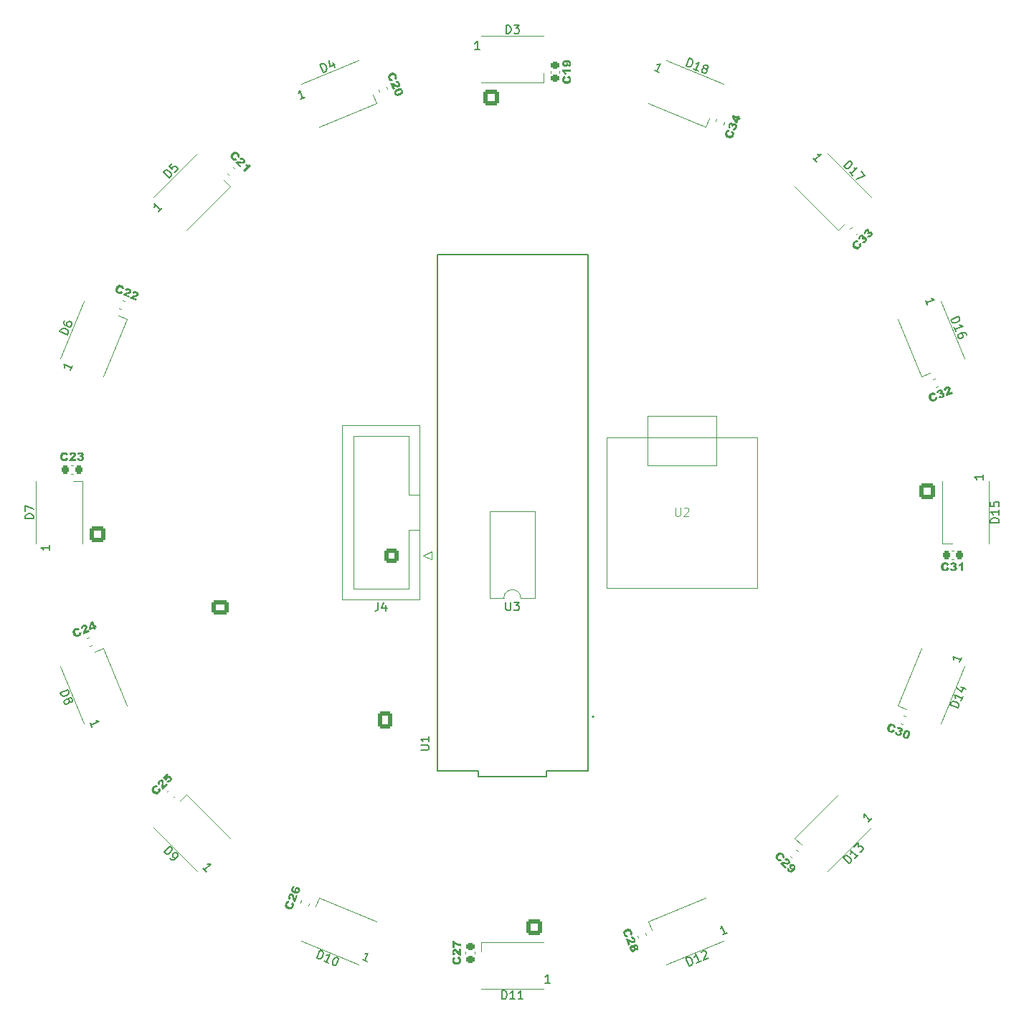
<source format=gbr>
%TF.GenerationSoftware,KiCad,Pcbnew,8.0.1*%
%TF.CreationDate,2024-05-26T22:46:05+09:00*%
%TF.ProjectId,Main-20240325,4d61696e-2d32-4303-9234-303332352e6b,rev?*%
%TF.SameCoordinates,Original*%
%TF.FileFunction,Legend,Top*%
%TF.FilePolarity,Positive*%
%FSLAX46Y46*%
G04 Gerber Fmt 4.6, Leading zero omitted, Abs format (unit mm)*
G04 Created by KiCad (PCBNEW 8.0.1) date 2024-05-26 22:46:05*
%MOMM*%
%LPD*%
G01*
G04 APERTURE LIST*
G04 Aperture macros list*
%AMRoundRect*
0 Rectangle with rounded corners*
0 $1 Rounding radius*
0 $2 $3 $4 $5 $6 $7 $8 $9 X,Y pos of 4 corners*
0 Add a 4 corners polygon primitive as box body*
4,1,4,$2,$3,$4,$5,$6,$7,$8,$9,$2,$3,0*
0 Add four circle primitives for the rounded corners*
1,1,$1+$1,$2,$3*
1,1,$1+$1,$4,$5*
1,1,$1+$1,$6,$7*
1,1,$1+$1,$8,$9*
0 Add four rect primitives between the rounded corners*
20,1,$1+$1,$2,$3,$4,$5,0*
20,1,$1+$1,$4,$5,$6,$7,0*
20,1,$1+$1,$6,$7,$8,$9,0*
20,1,$1+$1,$8,$9,$2,$3,0*%
%AMRotRect*
0 Rectangle, with rotation*
0 The origin of the aperture is its center*
0 $1 length*
0 $2 width*
0 $3 Rotation angle, in degrees counterclockwise*
0 Add horizontal line*
21,1,$1,$2,0,0,$3*%
G04 Aperture macros list end*
%ADD10C,0.150000*%
%ADD11C,0.100000*%
%ADD12C,0.120000*%
%ADD13C,0.127000*%
%ADD14C,0.200000*%
%ADD15RoundRect,0.225000X-0.144866X0.303544X-0.317074X-0.112202X0.144866X-0.303544X0.317074X0.112202X0*%
%ADD16RoundRect,0.225000X0.317074X-0.112202X0.144866X0.303544X-0.317074X0.112202X-0.144866X-0.303544X0*%
%ADD17RoundRect,0.250000X0.600000X0.600000X-0.600000X0.600000X-0.600000X-0.600000X0.600000X-0.600000X0*%
%ADD18C,1.700000*%
%ADD19RotRect,1.500000X0.900000X67.500000*%
%ADD20RoundRect,0.225000X-0.225000X-0.250000X0.225000X-0.250000X0.225000X0.250000X-0.225000X0.250000X0*%
%ADD21RoundRect,0.225000X0.225000X0.250000X-0.225000X0.250000X-0.225000X-0.250000X0.225000X-0.250000X0*%
%ADD22R,0.900000X1.500000*%
%ADD23RotRect,1.500000X0.900000X247.500000*%
%ADD24RotRect,1.500000X0.900000X292.500000*%
%ADD25RoundRect,0.225000X0.144866X-0.303544X0.317074X0.112202X-0.144866X0.303544X-0.317074X-0.112202X0*%
%ADD26C,3.200000*%
%ADD27RotRect,1.500000X0.900000X112.500000*%
%ADD28R,1.500000X0.900000*%
%ADD29RoundRect,0.225000X-0.317074X0.112202X-0.144866X-0.303544X0.317074X-0.112202X0.144866X0.303544X0*%
%ADD30RoundRect,0.225000X-0.335876X-0.017678X-0.017678X-0.335876X0.335876X0.017678X0.017678X0.335876X0*%
%ADD31RotRect,1.500000X0.900000X202.500000*%
%ADD32RoundRect,0.225000X-0.017678X0.335876X-0.335876X0.017678X0.017678X-0.335876X0.335876X-0.017678X0*%
%ADD33RoundRect,0.225000X0.017678X-0.335876X0.335876X-0.017678X-0.017678X0.335876X-0.335876X0.017678X0*%
%ADD34RoundRect,0.225000X0.250000X-0.225000X0.250000X0.225000X-0.250000X0.225000X-0.250000X-0.225000X0*%
%ADD35RoundRect,0.225000X-0.112202X-0.317074X0.303544X-0.144866X0.112202X0.317074X-0.303544X0.144866X0*%
%ADD36RotRect,1.500000X0.900000X337.500000*%
%ADD37RoundRect,0.225000X0.112202X0.317074X-0.303544X0.144866X-0.112202X-0.317074X0.303544X-0.144866X0*%
%ADD38C,1.512000*%
%ADD39C,1.462000*%
%ADD40C,1.412000*%
%ADD41RotRect,1.500000X0.900000X45.000000*%
%ADD42RoundRect,0.225000X0.335876X0.017678X0.017678X0.335876X-0.335876X-0.017678X-0.017678X-0.335876X0*%
%ADD43RoundRect,0.225000X-0.250000X0.225000X-0.250000X-0.225000X0.250000X-0.225000X0.250000X0.225000X0*%
%ADD44RotRect,1.500000X0.900000X225.000000*%
%ADD45R,1.600000X1.600000*%
%ADD46O,1.600000X1.600000*%
%ADD47RotRect,1.500000X0.900000X157.500000*%
%ADD48C,1.524000*%
%ADD49RotRect,1.500000X0.900000X135.000000*%
%ADD50RotRect,1.500000X0.900000X22.500000*%
%ADD51RoundRect,0.225000X-0.303544X-0.144866X0.112202X-0.317074X0.303544X0.144866X-0.112202X0.317074X0*%
%ADD52RotRect,1.500000X0.900000X315.000000*%
%ADD53RoundRect,0.225000X0.303544X0.144866X-0.112202X0.317074X-0.303544X-0.144866X0.112202X-0.317074X0*%
%ADD54RoundRect,0.250200X0.649800X0.649800X-0.649800X0.649800X-0.649800X-0.649800X0.649800X-0.649800X0*%
%ADD55C,1.800000*%
%ADD56RoundRect,0.250200X-0.351669X-0.849005X0.849005X-0.351669X0.351669X0.849005X-0.849005X0.351669X0*%
%ADD57RoundRect,0.250200X-0.849005X0.351669X-0.351669X-0.849005X0.849005X-0.351669X0.351669X0.849005X0*%
%ADD58RoundRect,0.250200X0.351669X0.849005X-0.849005X0.351669X-0.351669X-0.849005X0.849005X-0.351669X0*%
%ADD59RoundRect,0.250000X0.725000X-0.600000X0.725000X0.600000X-0.725000X0.600000X-0.725000X-0.600000X0*%
%ADD60O,1.950000X1.700000*%
%ADD61RoundRect,0.250200X0.918956X0.000000X0.000000X0.918956X-0.918956X0.000000X0.000000X-0.918956X0*%
%ADD62RoundRect,0.250000X0.600000X0.725000X-0.600000X0.725000X-0.600000X-0.725000X0.600000X-0.725000X0*%
%ADD63O,1.700000X1.950000*%
%ADD64RoundRect,0.250200X-0.649800X0.649800X-0.649800X-0.649800X0.649800X-0.649800X0.649800X0.649800X0*%
%ADD65RoundRect,0.250200X-0.918956X0.000000X0.000000X-0.918956X0.918956X0.000000X0.000000X0.918956X0*%
%ADD66RoundRect,0.250200X0.000000X-0.918956X0.918956X0.000000X0.000000X0.918956X-0.918956X0.000000X0*%
%ADD67RoundRect,0.250200X-0.849005X-0.351669X0.351669X-0.849005X0.849005X0.351669X-0.351669X0.849005X0*%
%ADD68RoundRect,0.250200X0.000000X0.918956X-0.918956X0.000000X0.000000X-0.918956X0.918956X0.000000X0*%
%ADD69RoundRect,0.250200X0.351669X-0.849005X0.849005X0.351669X-0.351669X0.849005X-0.849005X-0.351669X0*%
%ADD70RoundRect,0.250200X0.849005X-0.351669X0.351669X0.849005X-0.849005X0.351669X-0.351669X-0.849005X0*%
%ADD71RoundRect,0.250200X-0.649800X-0.649800X0.649800X-0.649800X0.649800X0.649800X-0.649800X0.649800X0*%
%ADD72RoundRect,0.250200X-0.351669X0.849005X-0.849005X-0.351669X0.351669X-0.849005X0.849005X0.351669X0*%
%ADD73RoundRect,0.250200X0.849005X0.351669X-0.351669X0.849005X-0.849005X-0.351669X0.351669X-0.849005X0*%
%ADD74RoundRect,0.250200X0.649800X-0.649800X0.649800X0.649800X-0.649800X0.649800X-0.649800X-0.649800X0*%
G04 APERTURE END LIST*
D10*
G36*
X216833889Y-296682675D02*
G01*
X217011084Y-296461038D01*
X217050177Y-296491829D01*
X217089384Y-296528781D01*
X217122757Y-296567612D01*
X217150296Y-296608322D01*
X217153328Y-296613543D01*
X217176501Y-296661575D01*
X217192518Y-296711537D01*
X217201379Y-296763427D01*
X217203209Y-296793089D01*
X217200932Y-296842706D01*
X217191908Y-296896005D01*
X217178477Y-296945663D01*
X217159882Y-296998139D01*
X217153620Y-297013651D01*
X217133490Y-297059242D01*
X217108009Y-297109211D01*
X217081082Y-297154008D01*
X217047841Y-297199735D01*
X217012632Y-297238424D01*
X217007442Y-297243376D01*
X216968225Y-297274936D01*
X216923718Y-297301369D01*
X216873921Y-297322677D01*
X216827028Y-297336861D01*
X216784981Y-297345804D01*
X216731714Y-297351501D01*
X216676162Y-297350509D01*
X216618325Y-297342826D01*
X216568383Y-297331313D01*
X216516853Y-297315154D01*
X216474487Y-297298882D01*
X216419789Y-297273978D01*
X216369987Y-297246609D01*
X216325082Y-297216772D01*
X216285072Y-297184470D01*
X216249958Y-297149702D01*
X216212952Y-297102773D01*
X216183596Y-297051991D01*
X216173995Y-297030599D01*
X216155487Y-296975073D01*
X216145047Y-296917054D01*
X216142675Y-296856543D01*
X216146586Y-296806339D01*
X216155660Y-296754539D01*
X216169898Y-296701144D01*
X216189299Y-296646153D01*
X216194956Y-296632157D01*
X216218688Y-296579786D01*
X216244377Y-296532537D01*
X216272024Y-296490411D01*
X216307785Y-296446621D01*
X216346363Y-296410206D01*
X216380666Y-296385496D01*
X216424975Y-296361762D01*
X216473157Y-296343890D01*
X216525213Y-296331878D01*
X216581143Y-296325729D01*
X216630710Y-296325081D01*
X216661742Y-296326646D01*
X216612778Y-296603777D01*
X216563878Y-296602603D01*
X216539359Y-296606147D01*
X216492377Y-296624751D01*
X216464551Y-296644425D01*
X216431354Y-296682469D01*
X216414478Y-296714890D01*
X216400231Y-296762887D01*
X216398522Y-296814835D01*
X216411973Y-296864614D01*
X216429362Y-296896595D01*
X216462836Y-296934718D01*
X216506567Y-296966982D01*
X216549492Y-296990737D01*
X216592492Y-297010165D01*
X216646530Y-297030615D01*
X216695256Y-297044999D01*
X216745388Y-297054111D01*
X216799218Y-297053694D01*
X216819306Y-297049127D01*
X216866528Y-297025603D01*
X216904204Y-296987566D01*
X216930172Y-296940394D01*
X216945600Y-296890932D01*
X216948819Y-296841503D01*
X216937632Y-296797290D01*
X216910399Y-296752761D01*
X216877006Y-296717073D01*
X216838639Y-296686056D01*
X216833889Y-296682675D01*
G37*
G36*
X217665308Y-295737479D02*
G01*
X217344059Y-296513042D01*
X217297362Y-296483839D01*
X217254129Y-296449999D01*
X217214360Y-296411522D01*
X217178055Y-296368407D01*
X217158865Y-296341689D01*
X217131450Y-296295722D01*
X217109477Y-296250337D01*
X217088298Y-296198517D01*
X217071927Y-296152428D01*
X217056064Y-296102220D01*
X217040708Y-296047893D01*
X217025861Y-295989448D01*
X217012602Y-295937374D01*
X216997680Y-295885399D01*
X216981346Y-295837574D01*
X216960141Y-295791974D01*
X216930186Y-295752811D01*
X216891634Y-295726322D01*
X216841589Y-295718547D01*
X216807111Y-295728058D01*
X216766463Y-295758585D01*
X216744837Y-295794792D01*
X216734177Y-295843184D01*
X216743324Y-295889073D01*
X216773551Y-295930758D01*
X216815845Y-295963996D01*
X216838220Y-295977817D01*
X216709482Y-296227985D01*
X216667381Y-296201264D01*
X216626124Y-296170097D01*
X216588456Y-296134233D01*
X216562747Y-296101642D01*
X216539183Y-296058345D01*
X216523900Y-296010888D01*
X216516897Y-295959271D01*
X216516490Y-295948448D01*
X216519782Y-295895766D01*
X216530181Y-295843185D01*
X216545051Y-295792736D01*
X216562083Y-295746195D01*
X216568639Y-295730004D01*
X216590008Y-295681467D01*
X216615439Y-295631344D01*
X216641410Y-295588226D01*
X216671752Y-295547524D01*
X216687188Y-295530604D01*
X216727785Y-295495481D01*
X216772126Y-295469396D01*
X216820211Y-295452348D01*
X216830277Y-295450023D01*
X216880777Y-295444035D01*
X216930751Y-295447794D01*
X216980199Y-295461300D01*
X216990025Y-295465170D01*
X217034657Y-295488279D01*
X217074878Y-295518804D01*
X217110689Y-295556745D01*
X217128678Y-295581028D01*
X217155194Y-295627188D01*
X217176463Y-295676564D01*
X217193258Y-295725561D01*
X217208727Y-295780719D01*
X217220606Y-295831391D01*
X217231419Y-295882534D01*
X217242398Y-295931108D01*
X217251569Y-295966619D01*
X217267112Y-296013388D01*
X217281469Y-296051440D01*
X217448683Y-295647750D01*
X217665308Y-295737479D01*
G37*
G36*
X217312157Y-294591101D02*
G01*
X217233678Y-294859707D01*
X217182503Y-294856996D01*
X217152546Y-294866021D01*
X217116792Y-294900284D01*
X217108613Y-294916558D01*
X217099863Y-294967281D01*
X217115838Y-295017512D01*
X217131549Y-295040530D01*
X217168580Y-295074532D01*
X217211785Y-295103647D01*
X217260831Y-295132153D01*
X217311222Y-295158837D01*
X217292602Y-295113522D01*
X217289815Y-295103307D01*
X217429352Y-295103307D01*
X217436035Y-295151965D01*
X217438321Y-295158346D01*
X217466693Y-295200648D01*
X217507299Y-295228815D01*
X217522785Y-295235895D01*
X217570257Y-295249276D01*
X217621148Y-295247144D01*
X217641478Y-295240381D01*
X217684552Y-295211981D01*
X217714344Y-295169366D01*
X217717313Y-295162610D01*
X217728232Y-295112475D01*
X217718928Y-295063613D01*
X217690267Y-295022898D01*
X217648505Y-294994887D01*
X217632495Y-294987627D01*
X217583708Y-294973293D01*
X217533092Y-294974028D01*
X217513476Y-294980098D01*
X217470117Y-295008666D01*
X217442534Y-295049985D01*
X217441145Y-295053240D01*
X217429352Y-295103307D01*
X217289815Y-295103307D01*
X217279744Y-295066391D01*
X217275204Y-295032620D01*
X217276954Y-294983767D01*
X217288846Y-294933181D01*
X217297755Y-294909249D01*
X217319555Y-294865234D01*
X217351277Y-294820482D01*
X217389772Y-294782836D01*
X217435038Y-294752297D01*
X217471517Y-294734834D01*
X217525526Y-294717958D01*
X217580576Y-294711154D01*
X217636667Y-294714419D01*
X217685573Y-294725234D01*
X217726912Y-294739898D01*
X217774789Y-294763765D01*
X217817384Y-294793517D01*
X217854699Y-294829153D01*
X217873147Y-294851493D01*
X217900847Y-294894655D01*
X217920617Y-294940806D01*
X217932457Y-294989946D01*
X217935609Y-295018538D01*
X217934682Y-295072608D01*
X217926688Y-295123740D01*
X217911945Y-295177760D01*
X217893510Y-295227398D01*
X217870961Y-295277146D01*
X217846706Y-295321635D01*
X217816252Y-295366888D01*
X217783477Y-295404982D01*
X217753536Y-295431934D01*
X217709841Y-295460794D01*
X217660876Y-295482513D01*
X217613707Y-295495660D01*
X217562504Y-295503340D01*
X217547133Y-295504531D01*
X217490501Y-295504044D01*
X217438460Y-295497687D01*
X217383188Y-295485847D01*
X217334661Y-295471791D01*
X217283889Y-295453927D01*
X217252349Y-295441381D01*
X217207114Y-295421554D01*
X217151652Y-295393738D01*
X217101735Y-295364344D01*
X217057362Y-295333371D01*
X217018533Y-295300821D01*
X216977794Y-295257913D01*
X216945718Y-295212540D01*
X216930631Y-295184133D01*
X216911774Y-295135150D01*
X216900237Y-295084514D01*
X216896019Y-295032224D01*
X216899122Y-294978280D01*
X216909545Y-294922682D01*
X216927288Y-294865431D01*
X216936435Y-294842067D01*
X216956902Y-294796259D01*
X216981146Y-294750673D01*
X217009508Y-294708015D01*
X217035686Y-294677766D01*
X217074039Y-294644732D01*
X217116040Y-294619333D01*
X217157388Y-294602867D01*
X217206553Y-294591723D01*
X217259947Y-294588017D01*
X217312157Y-294591101D01*
G37*
G36*
X228828471Y-199299004D02*
G01*
X228859895Y-199581021D01*
X228810480Y-199586891D01*
X228756628Y-199588486D01*
X228705572Y-199584626D01*
X228657313Y-199575312D01*
X228651477Y-199573765D01*
X228601127Y-199556187D01*
X228554473Y-199532184D01*
X228511515Y-199501758D01*
X228489247Y-199482078D01*
X228455773Y-199445383D01*
X228424466Y-199401314D01*
X228398849Y-199356704D01*
X228374892Y-199306448D01*
X228368351Y-199291052D01*
X228350348Y-199244581D01*
X228333032Y-199191229D01*
X228320396Y-199140513D01*
X228311567Y-199084674D01*
X228309106Y-199032420D01*
X228309275Y-199025248D01*
X228314689Y-198975202D01*
X228327469Y-198925039D01*
X228347614Y-198874761D01*
X228370743Y-198831573D01*
X228394151Y-198795518D01*
X228427787Y-198753823D01*
X228467770Y-198715244D01*
X228514100Y-198679780D01*
X228557555Y-198652606D01*
X228605418Y-198627595D01*
X228646882Y-198609144D01*
X228703169Y-198588076D01*
X228757737Y-198572214D01*
X228810588Y-198561559D01*
X228861720Y-198556109D01*
X228911134Y-198555865D01*
X228970485Y-198562881D01*
X229027152Y-198578031D01*
X229049067Y-198586369D01*
X229101416Y-198612545D01*
X229149824Y-198646188D01*
X229194290Y-198687298D01*
X229227024Y-198725564D01*
X229257235Y-198768608D01*
X229284924Y-198816431D01*
X229310089Y-198869034D01*
X229315987Y-198882931D01*
X229336237Y-198936744D01*
X229351482Y-198988320D01*
X229361720Y-199037657D01*
X229367398Y-199093907D01*
X229365867Y-199146936D01*
X229359085Y-199188664D01*
X229344536Y-199236777D01*
X229323104Y-199283485D01*
X229294788Y-199328788D01*
X229259588Y-199372685D01*
X229224997Y-199408192D01*
X229201947Y-199429028D01*
X229040609Y-199198444D01*
X229076016Y-199164696D01*
X229090847Y-199144853D01*
X229110914Y-199098477D01*
X229116679Y-199064889D01*
X229113251Y-199014515D01*
X229102259Y-198979656D01*
X229078394Y-198935643D01*
X229042870Y-198897702D01*
X228998160Y-198872014D01*
X228963250Y-198861696D01*
X228912624Y-198858408D01*
X228858886Y-198866517D01*
X228811736Y-198880072D01*
X228767594Y-198896739D01*
X228714922Y-198920490D01*
X228670297Y-198944774D01*
X228628405Y-198973779D01*
X228590636Y-199012138D01*
X228579662Y-199029572D01*
X228562905Y-199079596D01*
X228563160Y-199133133D01*
X228578153Y-199184851D01*
X228602219Y-199230735D01*
X228634895Y-199267963D01*
X228674068Y-199291316D01*
X228724812Y-199303546D01*
X228773659Y-199305169D01*
X228822721Y-199299971D01*
X228828471Y-199299004D01*
G37*
G36*
X228908923Y-200555260D02*
G01*
X228587674Y-199779697D01*
X228641344Y-199767327D01*
X228695843Y-199760685D01*
X228751171Y-199759772D01*
X228807329Y-199764587D01*
X228839792Y-199769910D01*
X228891680Y-199783029D01*
X228939309Y-199799583D01*
X228990927Y-199821250D01*
X229035094Y-199842263D01*
X229081813Y-199866549D01*
X229131085Y-199894105D01*
X229182911Y-199924934D01*
X229229108Y-199952380D01*
X229276412Y-199978581D01*
X229321779Y-200000848D01*
X229369017Y-200018098D01*
X229417891Y-200024609D01*
X229463882Y-200016079D01*
X229504767Y-199986189D01*
X229522421Y-199955085D01*
X229529578Y-199904757D01*
X229519268Y-199863862D01*
X229492587Y-199822107D01*
X229453671Y-199796126D01*
X229402822Y-199788024D01*
X229349412Y-199794428D01*
X229323818Y-199800476D01*
X229237954Y-199532550D01*
X229286618Y-199521674D01*
X229337829Y-199514539D01*
X229389824Y-199513263D01*
X229431049Y-199518130D01*
X229478327Y-199532083D01*
X229522691Y-199554833D01*
X229564142Y-199586381D01*
X229572082Y-199593746D01*
X229607007Y-199633325D01*
X229636833Y-199677859D01*
X229661992Y-199724046D01*
X229682858Y-199768999D01*
X229689670Y-199785084D01*
X229708881Y-199834515D01*
X229726341Y-199887940D01*
X229738466Y-199936793D01*
X229745791Y-199987029D01*
X229746841Y-200009908D01*
X229742970Y-200063450D01*
X229730061Y-200113249D01*
X229708115Y-200159304D01*
X229702641Y-200168066D01*
X229671166Y-200208010D01*
X229633172Y-200240689D01*
X229588657Y-200266103D01*
X229578971Y-200270314D01*
X229531072Y-200285533D01*
X229481047Y-200292390D01*
X229428896Y-200290884D01*
X229399005Y-200286434D01*
X229347615Y-200272543D01*
X229297662Y-200252668D01*
X229251140Y-200229898D01*
X229201199Y-200201833D01*
X229156969Y-200174402D01*
X229113159Y-200145885D01*
X229071049Y-200119301D01*
X229039454Y-200100677D01*
X228995393Y-200078596D01*
X228958334Y-200061841D01*
X229125548Y-200465531D01*
X228908923Y-200555260D01*
G37*
G36*
X229787701Y-200400335D02*
G01*
X229825664Y-200410820D01*
X229877713Y-200435402D01*
X229917659Y-200463584D01*
X229954487Y-200498763D01*
X229988198Y-200540939D01*
X230018792Y-200590111D01*
X230041023Y-200634486D01*
X230051390Y-200658353D01*
X230070340Y-200709250D01*
X230083444Y-200756336D01*
X230091524Y-200808711D01*
X230092212Y-200822007D01*
X230090625Y-200872084D01*
X230081498Y-200921013D01*
X230073392Y-200945066D01*
X230051397Y-200991880D01*
X230022818Y-201034715D01*
X230020857Y-201037148D01*
X229985160Y-201075265D01*
X229946969Y-201107269D01*
X229940983Y-201111739D01*
X229899634Y-201140712D01*
X229856414Y-201167551D01*
X229811324Y-201192255D01*
X229764362Y-201214825D01*
X229736687Y-201226763D01*
X229690508Y-201245008D01*
X229631643Y-201265466D01*
X229575871Y-201281504D01*
X229523192Y-201293122D01*
X229473605Y-201300319D01*
X229415972Y-201303099D01*
X229363170Y-201298973D01*
X229333809Y-201293181D01*
X229279196Y-201273037D01*
X229237176Y-201247024D01*
X229198329Y-201212622D01*
X229162655Y-201169831D01*
X229130155Y-201118653D01*
X229106439Y-201071670D01*
X229095343Y-201046166D01*
X229076740Y-200996245D01*
X229064140Y-200951570D01*
X229261843Y-200951570D01*
X229268456Y-200973931D01*
X229297771Y-201014538D01*
X229323987Y-201030768D01*
X229372831Y-201041417D01*
X229423751Y-201038137D01*
X229427758Y-201037486D01*
X229479307Y-201025315D01*
X229532103Y-201008123D01*
X229579774Y-200990251D01*
X229617365Y-200975074D01*
X229671305Y-200951834D01*
X229718750Y-200929491D01*
X229767108Y-200903862D01*
X229811704Y-200875593D01*
X229850332Y-200841829D01*
X229877250Y-200797915D01*
X229882205Y-200748620D01*
X229874445Y-200721336D01*
X229844686Y-200679510D01*
X229798542Y-200658171D01*
X229771719Y-200655232D01*
X229721195Y-200660058D01*
X229671216Y-200671879D01*
X229620938Y-200687630D01*
X229573794Y-200704718D01*
X229521881Y-200725408D01*
X229470052Y-200747773D01*
X229424291Y-200769420D01*
X229377384Y-200794448D01*
X229333700Y-200822339D01*
X229295006Y-200856130D01*
X229267217Y-200899885D01*
X229261843Y-200951570D01*
X229064140Y-200951570D01*
X229063459Y-200949155D01*
X229054797Y-200898804D01*
X229053360Y-200846579D01*
X229053744Y-200841064D01*
X229061381Y-200792592D01*
X229076159Y-200746013D01*
X229098080Y-200701328D01*
X229113343Y-200677321D01*
X229147249Y-200636187D01*
X229184829Y-200601795D01*
X229225898Y-200570754D01*
X229230885Y-200567300D01*
X229272876Y-200540307D01*
X229318148Y-200514698D01*
X229366703Y-200490471D01*
X229411882Y-200470408D01*
X229418541Y-200467628D01*
X229466751Y-200448642D01*
X229512883Y-200432482D01*
X229571160Y-200415332D01*
X229625744Y-200403206D01*
X229676634Y-200396105D01*
X229735053Y-200394295D01*
X229787701Y-200400335D01*
G37*
X227149166Y-261109819D02*
X227149166Y-261824104D01*
X227149166Y-261824104D02*
X227101547Y-261966961D01*
X227101547Y-261966961D02*
X227006309Y-262062200D01*
X227006309Y-262062200D02*
X226863452Y-262109819D01*
X226863452Y-262109819D02*
X226768214Y-262109819D01*
X228053928Y-261443152D02*
X228053928Y-262109819D01*
X227815833Y-261062200D02*
X227577738Y-261776485D01*
X227577738Y-261776485D02*
X228196785Y-261776485D01*
X190476607Y-229518005D02*
X189552727Y-229135321D01*
X189552727Y-229135321D02*
X189643842Y-228915350D01*
X189643842Y-228915350D02*
X189742506Y-228801590D01*
X189742506Y-228801590D02*
X189866940Y-228750048D01*
X189866940Y-228750048D02*
X189973152Y-228742500D01*
X189973152Y-228742500D02*
X190167352Y-228771397D01*
X190167352Y-228771397D02*
X190299335Y-228826067D01*
X190299335Y-228826067D02*
X190457089Y-228942953D01*
X190457089Y-228942953D02*
X190526854Y-229023393D01*
X190526854Y-229023393D02*
X190578397Y-229147828D01*
X190578397Y-229147828D02*
X190567722Y-229298034D01*
X190567722Y-229298034D02*
X190476607Y-229518005D01*
X190099418Y-227815494D02*
X190026526Y-227991471D01*
X190026526Y-227991471D02*
X190034074Y-228097682D01*
X190034074Y-228097682D02*
X190059845Y-228159899D01*
X190059845Y-228159899D02*
X190155382Y-228302557D01*
X190155382Y-228302557D02*
X190313136Y-228419443D01*
X190313136Y-228419443D02*
X190665090Y-228565228D01*
X190665090Y-228565228D02*
X190771302Y-228557679D01*
X190771302Y-228557679D02*
X190833519Y-228531908D01*
X190833519Y-228531908D02*
X190913959Y-228462143D01*
X190913959Y-228462143D02*
X190986851Y-228286165D01*
X190986851Y-228286165D02*
X190979303Y-228179954D01*
X190979303Y-228179954D02*
X190953532Y-228117737D01*
X190953532Y-228117737D02*
X190883766Y-228037296D01*
X190883766Y-228037296D02*
X190663795Y-227946181D01*
X190663795Y-227946181D02*
X190557584Y-227953729D01*
X190557584Y-227953729D02*
X190495366Y-227979501D01*
X190495366Y-227979501D02*
X190414926Y-228049266D01*
X190414926Y-228049266D02*
X190342034Y-228225243D01*
X190342034Y-228225243D02*
X190349582Y-228331455D01*
X190349582Y-228331455D02*
X190375353Y-228393672D01*
X190375353Y-228393672D02*
X190445119Y-228474112D01*
X191035637Y-233133327D02*
X190816961Y-233661258D01*
X190926299Y-233397293D02*
X190002419Y-233014609D01*
X190002419Y-233014609D02*
X190097956Y-233157267D01*
X190097956Y-233157267D02*
X190149498Y-233281701D01*
X190149498Y-233281701D02*
X190157047Y-233387913D01*
G36*
X294296337Y-256983579D02*
G01*
X294568912Y-257062470D01*
X294555424Y-257110370D01*
X294536289Y-257160733D01*
X294513186Y-257206426D01*
X294486113Y-257247447D01*
X294482450Y-257252247D01*
X294446942Y-257292037D01*
X294406913Y-257325954D01*
X294362363Y-257353998D01*
X294335660Y-257367041D01*
X294288948Y-257383924D01*
X294236253Y-257395983D01*
X294185236Y-257402578D01*
X294129637Y-257405480D01*
X294112910Y-257405631D01*
X294063086Y-257404480D01*
X294007170Y-257400061D01*
X293955478Y-257392327D01*
X293900511Y-257379115D01*
X293851293Y-257361392D01*
X293844732Y-257358492D01*
X293800567Y-257334338D01*
X293759113Y-257303334D01*
X293720371Y-257265482D01*
X293689322Y-257227586D01*
X293664969Y-257192163D01*
X293639320Y-257145131D01*
X293618979Y-257093428D01*
X293603943Y-257037053D01*
X293595468Y-256986507D01*
X293590677Y-256932716D01*
X293589498Y-256887348D01*
X293591574Y-256827283D01*
X293597802Y-256770798D01*
X293608182Y-256717893D01*
X293622715Y-256668567D01*
X293641399Y-256622821D01*
X293670594Y-256570673D01*
X293706276Y-256524118D01*
X293722366Y-256507062D01*
X293766582Y-256468714D01*
X293816190Y-256436866D01*
X293871187Y-256411517D01*
X293919066Y-256395918D01*
X293970395Y-256384479D01*
X294025175Y-256377199D01*
X294083404Y-256374079D01*
X294098500Y-256373949D01*
X294155966Y-256375834D01*
X294209449Y-256381486D01*
X294258949Y-256390908D01*
X294313091Y-256407188D01*
X294361496Y-256428895D01*
X294397453Y-256451130D01*
X294436336Y-256482984D01*
X294471287Y-256520659D01*
X294502305Y-256564156D01*
X294529390Y-256613475D01*
X294548957Y-256659021D01*
X294559386Y-256688290D01*
X294284613Y-256749106D01*
X294266984Y-256703480D01*
X294254327Y-256682184D01*
X294219160Y-256645897D01*
X294190335Y-256627718D01*
X294142483Y-256611607D01*
X294106071Y-256608422D01*
X294056276Y-256613628D01*
X294007629Y-256631928D01*
X293966786Y-256663405D01*
X293943894Y-256691709D01*
X293921483Y-256737223D01*
X293908410Y-256789973D01*
X293902890Y-256838721D01*
X293901396Y-256885882D01*
X293903182Y-256943633D01*
X293908540Y-256994154D01*
X293919306Y-257043958D01*
X293940292Y-257093531D01*
X293952198Y-257110341D01*
X293992003Y-257144966D01*
X294041562Y-257165219D01*
X294095080Y-257171158D01*
X294146682Y-257166483D01*
X294193580Y-257150541D01*
X294230147Y-257123286D01*
X294260864Y-257081086D01*
X294281057Y-257036578D01*
X294295030Y-256989261D01*
X294296337Y-256983579D01*
G37*
G36*
X294940161Y-256686580D02*
G01*
X294675646Y-256642616D01*
X294690149Y-256595945D01*
X294712473Y-256546921D01*
X294740618Y-256503741D01*
X294774583Y-256466405D01*
X294802408Y-256443314D01*
X294847169Y-256416286D01*
X294899386Y-256395897D01*
X294950079Y-256383704D01*
X295006250Y-256376388D01*
X295057244Y-256374017D01*
X295067900Y-256373949D01*
X295126900Y-256375690D01*
X295180557Y-256380914D01*
X295228871Y-256389620D01*
X295279796Y-256404664D01*
X295329484Y-256428553D01*
X295353175Y-256445268D01*
X295391644Y-256483111D01*
X295419121Y-256525563D01*
X295435607Y-256572626D01*
X295441103Y-256624298D01*
X295435177Y-256673563D01*
X295415542Y-256722289D01*
X295405199Y-256738604D01*
X295370220Y-256778182D01*
X295331239Y-256808396D01*
X295297488Y-256828485D01*
X295346149Y-256843244D01*
X295386637Y-256862435D01*
X295426194Y-256893577D01*
X295457242Y-256932292D01*
X295464550Y-256944745D01*
X295483584Y-256992984D01*
X295491714Y-257044558D01*
X295492394Y-257066133D01*
X295488742Y-257115445D01*
X295477788Y-257163635D01*
X295459531Y-257210705D01*
X295446232Y-257236371D01*
X295417196Y-257279165D01*
X295381746Y-257316046D01*
X295339882Y-257347016D01*
X295313852Y-257361667D01*
X295267217Y-257380901D01*
X295213774Y-257394640D01*
X295161426Y-257402153D01*
X295112408Y-257405245D01*
X295086462Y-257405631D01*
X295037023Y-257404506D01*
X294984488Y-257400350D01*
X294931232Y-257391852D01*
X294879967Y-257377510D01*
X294869819Y-257373635D01*
X294822950Y-257350599D01*
X294781567Y-257321791D01*
X294745670Y-257287210D01*
X294739149Y-257279602D01*
X294709558Y-257237751D01*
X294684595Y-257189747D01*
X294666084Y-257141282D01*
X294660747Y-257124019D01*
X294940161Y-257093000D01*
X294955010Y-257139860D01*
X294980816Y-257181338D01*
X294991207Y-257190942D01*
X295036373Y-257212863D01*
X295079623Y-257218053D01*
X295128156Y-257209520D01*
X295170814Y-257181607D01*
X295173168Y-257179218D01*
X295200166Y-257136946D01*
X295210451Y-257087325D01*
X295210782Y-257075415D01*
X295204816Y-257026594D01*
X295183106Y-256982583D01*
X295174634Y-256973077D01*
X295132258Y-256945783D01*
X295080774Y-256936720D01*
X295076937Y-256936685D01*
X295026085Y-256942791D01*
X294986323Y-256952316D01*
X295000733Y-256746175D01*
X295037125Y-256749106D01*
X295087500Y-256741596D01*
X295128716Y-256719064D01*
X295159510Y-256679515D01*
X295165597Y-256647990D01*
X295151339Y-256599664D01*
X295137997Y-256585219D01*
X295093153Y-256564327D01*
X295062526Y-256561528D01*
X295012621Y-256570338D01*
X294981926Y-256589371D01*
X294954812Y-256630552D01*
X294941612Y-256678043D01*
X294940161Y-256686580D01*
G37*
G36*
X296235869Y-256373949D02*
G01*
X296235869Y-257390000D01*
X295952792Y-257390000D01*
X295952792Y-256724682D01*
X295910326Y-256755980D01*
X295868719Y-256783319D01*
X295823943Y-256808819D01*
X295819923Y-256810900D01*
X295771923Y-256833251D01*
X295721624Y-256853019D01*
X295670931Y-256870362D01*
X295658967Y-256874159D01*
X295658967Y-256639685D01*
X295710299Y-256622097D01*
X295757130Y-256603221D01*
X295806080Y-256579570D01*
X295848906Y-256554167D01*
X295880740Y-256530997D01*
X295918048Y-256497277D01*
X295951082Y-256459862D01*
X295979841Y-256418753D01*
X296004327Y-256373949D01*
X296235869Y-256373949D01*
G37*
G36*
X190296337Y-243983579D02*
G01*
X190568912Y-244062470D01*
X190555424Y-244110370D01*
X190536289Y-244160733D01*
X190513186Y-244206426D01*
X190486113Y-244247447D01*
X190482450Y-244252247D01*
X190446942Y-244292037D01*
X190406913Y-244325954D01*
X190362363Y-244353998D01*
X190335660Y-244367041D01*
X190288948Y-244383924D01*
X190236253Y-244395983D01*
X190185236Y-244402578D01*
X190129637Y-244405480D01*
X190112910Y-244405631D01*
X190063086Y-244404480D01*
X190007170Y-244400061D01*
X189955478Y-244392327D01*
X189900511Y-244379115D01*
X189851293Y-244361392D01*
X189844732Y-244358492D01*
X189800567Y-244334338D01*
X189759113Y-244303334D01*
X189720371Y-244265482D01*
X189689322Y-244227586D01*
X189664969Y-244192163D01*
X189639320Y-244145131D01*
X189618979Y-244093428D01*
X189603943Y-244037053D01*
X189595468Y-243986507D01*
X189590677Y-243932716D01*
X189589498Y-243887348D01*
X189591574Y-243827283D01*
X189597802Y-243770798D01*
X189608182Y-243717893D01*
X189622715Y-243668567D01*
X189641399Y-243622821D01*
X189670594Y-243570673D01*
X189706276Y-243524118D01*
X189722366Y-243507062D01*
X189766582Y-243468714D01*
X189816190Y-243436866D01*
X189871187Y-243411517D01*
X189919066Y-243395918D01*
X189970395Y-243384479D01*
X190025175Y-243377199D01*
X190083404Y-243374079D01*
X190098500Y-243373949D01*
X190155966Y-243375834D01*
X190209449Y-243381486D01*
X190258949Y-243390908D01*
X190313091Y-243407188D01*
X190361496Y-243428895D01*
X190397453Y-243451130D01*
X190436336Y-243482984D01*
X190471287Y-243520659D01*
X190502305Y-243564156D01*
X190529390Y-243613475D01*
X190548957Y-243659021D01*
X190559386Y-243688290D01*
X190284613Y-243749106D01*
X190266984Y-243703480D01*
X190254327Y-243682184D01*
X190219160Y-243645897D01*
X190190335Y-243627718D01*
X190142483Y-243611607D01*
X190106071Y-243608422D01*
X190056276Y-243613628D01*
X190007629Y-243631928D01*
X189966786Y-243663405D01*
X189943894Y-243691709D01*
X189921483Y-243737223D01*
X189908410Y-243789973D01*
X189902890Y-243838721D01*
X189901396Y-243885882D01*
X189903182Y-243943633D01*
X189908540Y-243994154D01*
X189919306Y-244043958D01*
X189940292Y-244093531D01*
X189952198Y-244110341D01*
X189992003Y-244144966D01*
X190041562Y-244165219D01*
X190095080Y-244171158D01*
X190146682Y-244166483D01*
X190193580Y-244150541D01*
X190230147Y-244123286D01*
X190260864Y-244081086D01*
X190281057Y-244036578D01*
X190295030Y-243989261D01*
X190296337Y-243983579D01*
G37*
G36*
X191487753Y-244390000D02*
G01*
X190648291Y-244390000D01*
X190657400Y-244335681D01*
X190672119Y-244282789D01*
X190692449Y-244231323D01*
X190718388Y-244181283D01*
X190735729Y-244153328D01*
X190767706Y-244110409D01*
X190801228Y-244072741D01*
X190840998Y-244033344D01*
X190877314Y-244000581D01*
X190917629Y-243966711D01*
X190961944Y-243931735D01*
X191010258Y-243895652D01*
X191053295Y-243863475D01*
X191095603Y-243829798D01*
X191133537Y-243796406D01*
X191167551Y-243759364D01*
X191192270Y-243716703D01*
X191201989Y-243670949D01*
X191190020Y-243621737D01*
X191168039Y-243593524D01*
X191124282Y-243567652D01*
X191082554Y-243561528D01*
X191033767Y-243570198D01*
X190994871Y-243596210D01*
X190967927Y-243640088D01*
X190953404Y-243691883D01*
X190949198Y-243717843D01*
X190668807Y-243694640D01*
X190677382Y-243645518D01*
X190690388Y-243595475D01*
X190709107Y-243546950D01*
X190729379Y-243510725D01*
X190760363Y-243472386D01*
X190798359Y-243440105D01*
X190843367Y-243413882D01*
X190853210Y-243409364D01*
X190903142Y-243392245D01*
X190955700Y-243381731D01*
X191007999Y-243376163D01*
X191057516Y-243374088D01*
X191074983Y-243373949D01*
X191128003Y-243375117D01*
X191184042Y-243379431D01*
X191233817Y-243386925D01*
X191283032Y-243399381D01*
X191304571Y-243407166D01*
X191352556Y-243431233D01*
X191393624Y-243462216D01*
X191427775Y-243500117D01*
X191433776Y-243508527D01*
X191458634Y-243552891D01*
X191474286Y-243600500D01*
X191480730Y-243651352D01*
X191480914Y-243661912D01*
X191476645Y-243711989D01*
X191463836Y-243760830D01*
X191442487Y-243808434D01*
X191426937Y-243834347D01*
X191394437Y-243876509D01*
X191356959Y-243915054D01*
X191318119Y-243949321D01*
X191273079Y-243984721D01*
X191230810Y-244015087D01*
X191187698Y-244044648D01*
X191147023Y-244073381D01*
X191117725Y-244095443D01*
X191080464Y-244127700D01*
X191050803Y-244155526D01*
X191487753Y-244155526D01*
X191487753Y-244390000D01*
G37*
G36*
X191873168Y-243686580D02*
G01*
X191608653Y-243642616D01*
X191623156Y-243595945D01*
X191645481Y-243546921D01*
X191673626Y-243503741D01*
X191707591Y-243466405D01*
X191735415Y-243443314D01*
X191780177Y-243416286D01*
X191832394Y-243395897D01*
X191883087Y-243383704D01*
X191939258Y-243376388D01*
X191990252Y-243374017D01*
X192000907Y-243373949D01*
X192059907Y-243375690D01*
X192113564Y-243380914D01*
X192161879Y-243389620D01*
X192212803Y-243404664D01*
X192262492Y-243428553D01*
X192286183Y-243445268D01*
X192324651Y-243483111D01*
X192352129Y-243525563D01*
X192368615Y-243572626D01*
X192374110Y-243624298D01*
X192368185Y-243673563D01*
X192348550Y-243722289D01*
X192338207Y-243738604D01*
X192303227Y-243778182D01*
X192264247Y-243808396D01*
X192230496Y-243828485D01*
X192279157Y-243843244D01*
X192319644Y-243862435D01*
X192359201Y-243893577D01*
X192390250Y-243932292D01*
X192397558Y-243944745D01*
X192416592Y-243992984D01*
X192424722Y-244044558D01*
X192425401Y-244066133D01*
X192421750Y-244115445D01*
X192410796Y-244163635D01*
X192392538Y-244210705D01*
X192379240Y-244236371D01*
X192350204Y-244279165D01*
X192314754Y-244316046D01*
X192272889Y-244347016D01*
X192246860Y-244361667D01*
X192200225Y-244380901D01*
X192146781Y-244394640D01*
X192094434Y-244402153D01*
X192045415Y-244405245D01*
X192019470Y-244405631D01*
X191970031Y-244404506D01*
X191917496Y-244400350D01*
X191864239Y-244391852D01*
X191812975Y-244377510D01*
X191802826Y-244373635D01*
X191755958Y-244350599D01*
X191714575Y-244321791D01*
X191678678Y-244287210D01*
X191672157Y-244279602D01*
X191642566Y-244237751D01*
X191617603Y-244189747D01*
X191599092Y-244141282D01*
X191593755Y-244124019D01*
X191873168Y-244093000D01*
X191888018Y-244139860D01*
X191913824Y-244181338D01*
X191924215Y-244190942D01*
X191969381Y-244212863D01*
X192012631Y-244218053D01*
X192061164Y-244209520D01*
X192103822Y-244181607D01*
X192106176Y-244179218D01*
X192133174Y-244136946D01*
X192143459Y-244087325D01*
X192143789Y-244075415D01*
X192137824Y-244026594D01*
X192116114Y-243982583D01*
X192107642Y-243973077D01*
X192065265Y-243945783D01*
X192013781Y-243936720D01*
X192009944Y-243936685D01*
X191959092Y-243942791D01*
X191919330Y-243952316D01*
X191933741Y-243746175D01*
X191970133Y-243749106D01*
X192020508Y-243741596D01*
X192061724Y-243719064D01*
X192092518Y-243679515D01*
X192098605Y-243647990D01*
X192084347Y-243599664D01*
X192071005Y-243585219D01*
X192026161Y-243564327D01*
X191995534Y-243561528D01*
X191945628Y-243570338D01*
X191914934Y-243589371D01*
X191887819Y-243630552D01*
X191874620Y-243678043D01*
X191873168Y-243686580D01*
G37*
X186454819Y-251213094D02*
X185454819Y-251213094D01*
X185454819Y-251213094D02*
X185454819Y-250974999D01*
X185454819Y-250974999D02*
X185502438Y-250832142D01*
X185502438Y-250832142D02*
X185597676Y-250736904D01*
X185597676Y-250736904D02*
X185692914Y-250689285D01*
X185692914Y-250689285D02*
X185883390Y-250641666D01*
X185883390Y-250641666D02*
X186026247Y-250641666D01*
X186026247Y-250641666D02*
X186216723Y-250689285D01*
X186216723Y-250689285D02*
X186311961Y-250736904D01*
X186311961Y-250736904D02*
X186407200Y-250832142D01*
X186407200Y-250832142D02*
X186454819Y-250974999D01*
X186454819Y-250974999D02*
X186454819Y-251213094D01*
X185454819Y-250308332D02*
X185454819Y-249641666D01*
X185454819Y-249641666D02*
X186454819Y-250070237D01*
X188354819Y-254339285D02*
X188354819Y-254910713D01*
X188354819Y-254624999D02*
X187354819Y-254624999D01*
X187354819Y-254624999D02*
X187497676Y-254720237D01*
X187497676Y-254720237D02*
X187592914Y-254815475D01*
X187592914Y-254815475D02*
X187640533Y-254910713D01*
X295616642Y-273583860D02*
X294692763Y-273201177D01*
X294692763Y-273201177D02*
X294783878Y-272981205D01*
X294783878Y-272981205D02*
X294882541Y-272867445D01*
X294882541Y-272867445D02*
X295006976Y-272815903D01*
X295006976Y-272815903D02*
X295113187Y-272808355D01*
X295113187Y-272808355D02*
X295307388Y-272837253D01*
X295307388Y-272837253D02*
X295439370Y-272891922D01*
X295439370Y-272891922D02*
X295597124Y-273008808D01*
X295597124Y-273008808D02*
X295666890Y-273089248D01*
X295666890Y-273089248D02*
X295718432Y-273213683D01*
X295718432Y-273213683D02*
X295707758Y-273363889D01*
X295707758Y-273363889D02*
X295616642Y-273583860D01*
X296199779Y-272176044D02*
X295981103Y-272703975D01*
X296090441Y-272440009D02*
X295166561Y-272057326D01*
X295166561Y-272057326D02*
X295262098Y-272199983D01*
X295262098Y-272199983D02*
X295313641Y-272324418D01*
X295313641Y-272324418D02*
X295321189Y-272430629D01*
X295911874Y-271129024D02*
X296527794Y-271384147D01*
X295468805Y-271203212D02*
X296037603Y-271696528D01*
X296037603Y-271696528D02*
X296274503Y-271124603D01*
X296023433Y-267636841D02*
X295804757Y-268164772D01*
X295914095Y-267900807D02*
X294990215Y-267518123D01*
X294990215Y-267518123D02*
X295085752Y-267660781D01*
X295085752Y-267660781D02*
X295137294Y-267785215D01*
X295137294Y-267785215D02*
X295144843Y-267891427D01*
X294776246Y-227714240D02*
X295700126Y-227331557D01*
X295700126Y-227331557D02*
X295791241Y-227551528D01*
X295791241Y-227551528D02*
X295801916Y-227701734D01*
X295801916Y-227701734D02*
X295750373Y-227826169D01*
X295750373Y-227826169D02*
X295680608Y-227906609D01*
X295680608Y-227906609D02*
X295522854Y-228023495D01*
X295522854Y-228023495D02*
X295390871Y-228078164D01*
X295390871Y-228078164D02*
X295196671Y-228107062D01*
X295196671Y-228107062D02*
X295090459Y-228099514D01*
X295090459Y-228099514D02*
X294966025Y-228047972D01*
X294966025Y-228047972D02*
X294867362Y-227934212D01*
X294867362Y-227934212D02*
X294776246Y-227714240D01*
X295359383Y-229122057D02*
X295140707Y-228594126D01*
X295250045Y-228858091D02*
X296173925Y-228475408D01*
X296173925Y-228475408D02*
X296005496Y-228442088D01*
X296005496Y-228442088D02*
X295881061Y-228390546D01*
X295881061Y-228390546D02*
X295800621Y-228320780D01*
X296611277Y-229531270D02*
X296538385Y-229355293D01*
X296538385Y-229355293D02*
X296457945Y-229285528D01*
X296457945Y-229285528D02*
X296395727Y-229259756D01*
X296395727Y-229259756D02*
X296227299Y-229226437D01*
X296227299Y-229226437D02*
X296033098Y-229255335D01*
X296033098Y-229255335D02*
X295681144Y-229401119D01*
X295681144Y-229401119D02*
X295611379Y-229481559D01*
X295611379Y-229481559D02*
X295585608Y-229543777D01*
X295585608Y-229543777D02*
X295578059Y-229649988D01*
X295578059Y-229649988D02*
X295650951Y-229825965D01*
X295650951Y-229825965D02*
X295731392Y-229895731D01*
X295731392Y-229895731D02*
X295793609Y-229921502D01*
X295793609Y-229921502D02*
X295899821Y-229929050D01*
X295899821Y-229929050D02*
X296119792Y-229837935D01*
X296119792Y-229837935D02*
X296189557Y-229757495D01*
X296189557Y-229757495D02*
X296215329Y-229695277D01*
X296215329Y-229695277D02*
X296222877Y-229589066D01*
X296222877Y-229589066D02*
X296149985Y-229413089D01*
X296149985Y-229413089D02*
X296069544Y-229343323D01*
X296069544Y-229343323D02*
X296007327Y-229317552D01*
X296007327Y-229317552D02*
X295901116Y-229310004D01*
X292006765Y-225993059D02*
X291788089Y-225465128D01*
X291897427Y-225729094D02*
X292821306Y-225346410D01*
X292821306Y-225346410D02*
X292652877Y-225313091D01*
X292652877Y-225313091D02*
X292528443Y-225261548D01*
X292528443Y-225261548D02*
X292448003Y-225191783D01*
G36*
X268800460Y-205639146D02*
G01*
X268977655Y-205417509D01*
X269016748Y-205448300D01*
X269055955Y-205485252D01*
X269089328Y-205524083D01*
X269116867Y-205564793D01*
X269119899Y-205570014D01*
X269143072Y-205618046D01*
X269159089Y-205668008D01*
X269167950Y-205719898D01*
X269169780Y-205749560D01*
X269167503Y-205799177D01*
X269158479Y-205852476D01*
X269145048Y-205902134D01*
X269126453Y-205954610D01*
X269120191Y-205970122D01*
X269100061Y-206015713D01*
X269074580Y-206065682D01*
X269047653Y-206110479D01*
X269014412Y-206156206D01*
X268979203Y-206194895D01*
X268974013Y-206199847D01*
X268934796Y-206231407D01*
X268890289Y-206257840D01*
X268840492Y-206279148D01*
X268793599Y-206293332D01*
X268751552Y-206302275D01*
X268698285Y-206307972D01*
X268642733Y-206306980D01*
X268584896Y-206299297D01*
X268534954Y-206287784D01*
X268483424Y-206271625D01*
X268441058Y-206255353D01*
X268386360Y-206230449D01*
X268336558Y-206203080D01*
X268291653Y-206173243D01*
X268251643Y-206140941D01*
X268216529Y-206106173D01*
X268179523Y-206059244D01*
X268150167Y-206008462D01*
X268140566Y-205987070D01*
X268122058Y-205931544D01*
X268111618Y-205873525D01*
X268109246Y-205813014D01*
X268113157Y-205762810D01*
X268122231Y-205711010D01*
X268136469Y-205657615D01*
X268155870Y-205602624D01*
X268161527Y-205588628D01*
X268185259Y-205536257D01*
X268210948Y-205489008D01*
X268238595Y-205446882D01*
X268274356Y-205403092D01*
X268312934Y-205366677D01*
X268347237Y-205341967D01*
X268391546Y-205318233D01*
X268439728Y-205300361D01*
X268491784Y-205288349D01*
X268547714Y-205282200D01*
X268597281Y-205281552D01*
X268628313Y-205283117D01*
X268579349Y-205560248D01*
X268530449Y-205559074D01*
X268505930Y-205562618D01*
X268458948Y-205581222D01*
X268431122Y-205600896D01*
X268397925Y-205638940D01*
X268381049Y-205671361D01*
X268366802Y-205719358D01*
X268365093Y-205771306D01*
X268378544Y-205821085D01*
X268395933Y-205853066D01*
X268429407Y-205891189D01*
X268473138Y-205923453D01*
X268516063Y-205947208D01*
X268559063Y-205966636D01*
X268613101Y-205987086D01*
X268661827Y-206001470D01*
X268711959Y-206010582D01*
X268765789Y-206010165D01*
X268785877Y-206005598D01*
X268833099Y-205982074D01*
X268870775Y-205944037D01*
X268896743Y-205896865D01*
X268912171Y-205847403D01*
X268915390Y-205797974D01*
X268904203Y-205753761D01*
X268876970Y-205709232D01*
X268843577Y-205673544D01*
X268805210Y-205642527D01*
X268800460Y-205639146D01*
G37*
G36*
X268772449Y-204930673D02*
G01*
X268630607Y-205158229D01*
X268593038Y-205126970D01*
X268556289Y-205087584D01*
X268527167Y-205045057D01*
X268505671Y-204999389D01*
X268494985Y-204964846D01*
X268487144Y-204913149D01*
X268488289Y-204857104D01*
X268496424Y-204805604D01*
X268511161Y-204750909D01*
X268528485Y-204702889D01*
X268532500Y-204693019D01*
X268556687Y-204639176D01*
X268582046Y-204591603D01*
X268608579Y-204550298D01*
X268641965Y-204509006D01*
X268683051Y-204472243D01*
X268707560Y-204456751D01*
X268757243Y-204435693D01*
X268806979Y-204426553D01*
X268856768Y-204429331D01*
X268906611Y-204444029D01*
X268949858Y-204468356D01*
X268987361Y-204505143D01*
X268998476Y-204520942D01*
X269021655Y-204568405D01*
X269034652Y-204615980D01*
X269040296Y-204654850D01*
X269072553Y-204615541D01*
X269105777Y-204585480D01*
X269149686Y-204560851D01*
X269197336Y-204546982D01*
X269211638Y-204544996D01*
X269263488Y-204545871D01*
X269314248Y-204558096D01*
X269334441Y-204565725D01*
X269378602Y-204587969D01*
X269418932Y-204616531D01*
X269455432Y-204651412D01*
X269474055Y-204673520D01*
X269502480Y-204716722D01*
X269522988Y-204763588D01*
X269535580Y-204814117D01*
X269539154Y-204843772D01*
X269539078Y-204894218D01*
X269531319Y-204948850D01*
X269518228Y-205000089D01*
X269502325Y-205046559D01*
X269492753Y-205070677D01*
X269472794Y-205115922D01*
X269448851Y-205162868D01*
X269420618Y-205208818D01*
X269387750Y-205250692D01*
X269380287Y-205258585D01*
X269341068Y-205293071D01*
X269298616Y-205320279D01*
X269252931Y-205340210D01*
X269243406Y-205343323D01*
X269193417Y-205354646D01*
X269139514Y-205359339D01*
X269087654Y-205357893D01*
X269069663Y-205356218D01*
X269147933Y-205086203D01*
X269196908Y-205090417D01*
X269245104Y-205082448D01*
X269257953Y-205076523D01*
X269295491Y-205043184D01*
X269316836Y-205005212D01*
X269327525Y-204957108D01*
X269318062Y-204907015D01*
X269316756Y-204903926D01*
X269288034Y-204862807D01*
X269246125Y-204834316D01*
X269235248Y-204829452D01*
X269187860Y-204816281D01*
X269138892Y-204819496D01*
X269126867Y-204823686D01*
X269085434Y-204852391D01*
X269057359Y-204896488D01*
X269055858Y-204900019D01*
X269042039Y-204949337D01*
X269035623Y-204989718D01*
X268850688Y-204897518D01*
X268867323Y-204865017D01*
X268879662Y-204815603D01*
X268874618Y-204768902D01*
X268849863Y-204725317D01*
X268823067Y-204707629D01*
X268772964Y-204702308D01*
X268754513Y-204709107D01*
X268718050Y-204742543D01*
X268703743Y-204769766D01*
X268692785Y-204819245D01*
X268698623Y-204854887D01*
X268726293Y-204895696D01*
X268765118Y-204926065D01*
X268772449Y-204930673D01*
G37*
G36*
X269577364Y-203763535D02*
G01*
X269625780Y-203646648D01*
X269842405Y-203736377D01*
X269793989Y-203853264D01*
X269952847Y-203919065D01*
X269859566Y-204144265D01*
X269700708Y-204078463D01*
X269505641Y-204549397D01*
X269291047Y-204460509D01*
X268979993Y-203868068D01*
X269192767Y-203868068D01*
X269381081Y-204237402D01*
X269484083Y-203988734D01*
X269192767Y-203868068D01*
X268979993Y-203868068D01*
X268920858Y-203755439D01*
X269014139Y-203530239D01*
X269577364Y-203763535D01*
G37*
X189636211Y-271780096D02*
X190560090Y-271397412D01*
X190560090Y-271397412D02*
X190651205Y-271617383D01*
X190651205Y-271617383D02*
X190661880Y-271767589D01*
X190661880Y-271767589D02*
X190610338Y-271892024D01*
X190610338Y-271892024D02*
X190540572Y-271972464D01*
X190540572Y-271972464D02*
X190382818Y-272089350D01*
X190382818Y-272089350D02*
X190250835Y-272144020D01*
X190250835Y-272144020D02*
X190056635Y-272172917D01*
X190056635Y-272172917D02*
X189950424Y-272165369D01*
X189950424Y-272165369D02*
X189825989Y-272113827D01*
X189825989Y-272113827D02*
X189727326Y-272000067D01*
X189727326Y-272000067D02*
X189636211Y-271780096D01*
X190601495Y-272617282D02*
X190609043Y-272511070D01*
X190609043Y-272511070D02*
X190634814Y-272448853D01*
X190634814Y-272448853D02*
X190704579Y-272368413D01*
X190704579Y-272368413D02*
X190748574Y-272350189D01*
X190748574Y-272350189D02*
X190854785Y-272357738D01*
X190854785Y-272357738D02*
X190917003Y-272383509D01*
X190917003Y-272383509D02*
X190997443Y-272453274D01*
X190997443Y-272453274D02*
X191070335Y-272629252D01*
X191070335Y-272629252D02*
X191062787Y-272735463D01*
X191062787Y-272735463D02*
X191037015Y-272797680D01*
X191037015Y-272797680D02*
X190967250Y-272878121D01*
X190967250Y-272878121D02*
X190923256Y-272896344D01*
X190923256Y-272896344D02*
X190817044Y-272888795D01*
X190817044Y-272888795D02*
X190754827Y-272863024D01*
X190754827Y-272863024D02*
X190674387Y-272793259D01*
X190674387Y-272793259D02*
X190601495Y-272617282D01*
X190601495Y-272617282D02*
X190521054Y-272547516D01*
X190521054Y-272547516D02*
X190458837Y-272521745D01*
X190458837Y-272521745D02*
X190352625Y-272514197D01*
X190352625Y-272514197D02*
X190176648Y-272587089D01*
X190176648Y-272587089D02*
X190106883Y-272667529D01*
X190106883Y-272667529D02*
X190081112Y-272729746D01*
X190081112Y-272729746D02*
X190073563Y-272835958D01*
X190073563Y-272835958D02*
X190146455Y-273011935D01*
X190146455Y-273011935D02*
X190226896Y-273081700D01*
X190226896Y-273081700D02*
X190289113Y-273107472D01*
X190289113Y-273107472D02*
X190395325Y-273115020D01*
X190395325Y-273115020D02*
X190571302Y-273042128D01*
X190571302Y-273042128D02*
X190641067Y-272961688D01*
X190641067Y-272961688D02*
X190666838Y-272899470D01*
X190666838Y-272899470D02*
X190674387Y-272793259D01*
X193371513Y-275832973D02*
X193152837Y-275305042D01*
X193262175Y-275569008D02*
X194186054Y-275186324D01*
X194186054Y-275186324D02*
X194017625Y-275153005D01*
X194017625Y-275153005D02*
X193893191Y-275101462D01*
X193893191Y-275101462D02*
X193812751Y-275031697D01*
X242261905Y-193929819D02*
X242261905Y-192929819D01*
X242261905Y-192929819D02*
X242500000Y-192929819D01*
X242500000Y-192929819D02*
X242642857Y-192977438D01*
X242642857Y-192977438D02*
X242738095Y-193072676D01*
X242738095Y-193072676D02*
X242785714Y-193167914D01*
X242785714Y-193167914D02*
X242833333Y-193358390D01*
X242833333Y-193358390D02*
X242833333Y-193501247D01*
X242833333Y-193501247D02*
X242785714Y-193691723D01*
X242785714Y-193691723D02*
X242738095Y-193786961D01*
X242738095Y-193786961D02*
X242642857Y-193882200D01*
X242642857Y-193882200D02*
X242500000Y-193929819D01*
X242500000Y-193929819D02*
X242261905Y-193929819D01*
X243166667Y-192929819D02*
X243785714Y-192929819D01*
X243785714Y-192929819D02*
X243452381Y-193310771D01*
X243452381Y-193310771D02*
X243595238Y-193310771D01*
X243595238Y-193310771D02*
X243690476Y-193358390D01*
X243690476Y-193358390D02*
X243738095Y-193406009D01*
X243738095Y-193406009D02*
X243785714Y-193501247D01*
X243785714Y-193501247D02*
X243785714Y-193739342D01*
X243785714Y-193739342D02*
X243738095Y-193834580D01*
X243738095Y-193834580D02*
X243690476Y-193882200D01*
X243690476Y-193882200D02*
X243595238Y-193929819D01*
X243595238Y-193929819D02*
X243309524Y-193929819D01*
X243309524Y-193929819D02*
X243214286Y-193882200D01*
X243214286Y-193882200D02*
X243166667Y-193834580D01*
X239135714Y-195829819D02*
X238564286Y-195829819D01*
X238850000Y-195829819D02*
X238850000Y-194829819D01*
X238850000Y-194829819D02*
X238754762Y-194972676D01*
X238754762Y-194972676D02*
X238659524Y-195067914D01*
X238659524Y-195067914D02*
X238564286Y-195115533D01*
X241785714Y-307929819D02*
X241785714Y-306929819D01*
X241785714Y-306929819D02*
X242023809Y-306929819D01*
X242023809Y-306929819D02*
X242166666Y-306977438D01*
X242166666Y-306977438D02*
X242261904Y-307072676D01*
X242261904Y-307072676D02*
X242309523Y-307167914D01*
X242309523Y-307167914D02*
X242357142Y-307358390D01*
X242357142Y-307358390D02*
X242357142Y-307501247D01*
X242357142Y-307501247D02*
X242309523Y-307691723D01*
X242309523Y-307691723D02*
X242261904Y-307786961D01*
X242261904Y-307786961D02*
X242166666Y-307882200D01*
X242166666Y-307882200D02*
X242023809Y-307929819D01*
X242023809Y-307929819D02*
X241785714Y-307929819D01*
X243309523Y-307929819D02*
X242738095Y-307929819D01*
X243023809Y-307929819D02*
X243023809Y-306929819D01*
X243023809Y-306929819D02*
X242928571Y-307072676D01*
X242928571Y-307072676D02*
X242833333Y-307167914D01*
X242833333Y-307167914D02*
X242738095Y-307215533D01*
X244261904Y-307929819D02*
X243690476Y-307929819D01*
X243976190Y-307929819D02*
X243976190Y-306929819D01*
X243976190Y-306929819D02*
X243880952Y-307072676D01*
X243880952Y-307072676D02*
X243785714Y-307167914D01*
X243785714Y-307167914D02*
X243690476Y-307215533D01*
X247435714Y-306029819D02*
X246864286Y-306029819D01*
X247150000Y-306029819D02*
X247150000Y-305029819D01*
X247150000Y-305029819D02*
X247054762Y-305172676D01*
X247054762Y-305172676D02*
X246959524Y-305267914D01*
X246959524Y-305267914D02*
X246864286Y-305315533D01*
G36*
X256617113Y-300357361D02*
G01*
X256648537Y-300639378D01*
X256599122Y-300645248D01*
X256545270Y-300646843D01*
X256494214Y-300642983D01*
X256445955Y-300633669D01*
X256440119Y-300632122D01*
X256389769Y-300614544D01*
X256343115Y-300590541D01*
X256300157Y-300560115D01*
X256277889Y-300540435D01*
X256244415Y-300503740D01*
X256213108Y-300459671D01*
X256187491Y-300415061D01*
X256163534Y-300364805D01*
X256156993Y-300349409D01*
X256138990Y-300302938D01*
X256121674Y-300249586D01*
X256109038Y-300198870D01*
X256100209Y-300143031D01*
X256097748Y-300090777D01*
X256097917Y-300083605D01*
X256103331Y-300033559D01*
X256116111Y-299983396D01*
X256136256Y-299933118D01*
X256159385Y-299889930D01*
X256182793Y-299853875D01*
X256216429Y-299812180D01*
X256256412Y-299773601D01*
X256302742Y-299738137D01*
X256346197Y-299710963D01*
X256394060Y-299685952D01*
X256435524Y-299667501D01*
X256491811Y-299646433D01*
X256546379Y-299630571D01*
X256599230Y-299619916D01*
X256650362Y-299614466D01*
X256699776Y-299614222D01*
X256759127Y-299621238D01*
X256815794Y-299636388D01*
X256837709Y-299644726D01*
X256890058Y-299670902D01*
X256938466Y-299704545D01*
X256982932Y-299745655D01*
X257015666Y-299783921D01*
X257045877Y-299826965D01*
X257073566Y-299874788D01*
X257098731Y-299927391D01*
X257104629Y-299941288D01*
X257124879Y-299995101D01*
X257140124Y-300046677D01*
X257150362Y-300096014D01*
X257156040Y-300152264D01*
X257154509Y-300205293D01*
X257147727Y-300247021D01*
X257133178Y-300295134D01*
X257111746Y-300341842D01*
X257083430Y-300387145D01*
X257048230Y-300431042D01*
X257013639Y-300466549D01*
X256990589Y-300487385D01*
X256829251Y-300256801D01*
X256864658Y-300223053D01*
X256879489Y-300203210D01*
X256899556Y-300156834D01*
X256905321Y-300123246D01*
X256901893Y-300072872D01*
X256890901Y-300038013D01*
X256867036Y-299994000D01*
X256831512Y-299956059D01*
X256786802Y-299930371D01*
X256751892Y-299920053D01*
X256701266Y-299916765D01*
X256647528Y-299924874D01*
X256600378Y-299938429D01*
X256556236Y-299955096D01*
X256503564Y-299978847D01*
X256458939Y-300003131D01*
X256417047Y-300032136D01*
X256379278Y-300070495D01*
X256368304Y-300087929D01*
X256351547Y-300137953D01*
X256351802Y-300191490D01*
X256366795Y-300243208D01*
X256390861Y-300289092D01*
X256423537Y-300326320D01*
X256462710Y-300349673D01*
X256513454Y-300361903D01*
X256562301Y-300363526D01*
X256611363Y-300358328D01*
X256617113Y-300357361D01*
G37*
G36*
X256697565Y-301613617D02*
G01*
X256376316Y-300838054D01*
X256429986Y-300825684D01*
X256484485Y-300819042D01*
X256539813Y-300818129D01*
X256595971Y-300822944D01*
X256628434Y-300828267D01*
X256680322Y-300841386D01*
X256727951Y-300857940D01*
X256779569Y-300879607D01*
X256823736Y-300900620D01*
X256870455Y-300924906D01*
X256919727Y-300952462D01*
X256971553Y-300983291D01*
X257017750Y-301010737D01*
X257065054Y-301036938D01*
X257110421Y-301059205D01*
X257157659Y-301076455D01*
X257206533Y-301082966D01*
X257252524Y-301074436D01*
X257293409Y-301044546D01*
X257311063Y-301013442D01*
X257318220Y-300963114D01*
X257307910Y-300922219D01*
X257281229Y-300880464D01*
X257242313Y-300854483D01*
X257191464Y-300846381D01*
X257138054Y-300852785D01*
X257112460Y-300858833D01*
X257026596Y-300590907D01*
X257075260Y-300580031D01*
X257126471Y-300572896D01*
X257178466Y-300571620D01*
X257219691Y-300576487D01*
X257266969Y-300590440D01*
X257311333Y-300613190D01*
X257352784Y-300644738D01*
X257360724Y-300652103D01*
X257395649Y-300691682D01*
X257425475Y-300736216D01*
X257450634Y-300782403D01*
X257471500Y-300827356D01*
X257478312Y-300843441D01*
X257497523Y-300892872D01*
X257514983Y-300946297D01*
X257527108Y-300995150D01*
X257534433Y-301045386D01*
X257535483Y-301068265D01*
X257531612Y-301121807D01*
X257518703Y-301171606D01*
X257496757Y-301217661D01*
X257491283Y-301226423D01*
X257459808Y-301266367D01*
X257421814Y-301299046D01*
X257377299Y-301324460D01*
X257367613Y-301328671D01*
X257319714Y-301343890D01*
X257269689Y-301350747D01*
X257217538Y-301349241D01*
X257187647Y-301344791D01*
X257136257Y-301330900D01*
X257086304Y-301311025D01*
X257039782Y-301288255D01*
X256989841Y-301260190D01*
X256945611Y-301232759D01*
X256901801Y-301204242D01*
X256859691Y-301177658D01*
X256828096Y-301159034D01*
X256784035Y-301136953D01*
X256746976Y-301120198D01*
X256914190Y-301523888D01*
X256697565Y-301613617D01*
G37*
G36*
X257601744Y-301451574D02*
G01*
X257652718Y-301473585D01*
X257682027Y-301491619D01*
X257720167Y-301522769D01*
X257755216Y-301561422D01*
X257787175Y-301607579D01*
X257812109Y-301653115D01*
X257831153Y-301695273D01*
X257848768Y-301740851D01*
X257865977Y-301794795D01*
X257877843Y-301845376D01*
X257885030Y-301901634D01*
X257884523Y-301953049D01*
X257876321Y-301999620D01*
X257858891Y-302047529D01*
X257830465Y-302093568D01*
X257792968Y-302130311D01*
X257746400Y-302157758D01*
X257739941Y-302160535D01*
X257689305Y-302174616D01*
X257636401Y-302175848D01*
X257611219Y-302172084D01*
X257561793Y-302155469D01*
X257515274Y-302129909D01*
X257500273Y-302119959D01*
X257494185Y-302168722D01*
X257480058Y-302217564D01*
X257455569Y-302264799D01*
X257450109Y-302272657D01*
X257416077Y-302311588D01*
X257375307Y-302343001D01*
X257332397Y-302365035D01*
X257283520Y-302380845D01*
X257233692Y-302388176D01*
X257187570Y-302387484D01*
X257138966Y-302379778D01*
X257091786Y-302364319D01*
X257060402Y-302347895D01*
X257019040Y-302316158D01*
X256983185Y-302278076D01*
X256963300Y-302251967D01*
X256934202Y-302206791D01*
X256910175Y-302162548D01*
X256888460Y-302115282D01*
X256886415Y-302110390D01*
X256865678Y-302056826D01*
X256849454Y-302007156D01*
X256843086Y-301981622D01*
X257048049Y-301981622D01*
X257056635Y-302031071D01*
X257057846Y-302034093D01*
X257087477Y-302076268D01*
X257129023Y-302101898D01*
X257178754Y-302112228D01*
X257230418Y-302102822D01*
X257237452Y-302100077D01*
X257280480Y-302073905D01*
X257311211Y-302033700D01*
X257315450Y-302024149D01*
X257326229Y-301975959D01*
X257317621Y-301926097D01*
X257316394Y-301923034D01*
X257288890Y-301881685D01*
X257246197Y-301853766D01*
X257197074Y-301843942D01*
X257147277Y-301853075D01*
X257136111Y-301857331D01*
X257093255Y-301883482D01*
X257062652Y-301923801D01*
X257058432Y-301933391D01*
X257048049Y-301981622D01*
X256843086Y-301981622D01*
X256836229Y-301954128D01*
X256828635Y-301900013D01*
X256827962Y-301869706D01*
X256833423Y-301819463D01*
X256834233Y-301816704D01*
X257480009Y-301816704D01*
X257491563Y-301855764D01*
X257517675Y-301897599D01*
X257545447Y-301918835D01*
X257595349Y-301928460D01*
X257618694Y-301922069D01*
X257658500Y-301890553D01*
X257669990Y-301865925D01*
X257673437Y-301816161D01*
X257662994Y-301779467D01*
X257637554Y-301737325D01*
X257607163Y-301712973D01*
X257558932Y-301702644D01*
X257532959Y-301709342D01*
X257493489Y-301740833D01*
X257482208Y-301765524D01*
X257480009Y-301816704D01*
X256834233Y-301816704D01*
X256848524Y-301768039D01*
X256873135Y-301721247D01*
X256882372Y-301708112D01*
X256917938Y-301668286D01*
X256959919Y-301635097D01*
X257003187Y-301610901D01*
X257018765Y-301604031D01*
X257069448Y-301587374D01*
X257118262Y-301580167D01*
X257169798Y-301583152D01*
X257174371Y-301583990D01*
X257223590Y-301600036D01*
X257266520Y-301625295D01*
X257307723Y-301660720D01*
X257311749Y-301664821D01*
X257319325Y-301613614D01*
X257335695Y-301564567D01*
X257345193Y-301547072D01*
X257377454Y-301506484D01*
X257418727Y-301474728D01*
X257451249Y-301458464D01*
X257501009Y-301444014D01*
X257551174Y-301441717D01*
X257601744Y-301451574D01*
G37*
X300454819Y-251689285D02*
X299454819Y-251689285D01*
X299454819Y-251689285D02*
X299454819Y-251451190D01*
X299454819Y-251451190D02*
X299502438Y-251308333D01*
X299502438Y-251308333D02*
X299597676Y-251213095D01*
X299597676Y-251213095D02*
X299692914Y-251165476D01*
X299692914Y-251165476D02*
X299883390Y-251117857D01*
X299883390Y-251117857D02*
X300026247Y-251117857D01*
X300026247Y-251117857D02*
X300216723Y-251165476D01*
X300216723Y-251165476D02*
X300311961Y-251213095D01*
X300311961Y-251213095D02*
X300407200Y-251308333D01*
X300407200Y-251308333D02*
X300454819Y-251451190D01*
X300454819Y-251451190D02*
X300454819Y-251689285D01*
X300454819Y-250165476D02*
X300454819Y-250736904D01*
X300454819Y-250451190D02*
X299454819Y-250451190D01*
X299454819Y-250451190D02*
X299597676Y-250546428D01*
X299597676Y-250546428D02*
X299692914Y-250641666D01*
X299692914Y-250641666D02*
X299740533Y-250736904D01*
X299454819Y-249260714D02*
X299454819Y-249736904D01*
X299454819Y-249736904D02*
X299931009Y-249784523D01*
X299931009Y-249784523D02*
X299883390Y-249736904D01*
X299883390Y-249736904D02*
X299835771Y-249641666D01*
X299835771Y-249641666D02*
X299835771Y-249403571D01*
X299835771Y-249403571D02*
X299883390Y-249308333D01*
X299883390Y-249308333D02*
X299931009Y-249260714D01*
X299931009Y-249260714D02*
X300026247Y-249213095D01*
X300026247Y-249213095D02*
X300264342Y-249213095D01*
X300264342Y-249213095D02*
X300359580Y-249260714D01*
X300359580Y-249260714D02*
X300407200Y-249308333D01*
X300407200Y-249308333D02*
X300454819Y-249403571D01*
X300454819Y-249403571D02*
X300454819Y-249641666D01*
X300454819Y-249641666D02*
X300407200Y-249736904D01*
X300407200Y-249736904D02*
X300359580Y-249784523D01*
X298554819Y-246039285D02*
X298554819Y-246610713D01*
X298554819Y-246324999D02*
X297554819Y-246324999D01*
X297554819Y-246324999D02*
X297697676Y-246420237D01*
X297697676Y-246420237D02*
X297792914Y-246515475D01*
X297792914Y-246515475D02*
X297840533Y-246610713D01*
G36*
X274669725Y-291349247D02*
G01*
X274806680Y-291597770D01*
X274763273Y-291622104D01*
X274714130Y-291644186D01*
X274665484Y-291660158D01*
X274617334Y-291670021D01*
X274611350Y-291670825D01*
X274558106Y-291673853D01*
X274505818Y-291669531D01*
X274454487Y-291657860D01*
X274426382Y-291648200D01*
X274381414Y-291627109D01*
X274335625Y-291598375D01*
X274294887Y-291566963D01*
X274253521Y-291529701D01*
X274241587Y-291517980D01*
X274207170Y-291481935D01*
X274170756Y-291439272D01*
X274139673Y-291397252D01*
X274110147Y-291349042D01*
X274087878Y-291301707D01*
X274085288Y-291295017D01*
X274071139Y-291246708D01*
X274063749Y-291195473D01*
X274063120Y-291141313D01*
X274067961Y-291092561D01*
X274075790Y-291050293D01*
X274090910Y-290998900D01*
X274113086Y-290947957D01*
X274142317Y-290897462D01*
X274172066Y-290855727D01*
X274206714Y-290814304D01*
X274237960Y-290781390D01*
X274281900Y-290740386D01*
X274326245Y-290704849D01*
X274370995Y-290674779D01*
X274416150Y-290650177D01*
X274461709Y-290631042D01*
X274519227Y-290614811D01*
X274577378Y-290607122D01*
X274600815Y-290606439D01*
X274659197Y-290610589D01*
X274716795Y-290623146D01*
X274773608Y-290644111D01*
X274818494Y-290666937D01*
X274862878Y-290695143D01*
X274906760Y-290728730D01*
X274950140Y-290767699D01*
X274960907Y-290778281D01*
X275000209Y-290820248D01*
X275034030Y-290862064D01*
X275062370Y-290903727D01*
X275089142Y-290953523D01*
X275108021Y-291003101D01*
X275117724Y-291044248D01*
X275122694Y-291094267D01*
X275120767Y-291145621D01*
X275111943Y-291198311D01*
X275096222Y-291252337D01*
X275077851Y-291298379D01*
X275064530Y-291326449D01*
X274827232Y-291175159D01*
X274847030Y-291130431D01*
X274853138Y-291106422D01*
X274853930Y-291055897D01*
X274846403Y-291022660D01*
X274823958Y-290977432D01*
X274800463Y-290949433D01*
X274761572Y-290917903D01*
X274714232Y-290896444D01*
X274663095Y-290889822D01*
X274626894Y-290893649D01*
X274578863Y-290909985D01*
X274532319Y-290938041D01*
X274493946Y-290968608D01*
X274459542Y-291000899D01*
X274419969Y-291042998D01*
X274388034Y-291082511D01*
X274360430Y-291125339D01*
X274340216Y-291175232D01*
X274336748Y-291195538D01*
X274340410Y-291248168D01*
X274361133Y-291297532D01*
X274394777Y-291339575D01*
X274434570Y-291372757D01*
X274479005Y-291394647D01*
X274524134Y-291401231D01*
X274575695Y-291393111D01*
X274621445Y-291375918D01*
X274664783Y-291352340D01*
X274669725Y-291349247D01*
G37*
G36*
X275224801Y-292479088D02*
G01*
X274631211Y-291885498D01*
X274676061Y-291853531D01*
X274723870Y-291826539D01*
X274774637Y-291804521D01*
X274828363Y-291787479D01*
X274860392Y-291779975D01*
X274913351Y-291772237D01*
X274963690Y-291769305D01*
X275019670Y-291769569D01*
X275068516Y-291772082D01*
X275120973Y-291776639D01*
X275177040Y-291783243D01*
X275236718Y-291791891D01*
X275289902Y-291799570D01*
X275343631Y-291805674D01*
X275394067Y-291808885D01*
X275444310Y-291806744D01*
X275491955Y-291794057D01*
X275531181Y-291768576D01*
X275557516Y-291725315D01*
X275561923Y-291689822D01*
X275549275Y-291640587D01*
X275524100Y-291606751D01*
X275483471Y-291578384D01*
X275437575Y-291569274D01*
X275387496Y-291581248D01*
X275340602Y-291607603D01*
X275319271Y-291622985D01*
X275137412Y-291408312D01*
X275178210Y-291379641D01*
X275222793Y-291353452D01*
X275270341Y-291332375D01*
X275310290Y-291321096D01*
X275359309Y-291315894D01*
X275409003Y-291319935D01*
X275459371Y-291333219D01*
X275469525Y-291336984D01*
X275516938Y-291360186D01*
X275561536Y-291389916D01*
X275602455Y-291422960D01*
X275638935Y-291456506D01*
X275651384Y-291468759D01*
X275688049Y-291507075D01*
X275724624Y-291549752D01*
X275754522Y-291590247D01*
X275780514Y-291633855D01*
X275790240Y-291654590D01*
X275807153Y-291705539D01*
X275814284Y-291756487D01*
X275811632Y-291807435D01*
X275809928Y-291817625D01*
X275796135Y-291866573D01*
X275773539Y-291911304D01*
X275742138Y-291951819D01*
X275734801Y-291959416D01*
X275696372Y-291991807D01*
X275652779Y-292017285D01*
X275604022Y-292035851D01*
X275574703Y-292043178D01*
X275521909Y-292050011D01*
X275468153Y-292050765D01*
X275416458Y-292047531D01*
X275359579Y-292040715D01*
X275308218Y-292032298D01*
X275256830Y-292022717D01*
X275207752Y-292014272D01*
X275171435Y-292009155D01*
X275122278Y-292005618D01*
X275081628Y-292004320D01*
X275390599Y-292313290D01*
X275224801Y-292479088D01*
G37*
G36*
X276086751Y-291982001D02*
G01*
X276114236Y-291989985D01*
X276163835Y-292011366D01*
X276208016Y-292038217D01*
X276252282Y-292072450D01*
X276291087Y-292108461D01*
X276328407Y-292148344D01*
X276360190Y-292187814D01*
X276390272Y-292233341D01*
X276412817Y-292278305D01*
X276426142Y-292316399D01*
X276435998Y-292367876D01*
X276437239Y-292421447D01*
X276431259Y-292470040D01*
X276418684Y-292520236D01*
X276413880Y-292534872D01*
X276391910Y-292586990D01*
X276366252Y-292632596D01*
X276334290Y-292679065D01*
X276302841Y-292718447D01*
X276267016Y-292758428D01*
X276243420Y-292782705D01*
X276207790Y-292816907D01*
X276160860Y-292857496D01*
X276114588Y-292892353D01*
X276068975Y-292921478D01*
X276024020Y-292944872D01*
X275968753Y-292966053D01*
X275914514Y-292978279D01*
X275882465Y-292981316D01*
X275830044Y-292980043D01*
X275778888Y-292971365D01*
X275728998Y-292955284D01*
X275680372Y-292931798D01*
X275633011Y-292900908D01*
X275586915Y-292862615D01*
X275568831Y-292845224D01*
X275534342Y-292808801D01*
X275501504Y-292769017D01*
X275472947Y-292726608D01*
X275455018Y-292690998D01*
X275439451Y-292643001D01*
X275432169Y-292594473D01*
X275432739Y-292549897D01*
X275441332Y-292500210D01*
X275458089Y-292449462D01*
X275480406Y-292402406D01*
X275698878Y-292577357D01*
X275677484Y-292621311D01*
X275673663Y-292655075D01*
X275692024Y-292701285D01*
X275703887Y-292715004D01*
X275747063Y-292742332D01*
X275799131Y-292746857D01*
X275826163Y-292741255D01*
X275872104Y-292719822D01*
X275915796Y-292691031D01*
X275961127Y-292656719D01*
X276005259Y-292620534D01*
X275955972Y-292620649D01*
X275907326Y-292614537D01*
X275874348Y-292605681D01*
X275826944Y-292583306D01*
X275785176Y-292552229D01*
X275769688Y-292537635D01*
X275737190Y-292500474D01*
X275707825Y-292453882D01*
X275687666Y-292403802D01*
X275679754Y-292365102D01*
X275917351Y-292365102D01*
X275927066Y-292416007D01*
X275954760Y-292457378D01*
X275957246Y-292459917D01*
X275999037Y-292490020D01*
X276046369Y-292502288D01*
X276053098Y-292502576D01*
X276103038Y-292492552D01*
X276144600Y-292465816D01*
X276157067Y-292454218D01*
X276187595Y-292415481D01*
X276205101Y-292367647D01*
X276206633Y-292346277D01*
X276197078Y-292295814D01*
X276169384Y-292252257D01*
X276164321Y-292246971D01*
X276121835Y-292217352D01*
X276073132Y-292207249D01*
X276024720Y-292218471D01*
X275982764Y-292246615D01*
X275969854Y-292258715D01*
X275938103Y-292298044D01*
X275919355Y-292344786D01*
X275917351Y-292365102D01*
X275679754Y-292365102D01*
X275676714Y-292350234D01*
X275674527Y-292309836D01*
X275679580Y-292253505D01*
X275694286Y-292200115D01*
X275718644Y-292149668D01*
X275747205Y-292108769D01*
X275776423Y-292076338D01*
X275817046Y-292041016D01*
X275861002Y-292012962D01*
X275908291Y-291992175D01*
X275936004Y-291983768D01*
X275986690Y-291974763D01*
X276036939Y-291974174D01*
X276086751Y-291982001D01*
G37*
X263865152Y-304021017D02*
X263482469Y-303097137D01*
X263482469Y-303097137D02*
X263702440Y-303006022D01*
X263702440Y-303006022D02*
X263852646Y-302995347D01*
X263852646Y-302995347D02*
X263977081Y-303046890D01*
X263977081Y-303046890D02*
X264057521Y-303116655D01*
X264057521Y-303116655D02*
X264174407Y-303274409D01*
X264174407Y-303274409D02*
X264229076Y-303406392D01*
X264229076Y-303406392D02*
X264257974Y-303600592D01*
X264257974Y-303600592D02*
X264250426Y-303706804D01*
X264250426Y-303706804D02*
X264198884Y-303831238D01*
X264198884Y-303831238D02*
X264085124Y-303929901D01*
X264085124Y-303929901D02*
X263865152Y-304021017D01*
X265272969Y-303437880D02*
X264745038Y-303656556D01*
X265009003Y-303547218D02*
X264626320Y-302623338D01*
X264626320Y-302623338D02*
X264593000Y-302791767D01*
X264593000Y-302791767D02*
X264541458Y-302916202D01*
X264541458Y-302916202D02*
X264471692Y-302996642D01*
X265278686Y-302456205D02*
X265304457Y-302393987D01*
X265304457Y-302393987D02*
X265374222Y-302313547D01*
X265374222Y-302313547D02*
X265594194Y-302222432D01*
X265594194Y-302222432D02*
X265700405Y-302229980D01*
X265700405Y-302229980D02*
X265762623Y-302255751D01*
X265762623Y-302255751D02*
X265843063Y-302325517D01*
X265843063Y-302325517D02*
X265879509Y-302413506D01*
X265879509Y-302413506D02*
X265890184Y-302563711D01*
X265890184Y-302563711D02*
X265580929Y-303310319D01*
X265580929Y-303310319D02*
X266152854Y-303073419D01*
X268357973Y-300103484D02*
X267830042Y-300322160D01*
X268094008Y-300212822D02*
X267711324Y-299288943D01*
X267711324Y-299288943D02*
X267678005Y-299457372D01*
X267678005Y-299457372D02*
X267626462Y-299581806D01*
X267626462Y-299581806D02*
X267556697Y-299662246D01*
G36*
X201142754Y-283151988D02*
G01*
X201391277Y-283015033D01*
X201415611Y-283058440D01*
X201437693Y-283107583D01*
X201453665Y-283156229D01*
X201463528Y-283204379D01*
X201464332Y-283210363D01*
X201467360Y-283263607D01*
X201463038Y-283315895D01*
X201451367Y-283367226D01*
X201441707Y-283395331D01*
X201420616Y-283440299D01*
X201391882Y-283486088D01*
X201360470Y-283526826D01*
X201323208Y-283568192D01*
X201311487Y-283580126D01*
X201275442Y-283614543D01*
X201232779Y-283650957D01*
X201190759Y-283682040D01*
X201142549Y-283711566D01*
X201095214Y-283733835D01*
X201088524Y-283736425D01*
X201040215Y-283750574D01*
X200988980Y-283757964D01*
X200934820Y-283758593D01*
X200886068Y-283753752D01*
X200843800Y-283745923D01*
X200792407Y-283730803D01*
X200741464Y-283708627D01*
X200690969Y-283679396D01*
X200649234Y-283649647D01*
X200607811Y-283614999D01*
X200574897Y-283583753D01*
X200533893Y-283539813D01*
X200498356Y-283495468D01*
X200468286Y-283450718D01*
X200443684Y-283405563D01*
X200424549Y-283360004D01*
X200408318Y-283302486D01*
X200400629Y-283244335D01*
X200399946Y-283220898D01*
X200404096Y-283162516D01*
X200416653Y-283104918D01*
X200437618Y-283048105D01*
X200460444Y-283003219D01*
X200488650Y-282958835D01*
X200522237Y-282914953D01*
X200561206Y-282871573D01*
X200571788Y-282860806D01*
X200613755Y-282821504D01*
X200655571Y-282787683D01*
X200697234Y-282759343D01*
X200747030Y-282732571D01*
X200796608Y-282713692D01*
X200837755Y-282703989D01*
X200887774Y-282699019D01*
X200939128Y-282700946D01*
X200991818Y-282709770D01*
X201045844Y-282725491D01*
X201091886Y-282743862D01*
X201119956Y-282757183D01*
X200968666Y-282994481D01*
X200923938Y-282974683D01*
X200899929Y-282968575D01*
X200849404Y-282967783D01*
X200816167Y-282975310D01*
X200770939Y-282997755D01*
X200742940Y-283021250D01*
X200711410Y-283060141D01*
X200689951Y-283107481D01*
X200683329Y-283158618D01*
X200687156Y-283194819D01*
X200703492Y-283242850D01*
X200731548Y-283289394D01*
X200762115Y-283327767D01*
X200794406Y-283362171D01*
X200836505Y-283401744D01*
X200876018Y-283433679D01*
X200918846Y-283461283D01*
X200968739Y-283481497D01*
X200989045Y-283484965D01*
X201041675Y-283481303D01*
X201091039Y-283460580D01*
X201133082Y-283426936D01*
X201166264Y-283387143D01*
X201188154Y-283342708D01*
X201194738Y-283297579D01*
X201186618Y-283246018D01*
X201169425Y-283200268D01*
X201145847Y-283156930D01*
X201142754Y-283151988D01*
G37*
G36*
X202272595Y-282596912D02*
G01*
X201679005Y-283190502D01*
X201647038Y-283145652D01*
X201620046Y-283097843D01*
X201598028Y-283047076D01*
X201580986Y-282993350D01*
X201573482Y-282961321D01*
X201565744Y-282908362D01*
X201562812Y-282858023D01*
X201563076Y-282802043D01*
X201565589Y-282753197D01*
X201570146Y-282700740D01*
X201576750Y-282644673D01*
X201585398Y-282584995D01*
X201593077Y-282531811D01*
X201599181Y-282478082D01*
X201602392Y-282427646D01*
X201600251Y-282377403D01*
X201587564Y-282329758D01*
X201562083Y-282290532D01*
X201518822Y-282264197D01*
X201483329Y-282259790D01*
X201434094Y-282272438D01*
X201400258Y-282297613D01*
X201371891Y-282338242D01*
X201362781Y-282384138D01*
X201374755Y-282434217D01*
X201401110Y-282481111D01*
X201416492Y-282502442D01*
X201201819Y-282684301D01*
X201173148Y-282643503D01*
X201146959Y-282598920D01*
X201125882Y-282551372D01*
X201114603Y-282511423D01*
X201109401Y-282462404D01*
X201113442Y-282412710D01*
X201126726Y-282362342D01*
X201130491Y-282352188D01*
X201153693Y-282304775D01*
X201183423Y-282260177D01*
X201216467Y-282219258D01*
X201250013Y-282182778D01*
X201262266Y-282170329D01*
X201300582Y-282133664D01*
X201343259Y-282097089D01*
X201383754Y-282067191D01*
X201427362Y-282041199D01*
X201448097Y-282031473D01*
X201499046Y-282014560D01*
X201549994Y-282007429D01*
X201600942Y-282010081D01*
X201611132Y-282011785D01*
X201660080Y-282025578D01*
X201704811Y-282048174D01*
X201745326Y-282079575D01*
X201752923Y-282086912D01*
X201785314Y-282125341D01*
X201810792Y-282168934D01*
X201829358Y-282217691D01*
X201836685Y-282247010D01*
X201843518Y-282299804D01*
X201844272Y-282353560D01*
X201841038Y-282405255D01*
X201834222Y-282462134D01*
X201825805Y-282513495D01*
X201816224Y-282564883D01*
X201807779Y-282613961D01*
X201802662Y-282650278D01*
X201799125Y-282699435D01*
X201797827Y-282740085D01*
X202106797Y-282431114D01*
X202272595Y-282596912D01*
G37*
G36*
X201725981Y-281728720D02*
G01*
X202195741Y-281258960D01*
X202361538Y-281424758D01*
X202043414Y-281742882D01*
X202126313Y-281859976D01*
X202144361Y-281812396D01*
X202166381Y-281769479D01*
X202193897Y-281728756D01*
X202221819Y-281697115D01*
X202262740Y-281660699D01*
X202305325Y-281631630D01*
X202349574Y-281609907D01*
X202403299Y-281593850D01*
X202459290Y-281587792D01*
X202514884Y-281591435D01*
X202567273Y-281604632D01*
X202616454Y-281627382D01*
X202662429Y-281659686D01*
X202687261Y-281682435D01*
X202722589Y-281723200D01*
X202751633Y-281768556D01*
X202774393Y-281818501D01*
X202784322Y-281848232D01*
X202795094Y-281896784D01*
X202798492Y-281951250D01*
X202792654Y-282005552D01*
X202783631Y-282041663D01*
X202764504Y-282089805D01*
X202736828Y-282138205D01*
X202705598Y-282180769D01*
X202667824Y-282223530D01*
X202655829Y-282235784D01*
X202616698Y-282272756D01*
X202578579Y-282304400D01*
X202537409Y-282333312D01*
X202521291Y-282343034D01*
X202477543Y-282364839D01*
X202430236Y-282380945D01*
X202395043Y-282387765D01*
X202345524Y-282390885D01*
X202294428Y-282386786D01*
X202276740Y-282383448D01*
X202229427Y-282369325D01*
X202182970Y-282349155D01*
X202154637Y-282334226D01*
X202335114Y-282114372D01*
X202379160Y-282138253D01*
X202428932Y-282146683D01*
X202435111Y-282146322D01*
X202483948Y-282132523D01*
X202521291Y-282105046D01*
X202550691Y-282063351D01*
X202561496Y-282015660D01*
X202561532Y-282008849D01*
X202550212Y-281960694D01*
X202523934Y-281919261D01*
X202505057Y-281898490D01*
X202466360Y-281866242D01*
X202421575Y-281845707D01*
X202394525Y-281842533D01*
X202346154Y-281852971D01*
X202304294Y-281880380D01*
X202295737Y-281888473D01*
X202265568Y-281928492D01*
X202252906Y-281956519D01*
X202243244Y-282005230D01*
X202242199Y-282033200D01*
X202052049Y-282179827D01*
X201725981Y-281728720D01*
G37*
G36*
X283874248Y-218805272D02*
G01*
X284122771Y-218668317D01*
X284147105Y-218711724D01*
X284169187Y-218760867D01*
X284185159Y-218809513D01*
X284195022Y-218857663D01*
X284195826Y-218863647D01*
X284198854Y-218916891D01*
X284194532Y-218969179D01*
X284182861Y-219020510D01*
X284173201Y-219048615D01*
X284152110Y-219093583D01*
X284123376Y-219139372D01*
X284091964Y-219180110D01*
X284054702Y-219221476D01*
X284042981Y-219233410D01*
X284006936Y-219267827D01*
X283964273Y-219304241D01*
X283922253Y-219335324D01*
X283874043Y-219364850D01*
X283826708Y-219387119D01*
X283820018Y-219389709D01*
X283771709Y-219403858D01*
X283720474Y-219411248D01*
X283666314Y-219411877D01*
X283617562Y-219407036D01*
X283575294Y-219399207D01*
X283523901Y-219384087D01*
X283472958Y-219361911D01*
X283422463Y-219332680D01*
X283380728Y-219302931D01*
X283339305Y-219268283D01*
X283306391Y-219237037D01*
X283265387Y-219193097D01*
X283229850Y-219148752D01*
X283199780Y-219104002D01*
X283175178Y-219058847D01*
X283156043Y-219013288D01*
X283139812Y-218955770D01*
X283132123Y-218897619D01*
X283131440Y-218874182D01*
X283135590Y-218815800D01*
X283148147Y-218758202D01*
X283169112Y-218701389D01*
X283191938Y-218656503D01*
X283220144Y-218612119D01*
X283253731Y-218568237D01*
X283292700Y-218524857D01*
X283303282Y-218514090D01*
X283345249Y-218474788D01*
X283387065Y-218440967D01*
X283428728Y-218412627D01*
X283478524Y-218385855D01*
X283528102Y-218366976D01*
X283569249Y-218357273D01*
X283619268Y-218352303D01*
X283670622Y-218354230D01*
X283723312Y-218363054D01*
X283777338Y-218378775D01*
X283823380Y-218397146D01*
X283851450Y-218410467D01*
X283700160Y-218647765D01*
X283655432Y-218627967D01*
X283631423Y-218621859D01*
X283580898Y-218621067D01*
X283547661Y-218628594D01*
X283502433Y-218651039D01*
X283474434Y-218674534D01*
X283442904Y-218713425D01*
X283421445Y-218760765D01*
X283414823Y-218811902D01*
X283418650Y-218848103D01*
X283434986Y-218896134D01*
X283463042Y-218942678D01*
X283493609Y-218981051D01*
X283525900Y-219015455D01*
X283567999Y-219055028D01*
X283607512Y-219086963D01*
X283650340Y-219114567D01*
X283700233Y-219134781D01*
X283720539Y-219138249D01*
X283773169Y-219134587D01*
X283822533Y-219113864D01*
X283864576Y-219080220D01*
X283897758Y-219040427D01*
X283919648Y-218995992D01*
X283926232Y-218950863D01*
X283918112Y-218899302D01*
X283900919Y-218853552D01*
X283877341Y-218810214D01*
X283874248Y-218805272D01*
G37*
G36*
X284119490Y-218140010D02*
G01*
X283901362Y-218295963D01*
X283878616Y-218252706D01*
X283859737Y-218202255D01*
X283849105Y-218151821D01*
X283846722Y-218101403D01*
X283850069Y-218065401D01*
X283862608Y-218014638D01*
X283885114Y-217963297D01*
X283912337Y-217918830D01*
X283946883Y-217873938D01*
X283981265Y-217836203D01*
X283988752Y-217828621D01*
X284031702Y-217788133D01*
X284073337Y-217753885D01*
X284113656Y-217725878D01*
X284160303Y-217700506D01*
X284212330Y-217682264D01*
X284240902Y-217677331D01*
X284294862Y-217676888D01*
X284344310Y-217687477D01*
X284389245Y-217709098D01*
X284429669Y-217741750D01*
X284460315Y-217780775D01*
X284480886Y-217829114D01*
X284485108Y-217847964D01*
X284488359Y-217900684D01*
X284482161Y-217949612D01*
X284472500Y-217987683D01*
X284517345Y-217963710D01*
X284559544Y-217948652D01*
X284609536Y-217942701D01*
X284658866Y-217948123D01*
X284672839Y-217951760D01*
X284720408Y-217972411D01*
X284762626Y-218003131D01*
X284778362Y-218017907D01*
X284810649Y-218055357D01*
X284836978Y-218097179D01*
X284857352Y-218143372D01*
X284866097Y-218170924D01*
X284875825Y-218221715D01*
X284876838Y-218272861D01*
X284869134Y-218324363D01*
X284861088Y-218353129D01*
X284841713Y-218399705D01*
X284813637Y-218447210D01*
X284781935Y-218489538D01*
X284749459Y-218526385D01*
X284731386Y-218545005D01*
X284695632Y-218579168D01*
X284655546Y-218613377D01*
X284611878Y-218645026D01*
X284565488Y-218671134D01*
X284555572Y-218675570D01*
X284506142Y-218692422D01*
X284456509Y-218701314D01*
X284406674Y-218702245D01*
X284396683Y-218701476D01*
X284346166Y-218692807D01*
X284294570Y-218676515D01*
X284247211Y-218655334D01*
X284231230Y-218646901D01*
X284406872Y-218427392D01*
X284450507Y-218450027D01*
X284498084Y-218461108D01*
X284512223Y-218460551D01*
X284559661Y-218444115D01*
X284593913Y-218417202D01*
X284622196Y-218376851D01*
X284632624Y-218326950D01*
X284632599Y-218323596D01*
X284621799Y-218274615D01*
X284593984Y-218232255D01*
X284585795Y-218223599D01*
X284547055Y-218193296D01*
X284500584Y-218177527D01*
X284487871Y-218176796D01*
X284438607Y-218187460D01*
X284395794Y-218217457D01*
X284393056Y-218220145D01*
X284361416Y-218260421D01*
X284340035Y-218295272D01*
X284204461Y-218139319D01*
X284232267Y-218115658D01*
X284262577Y-218074727D01*
X284275789Y-218029651D01*
X284269597Y-217979910D01*
X284251610Y-217953315D01*
X284207357Y-217929225D01*
X284187709Y-217928445D01*
X284141226Y-217945382D01*
X284117590Y-217965059D01*
X284088531Y-218006577D01*
X284080286Y-218041740D01*
X284090232Y-218090032D01*
X284114479Y-218132947D01*
X284119490Y-218140010D01*
G37*
G36*
X284779226Y-217480274D02*
G01*
X284561098Y-217636227D01*
X284538352Y-217592970D01*
X284519473Y-217542519D01*
X284508841Y-217492085D01*
X284506458Y-217441667D01*
X284509805Y-217405665D01*
X284522344Y-217354902D01*
X284544850Y-217303561D01*
X284572073Y-217259094D01*
X284606619Y-217214202D01*
X284641001Y-217176467D01*
X284648488Y-217168885D01*
X284691438Y-217128397D01*
X284733073Y-217094149D01*
X284773392Y-217066142D01*
X284820039Y-217040770D01*
X284872066Y-217022528D01*
X284900638Y-217017595D01*
X284954598Y-217017152D01*
X285004046Y-217027741D01*
X285048981Y-217049362D01*
X285089405Y-217082014D01*
X285120051Y-217121039D01*
X285140622Y-217169378D01*
X285144844Y-217188228D01*
X285148096Y-217240948D01*
X285141897Y-217289876D01*
X285132236Y-217327947D01*
X285177081Y-217303974D01*
X285219280Y-217288916D01*
X285269272Y-217282965D01*
X285318602Y-217288387D01*
X285332575Y-217292024D01*
X285380144Y-217312675D01*
X285422362Y-217343395D01*
X285438098Y-217358171D01*
X285470385Y-217395621D01*
X285496714Y-217437442D01*
X285517088Y-217483636D01*
X285525833Y-217511188D01*
X285535561Y-217561979D01*
X285536574Y-217613125D01*
X285528870Y-217664627D01*
X285520824Y-217693392D01*
X285501449Y-217739969D01*
X285473374Y-217787474D01*
X285441671Y-217829802D01*
X285409195Y-217866649D01*
X285391122Y-217885269D01*
X285355368Y-217919432D01*
X285315282Y-217953641D01*
X285271614Y-217985289D01*
X285225224Y-218011398D01*
X285215308Y-218015834D01*
X285165878Y-218032686D01*
X285116245Y-218041578D01*
X285066410Y-218042509D01*
X285056419Y-218041740D01*
X285005902Y-218033071D01*
X284954306Y-218016779D01*
X284906947Y-217995598D01*
X284890966Y-217987165D01*
X285066608Y-217767656D01*
X285110243Y-217790291D01*
X285157820Y-217801372D01*
X285171959Y-217800815D01*
X285219397Y-217784379D01*
X285253649Y-217757466D01*
X285281933Y-217717115D01*
X285292360Y-217667214D01*
X285292335Y-217663860D01*
X285281535Y-217614879D01*
X285253720Y-217572519D01*
X285245531Y-217563863D01*
X285206791Y-217533560D01*
X285160320Y-217517791D01*
X285147607Y-217517060D01*
X285098343Y-217527724D01*
X285055530Y-217557721D01*
X285052792Y-217560409D01*
X285021152Y-217600685D01*
X284999771Y-217635536D01*
X284864197Y-217479583D01*
X284892003Y-217455922D01*
X284922313Y-217414991D01*
X284935525Y-217369915D01*
X284929333Y-217320174D01*
X284911346Y-217293579D01*
X284867093Y-217269489D01*
X284847445Y-217268709D01*
X284800962Y-217285646D01*
X284777326Y-217305323D01*
X284748267Y-217346841D01*
X284740022Y-217382004D01*
X284749968Y-217430296D01*
X284774215Y-217473211D01*
X284779226Y-217480274D01*
G37*
G36*
X249508579Y-199178662D02*
G01*
X249587470Y-198906087D01*
X249635370Y-198919575D01*
X249685733Y-198938710D01*
X249731426Y-198961813D01*
X249772447Y-198988886D01*
X249777247Y-198992549D01*
X249817037Y-199028057D01*
X249850954Y-199068086D01*
X249878998Y-199112636D01*
X249892041Y-199139339D01*
X249908924Y-199186051D01*
X249920983Y-199238746D01*
X249927578Y-199289763D01*
X249930480Y-199345362D01*
X249930631Y-199362089D01*
X249929480Y-199411913D01*
X249925061Y-199467829D01*
X249917327Y-199519521D01*
X249904115Y-199574488D01*
X249886392Y-199623706D01*
X249883492Y-199630267D01*
X249859338Y-199674432D01*
X249828334Y-199715886D01*
X249790482Y-199754628D01*
X249752586Y-199785677D01*
X249717163Y-199810030D01*
X249670131Y-199835679D01*
X249618428Y-199856020D01*
X249562053Y-199871056D01*
X249511507Y-199879531D01*
X249457716Y-199884322D01*
X249412348Y-199885501D01*
X249352283Y-199883425D01*
X249295798Y-199877197D01*
X249242893Y-199866817D01*
X249193567Y-199852284D01*
X249147821Y-199833600D01*
X249095673Y-199804405D01*
X249049118Y-199768723D01*
X249032062Y-199752633D01*
X248993714Y-199708417D01*
X248961866Y-199658809D01*
X248936517Y-199603812D01*
X248920918Y-199555933D01*
X248909479Y-199504604D01*
X248902199Y-199449824D01*
X248899079Y-199391595D01*
X248898949Y-199376499D01*
X248900834Y-199319033D01*
X248906486Y-199265550D01*
X248915908Y-199216050D01*
X248932188Y-199161908D01*
X248953895Y-199113503D01*
X248976130Y-199077546D01*
X249007984Y-199038663D01*
X249045659Y-199003712D01*
X249089156Y-198972694D01*
X249138475Y-198945609D01*
X249184021Y-198926042D01*
X249213290Y-198915613D01*
X249274106Y-199190386D01*
X249228480Y-199208015D01*
X249207184Y-199220672D01*
X249170897Y-199255839D01*
X249152718Y-199284664D01*
X249136607Y-199332516D01*
X249133422Y-199368928D01*
X249138628Y-199418723D01*
X249156928Y-199467370D01*
X249188405Y-199508213D01*
X249216709Y-199531105D01*
X249262223Y-199553516D01*
X249314973Y-199566589D01*
X249363721Y-199572109D01*
X249410882Y-199573603D01*
X249468633Y-199571817D01*
X249519154Y-199566459D01*
X249568958Y-199555693D01*
X249618531Y-199534707D01*
X249635341Y-199522801D01*
X249669966Y-199482996D01*
X249690219Y-199433437D01*
X249696158Y-199379919D01*
X249691483Y-199328317D01*
X249675541Y-199281419D01*
X249648286Y-199244852D01*
X249606086Y-199214135D01*
X249561578Y-199193942D01*
X249514261Y-199179969D01*
X249508579Y-199178662D01*
G37*
G36*
X248898949Y-198172138D02*
G01*
X249915000Y-198172138D01*
X249915000Y-198455215D01*
X249249682Y-198455215D01*
X249280980Y-198497681D01*
X249308319Y-198539288D01*
X249333819Y-198584064D01*
X249335900Y-198588083D01*
X249358251Y-198636084D01*
X249378019Y-198686383D01*
X249395362Y-198737076D01*
X249399159Y-198749039D01*
X249164685Y-198749039D01*
X249147097Y-198697708D01*
X249128221Y-198650877D01*
X249104570Y-198601926D01*
X249079167Y-198559100D01*
X249055997Y-198527267D01*
X249022277Y-198489959D01*
X248984862Y-198456925D01*
X248943753Y-198428165D01*
X248898949Y-198403680D01*
X248898949Y-198172138D01*
G37*
G36*
X249458796Y-197053293D02*
G01*
X249520681Y-197057777D01*
X249578047Y-197065849D01*
X249630895Y-197077507D01*
X249679225Y-197092754D01*
X249733283Y-197116856D01*
X249780280Y-197146563D01*
X249805090Y-197167078D01*
X249841257Y-197205046D01*
X249871293Y-197247354D01*
X249895200Y-197294003D01*
X249912977Y-197344994D01*
X249924624Y-197400325D01*
X249930141Y-197459998D01*
X249930631Y-197485083D01*
X249929264Y-197535225D01*
X249924352Y-197586577D01*
X249914557Y-197636757D01*
X249902055Y-197674615D01*
X249879123Y-197719562D01*
X249849958Y-197759025D01*
X249818035Y-197790142D01*
X249776825Y-197819199D01*
X249729092Y-197843235D01*
X249680038Y-197860728D01*
X249649263Y-197582535D01*
X249695472Y-197566584D01*
X249722048Y-197545410D01*
X249741740Y-197499752D01*
X249743053Y-197481663D01*
X249731846Y-197431809D01*
X249698228Y-197391791D01*
X249675153Y-197376639D01*
X249627512Y-197359309D01*
X249576259Y-197348772D01*
X249519942Y-197340980D01*
X249463150Y-197335362D01*
X249498082Y-197370131D01*
X249528158Y-197408851D01*
X249545216Y-197438432D01*
X249562914Y-197487773D01*
X249570473Y-197539282D01*
X249571106Y-197560554D01*
X249567808Y-197609809D01*
X249555627Y-197663520D01*
X249534469Y-197713186D01*
X249504336Y-197758809D01*
X249477316Y-197788921D01*
X249433911Y-197825180D01*
X249385761Y-197852533D01*
X249332865Y-197870981D01*
X249283749Y-197879705D01*
X249240157Y-197881977D01*
X249186456Y-197878229D01*
X249135537Y-197866985D01*
X249087400Y-197848244D01*
X249061859Y-197834594D01*
X249019651Y-197805120D01*
X248983703Y-197770005D01*
X248954015Y-197729249D01*
X248940226Y-197704168D01*
X248920273Y-197653977D01*
X248908019Y-197603751D01*
X248900924Y-197548243D01*
X248898949Y-197495341D01*
X248899225Y-197487036D01*
X249086528Y-197487036D01*
X249095626Y-197538022D01*
X249122920Y-197579604D01*
X249165088Y-197605901D01*
X249214656Y-197615668D01*
X249232341Y-197616241D01*
X249282601Y-197610883D01*
X249328910Y-197591088D01*
X249344692Y-197578139D01*
X249373818Y-197535274D01*
X249383489Y-197486438D01*
X249383527Y-197482884D01*
X249375262Y-197432048D01*
X249350468Y-197389905D01*
X249345914Y-197384943D01*
X249303513Y-197356718D01*
X249255219Y-197346234D01*
X249238203Y-197345620D01*
X249189224Y-197351424D01*
X249143022Y-197372869D01*
X249126828Y-197386897D01*
X249097902Y-197429336D01*
X249086685Y-197479719D01*
X249086528Y-197487036D01*
X248899225Y-197487036D01*
X248900761Y-197440750D01*
X248906196Y-197390366D01*
X248917117Y-197336903D01*
X248932971Y-197289166D01*
X248950484Y-197252808D01*
X248979916Y-197209439D01*
X249016919Y-197170681D01*
X249055507Y-197140549D01*
X249099892Y-197113947D01*
X249113639Y-197106995D01*
X249166027Y-197085677D01*
X249216419Y-197071572D01*
X249271877Y-197061314D01*
X249321963Y-197055704D01*
X249375566Y-197052765D01*
X249409417Y-197052284D01*
X249458796Y-197053293D01*
G37*
G36*
X292882360Y-236857884D02*
G01*
X293164377Y-236826460D01*
X293170247Y-236875875D01*
X293171842Y-236929727D01*
X293167982Y-236980783D01*
X293158668Y-237029042D01*
X293157121Y-237034878D01*
X293139543Y-237085228D01*
X293115540Y-237131882D01*
X293085114Y-237174840D01*
X293065434Y-237197108D01*
X293028739Y-237230582D01*
X292984670Y-237261889D01*
X292940060Y-237287506D01*
X292889804Y-237311463D01*
X292874408Y-237318004D01*
X292827937Y-237336007D01*
X292774585Y-237353323D01*
X292723869Y-237365959D01*
X292668030Y-237374788D01*
X292615776Y-237377249D01*
X292608604Y-237377080D01*
X292558558Y-237371666D01*
X292508395Y-237358886D01*
X292458117Y-237338741D01*
X292414929Y-237315612D01*
X292378874Y-237292204D01*
X292337179Y-237258568D01*
X292298600Y-237218585D01*
X292263136Y-237172255D01*
X292235962Y-237128800D01*
X292210951Y-237080937D01*
X292192500Y-237039473D01*
X292171432Y-236983186D01*
X292155570Y-236928618D01*
X292144915Y-236875767D01*
X292139465Y-236824635D01*
X292139221Y-236775221D01*
X292146237Y-236715870D01*
X292161387Y-236659203D01*
X292169725Y-236637288D01*
X292195901Y-236584939D01*
X292229544Y-236536531D01*
X292270654Y-236492065D01*
X292308920Y-236459331D01*
X292351964Y-236429120D01*
X292399787Y-236401431D01*
X292452390Y-236376266D01*
X292466287Y-236370368D01*
X292520100Y-236350118D01*
X292571676Y-236334873D01*
X292621013Y-236324635D01*
X292677263Y-236318957D01*
X292730292Y-236320488D01*
X292772020Y-236327270D01*
X292820133Y-236341819D01*
X292866841Y-236363251D01*
X292912144Y-236391567D01*
X292956041Y-236426767D01*
X292991548Y-236461358D01*
X293012384Y-236484408D01*
X292781800Y-236645746D01*
X292748052Y-236610339D01*
X292728209Y-236595508D01*
X292681833Y-236575441D01*
X292648245Y-236569676D01*
X292597871Y-236573104D01*
X292563012Y-236584096D01*
X292518999Y-236607961D01*
X292481058Y-236643485D01*
X292455370Y-236688195D01*
X292445052Y-236723105D01*
X292441764Y-236773731D01*
X292449873Y-236827469D01*
X292463428Y-236874619D01*
X292480095Y-236918761D01*
X292503846Y-236971433D01*
X292528130Y-237016058D01*
X292557135Y-237057950D01*
X292595494Y-237095719D01*
X292612928Y-237106693D01*
X292662952Y-237123450D01*
X292716489Y-237123195D01*
X292768207Y-237108202D01*
X292814091Y-237084136D01*
X292851319Y-237051460D01*
X292874672Y-237012287D01*
X292886902Y-236961543D01*
X292888525Y-236912696D01*
X292883327Y-236863634D01*
X292882360Y-236857884D01*
G37*
G36*
X293363519Y-236337112D02*
G01*
X293102315Y-236397720D01*
X293097854Y-236349052D01*
X293099718Y-236295216D01*
X293109197Y-236244553D01*
X293126289Y-236197061D01*
X293143158Y-236165079D01*
X293174169Y-236122980D01*
X293214609Y-236084159D01*
X293256777Y-236053495D01*
X293305873Y-236025240D01*
X293352078Y-236003535D01*
X293361896Y-235999395D01*
X293417071Y-235978426D01*
X293468643Y-235962718D01*
X293516611Y-235952272D01*
X293569416Y-235946683D01*
X293624464Y-235949738D01*
X293652749Y-235956115D01*
X293702771Y-235976356D01*
X293744402Y-236005061D01*
X293777644Y-236042233D01*
X293802495Y-236087869D01*
X293815874Y-236135651D01*
X293816380Y-236188182D01*
X293813067Y-236207213D01*
X293795896Y-236257164D01*
X293771446Y-236299996D01*
X293747951Y-236331472D01*
X293798556Y-236326485D01*
X293843306Y-236328722D01*
X293891769Y-236342355D01*
X293935270Y-236366242D01*
X293946787Y-236374950D01*
X293982832Y-236412233D01*
X294010081Y-236456770D01*
X294018965Y-236476443D01*
X294034462Y-236523398D01*
X294042783Y-236572112D01*
X294043928Y-236622586D01*
X294041464Y-236651387D01*
X294031015Y-236702035D01*
X294012377Y-236749676D01*
X293985551Y-236794309D01*
X293967110Y-236817806D01*
X293931385Y-236853422D01*
X293887268Y-236886567D01*
X293841780Y-236913541D01*
X293797676Y-236935155D01*
X293773853Y-236945441D01*
X293727747Y-236963322D01*
X293677621Y-236979586D01*
X293625166Y-236992115D01*
X293572315Y-236998483D01*
X293561457Y-236998787D01*
X293509340Y-236995440D01*
X293460082Y-236984661D01*
X293413685Y-236966451D01*
X293404748Y-236961916D01*
X293361395Y-236934576D01*
X293319961Y-236899778D01*
X293284313Y-236862086D01*
X293272775Y-236848180D01*
X293519050Y-236712595D01*
X293550701Y-236750206D01*
X293590416Y-236778650D01*
X293603691Y-236783547D01*
X293653808Y-236786515D01*
X293695752Y-236774758D01*
X293737325Y-236748302D01*
X293766054Y-236706190D01*
X293767315Y-236703082D01*
X293776081Y-236653696D01*
X293766594Y-236603916D01*
X293762341Y-236592786D01*
X293738146Y-236549964D01*
X293701247Y-236517612D01*
X293689782Y-236512072D01*
X293640186Y-236503072D01*
X293589153Y-236514401D01*
X293585595Y-236515837D01*
X293540950Y-236540938D01*
X293507860Y-236564955D01*
X293442287Y-236368991D01*
X293477031Y-236357772D01*
X293520697Y-236331556D01*
X293550153Y-236294967D01*
X293563468Y-236246643D01*
X293557027Y-236215188D01*
X293525361Y-236175998D01*
X293507508Y-236167758D01*
X293458082Y-236165618D01*
X293428715Y-236174751D01*
X293385980Y-236201989D01*
X293364906Y-236231320D01*
X293355614Y-236279742D01*
X293361593Y-236328669D01*
X293363519Y-236337112D01*
G37*
G36*
X295000602Y-236420386D02*
G01*
X294225040Y-236741634D01*
X294212670Y-236687965D01*
X294206028Y-236633466D01*
X294205114Y-236578137D01*
X294209929Y-236521980D01*
X294215253Y-236489517D01*
X294228371Y-236437628D01*
X294244926Y-236389999D01*
X294266593Y-236338381D01*
X294287606Y-236294215D01*
X294311891Y-236247495D01*
X294339448Y-236198223D01*
X294370276Y-236146397D01*
X294397723Y-236100200D01*
X294423923Y-236052897D01*
X294446191Y-236007529D01*
X294463440Y-235960291D01*
X294469952Y-235911418D01*
X294461422Y-235865426D01*
X294431532Y-235824541D01*
X294400427Y-235806887D01*
X294350100Y-235799730D01*
X294309205Y-235810040D01*
X294267449Y-235836721D01*
X294241469Y-235875638D01*
X294233367Y-235926487D01*
X294239771Y-235979897D01*
X294245819Y-236005490D01*
X293977892Y-236091355D01*
X293967017Y-236042690D01*
X293959882Y-235991479D01*
X293958606Y-235939484D01*
X293963473Y-235898259D01*
X293977426Y-235850981D01*
X294000176Y-235806617D01*
X294031723Y-235765167D01*
X294039088Y-235757226D01*
X294078668Y-235722302D01*
X294123201Y-235692475D01*
X294169389Y-235667317D01*
X294214342Y-235646450D01*
X294230427Y-235639638D01*
X294279858Y-235620427D01*
X294333282Y-235602968D01*
X294382136Y-235590843D01*
X294432371Y-235583517D01*
X294455250Y-235582467D01*
X294508793Y-235586338D01*
X294558591Y-235599247D01*
X294604647Y-235621194D01*
X294613409Y-235626668D01*
X294653352Y-235658142D01*
X294686031Y-235696137D01*
X294711446Y-235740652D01*
X294715657Y-235750337D01*
X294730876Y-235798237D01*
X294737733Y-235848262D01*
X294736227Y-235900412D01*
X294731776Y-235930303D01*
X294717886Y-235981693D01*
X294698011Y-236031646D01*
X294675240Y-236078168D01*
X294647176Y-236128109D01*
X294619745Y-236172339D01*
X294591228Y-236216149D01*
X294564644Y-236258260D01*
X294546019Y-236289854D01*
X294523939Y-236333916D01*
X294507184Y-236370974D01*
X294910874Y-236203761D01*
X295000602Y-236420386D01*
G37*
X263517049Y-197769376D02*
X263899732Y-196845497D01*
X263899732Y-196845497D02*
X264119704Y-196936612D01*
X264119704Y-196936612D02*
X264233464Y-197035275D01*
X264233464Y-197035275D02*
X264285006Y-197159710D01*
X264285006Y-197159710D02*
X264292554Y-197265921D01*
X264292554Y-197265921D02*
X264263656Y-197460122D01*
X264263656Y-197460122D02*
X264208987Y-197592104D01*
X264208987Y-197592104D02*
X264092101Y-197749858D01*
X264092101Y-197749858D02*
X264011661Y-197819624D01*
X264011661Y-197819624D02*
X263887226Y-197871166D01*
X263887226Y-197871166D02*
X263737020Y-197860492D01*
X263737020Y-197860492D02*
X263517049Y-197769376D01*
X264924865Y-198352513D02*
X264396934Y-198133837D01*
X264660900Y-198243175D02*
X265043583Y-197319295D01*
X265043583Y-197319295D02*
X264900926Y-197414832D01*
X264900926Y-197414832D02*
X264776491Y-197466375D01*
X264776491Y-197466375D02*
X264670280Y-197473923D01*
X265671473Y-198043258D02*
X265601707Y-197962818D01*
X265601707Y-197962818D02*
X265575936Y-197900601D01*
X265575936Y-197900601D02*
X265568388Y-197794389D01*
X265568388Y-197794389D02*
X265586611Y-197750395D01*
X265586611Y-197750395D02*
X265667051Y-197680629D01*
X265667051Y-197680629D02*
X265729269Y-197654858D01*
X265729269Y-197654858D02*
X265835480Y-197647310D01*
X265835480Y-197647310D02*
X266011457Y-197720202D01*
X266011457Y-197720202D02*
X266081223Y-197800642D01*
X266081223Y-197800642D02*
X266106994Y-197862860D01*
X266106994Y-197862860D02*
X266114542Y-197969071D01*
X266114542Y-197969071D02*
X266096319Y-198013065D01*
X266096319Y-198013065D02*
X266015879Y-198082831D01*
X266015879Y-198082831D02*
X265953662Y-198108602D01*
X265953662Y-198108602D02*
X265847450Y-198116150D01*
X265847450Y-198116150D02*
X265671473Y-198043258D01*
X265671473Y-198043258D02*
X265565261Y-198050806D01*
X265565261Y-198050806D02*
X265503044Y-198076578D01*
X265503044Y-198076578D02*
X265422604Y-198146343D01*
X265422604Y-198146343D02*
X265349712Y-198322320D01*
X265349712Y-198322320D02*
X265357260Y-198428532D01*
X265357260Y-198428532D02*
X265383031Y-198490749D01*
X265383031Y-198490749D02*
X265452797Y-198571189D01*
X265452797Y-198571189D02*
X265628774Y-198644081D01*
X265628774Y-198644081D02*
X265734985Y-198636533D01*
X265734985Y-198636533D02*
X265797203Y-198610762D01*
X265797203Y-198610762D02*
X265877643Y-198540997D01*
X265877643Y-198540997D02*
X265950535Y-198365019D01*
X265950535Y-198365019D02*
X265942987Y-198258808D01*
X265942987Y-198258808D02*
X265917215Y-198196591D01*
X265917215Y-198196591D02*
X265847450Y-198116150D01*
X260341670Y-198510637D02*
X259813739Y-198291961D01*
X260077704Y-198401299D02*
X260460388Y-197477419D01*
X260460388Y-197477419D02*
X260317730Y-197572956D01*
X260317730Y-197572956D02*
X260193296Y-197624498D01*
X260193296Y-197624498D02*
X260087084Y-197632047D01*
G36*
X191824004Y-264646526D02*
G01*
X192106021Y-264615102D01*
X192111891Y-264664517D01*
X192113486Y-264718369D01*
X192109626Y-264769425D01*
X192100312Y-264817684D01*
X192098765Y-264823520D01*
X192081187Y-264873870D01*
X192057184Y-264920524D01*
X192026758Y-264963482D01*
X192007078Y-264985750D01*
X191970383Y-265019224D01*
X191926314Y-265050531D01*
X191881704Y-265076148D01*
X191831448Y-265100105D01*
X191816052Y-265106646D01*
X191769581Y-265124649D01*
X191716229Y-265141965D01*
X191665513Y-265154601D01*
X191609674Y-265163430D01*
X191557420Y-265165891D01*
X191550248Y-265165722D01*
X191500202Y-265160308D01*
X191450039Y-265147528D01*
X191399761Y-265127383D01*
X191356573Y-265104254D01*
X191320518Y-265080846D01*
X191278823Y-265047210D01*
X191240244Y-265007227D01*
X191204780Y-264960897D01*
X191177606Y-264917442D01*
X191152595Y-264869579D01*
X191134144Y-264828115D01*
X191113076Y-264771828D01*
X191097214Y-264717260D01*
X191086559Y-264664409D01*
X191081109Y-264613277D01*
X191080865Y-264563863D01*
X191087881Y-264504512D01*
X191103031Y-264447845D01*
X191111369Y-264425930D01*
X191137545Y-264373581D01*
X191171188Y-264325173D01*
X191212298Y-264280707D01*
X191250564Y-264247973D01*
X191293608Y-264217762D01*
X191341431Y-264190073D01*
X191394034Y-264164908D01*
X191407931Y-264159010D01*
X191461744Y-264138760D01*
X191513320Y-264123515D01*
X191562657Y-264113277D01*
X191618907Y-264107599D01*
X191671936Y-264109130D01*
X191713664Y-264115912D01*
X191761777Y-264130461D01*
X191808485Y-264151893D01*
X191853788Y-264180209D01*
X191897685Y-264215409D01*
X191933192Y-264250000D01*
X191954028Y-264273050D01*
X191723444Y-264434388D01*
X191689696Y-264398981D01*
X191669853Y-264384150D01*
X191623477Y-264364083D01*
X191589889Y-264358318D01*
X191539515Y-264361746D01*
X191504656Y-264372738D01*
X191460643Y-264396603D01*
X191422702Y-264432127D01*
X191397014Y-264476837D01*
X191386696Y-264511747D01*
X191383408Y-264562373D01*
X191391517Y-264616111D01*
X191405072Y-264663261D01*
X191421739Y-264707403D01*
X191445490Y-264760075D01*
X191469774Y-264804700D01*
X191498779Y-264846592D01*
X191537138Y-264884361D01*
X191554572Y-264895335D01*
X191604596Y-264912092D01*
X191658133Y-264911837D01*
X191709851Y-264896844D01*
X191755735Y-264872778D01*
X191792963Y-264840102D01*
X191816316Y-264800929D01*
X191828546Y-264750185D01*
X191830169Y-264701338D01*
X191824971Y-264652276D01*
X191824004Y-264646526D01*
G37*
G36*
X193080260Y-264566074D02*
G01*
X192304697Y-264887323D01*
X192292327Y-264833653D01*
X192285685Y-264779154D01*
X192284772Y-264723826D01*
X192289587Y-264667668D01*
X192294910Y-264635205D01*
X192308029Y-264583317D01*
X192324583Y-264535688D01*
X192346250Y-264484070D01*
X192367263Y-264439903D01*
X192391549Y-264393184D01*
X192419105Y-264343912D01*
X192449934Y-264292086D01*
X192477380Y-264245889D01*
X192503581Y-264198585D01*
X192525848Y-264153218D01*
X192543098Y-264105980D01*
X192549609Y-264057106D01*
X192541079Y-264011115D01*
X192511189Y-263970230D01*
X192480085Y-263952576D01*
X192429757Y-263945419D01*
X192388862Y-263955729D01*
X192347107Y-263982410D01*
X192321126Y-264021326D01*
X192313024Y-264072175D01*
X192319428Y-264125585D01*
X192325476Y-264151179D01*
X192057550Y-264237043D01*
X192046674Y-264188379D01*
X192039539Y-264137168D01*
X192038263Y-264085173D01*
X192043130Y-264043948D01*
X192057083Y-263996670D01*
X192079833Y-263952306D01*
X192111381Y-263910855D01*
X192118746Y-263902915D01*
X192158325Y-263867990D01*
X192202859Y-263838164D01*
X192249046Y-263813005D01*
X192293999Y-263792139D01*
X192310084Y-263785327D01*
X192359515Y-263766116D01*
X192412940Y-263748656D01*
X192461793Y-263736531D01*
X192512029Y-263729206D01*
X192534908Y-263728156D01*
X192588450Y-263732027D01*
X192638249Y-263744936D01*
X192684304Y-263766882D01*
X192693066Y-263772356D01*
X192733010Y-263803831D01*
X192765689Y-263841825D01*
X192791103Y-263886340D01*
X192795314Y-263896026D01*
X192810533Y-263943925D01*
X192817390Y-263993950D01*
X192815884Y-264046101D01*
X192811434Y-264075992D01*
X192797543Y-264127382D01*
X192777668Y-264177335D01*
X192754898Y-264223857D01*
X192726833Y-264273798D01*
X192699402Y-264318028D01*
X192670885Y-264361838D01*
X192644301Y-264403948D01*
X192625677Y-264435543D01*
X192603596Y-264479604D01*
X192586841Y-264516663D01*
X192990531Y-264349449D01*
X193080260Y-264566074D01*
G37*
G36*
X193699615Y-263869623D02*
G01*
X193816502Y-263821207D01*
X193906231Y-264037832D01*
X193789344Y-264086248D01*
X193855145Y-264245106D01*
X193629946Y-264338387D01*
X193564144Y-264179529D01*
X193093211Y-264374596D01*
X193004323Y-264160002D01*
X193033629Y-264065905D01*
X193225748Y-264065905D01*
X193474415Y-263962904D01*
X193353749Y-263671588D01*
X193225748Y-264065905D01*
X193033629Y-264065905D01*
X193241120Y-263399679D01*
X193466320Y-263306398D01*
X193699615Y-263869623D01*
G37*
X232159819Y-278541904D02*
X232969342Y-278541904D01*
X232969342Y-278541904D02*
X233064580Y-278494285D01*
X233064580Y-278494285D02*
X233112200Y-278446666D01*
X233112200Y-278446666D02*
X233159819Y-278351428D01*
X233159819Y-278351428D02*
X233159819Y-278160952D01*
X233159819Y-278160952D02*
X233112200Y-278065714D01*
X233112200Y-278065714D02*
X233064580Y-278018095D01*
X233064580Y-278018095D02*
X232969342Y-277970476D01*
X232969342Y-277970476D02*
X232159819Y-277970476D01*
X233159819Y-276970476D02*
X233159819Y-277541904D01*
X233159819Y-277256190D02*
X232159819Y-277256190D01*
X232159819Y-277256190D02*
X232302676Y-277351428D01*
X232302676Y-277351428D02*
X232397914Y-277446666D01*
X232397914Y-277446666D02*
X232445533Y-277541904D01*
X202494606Y-211013430D02*
X201787500Y-210306323D01*
X201787500Y-210306323D02*
X201955858Y-210137964D01*
X201955858Y-210137964D02*
X202090545Y-210070621D01*
X202090545Y-210070621D02*
X202225232Y-210070621D01*
X202225232Y-210070621D02*
X202326248Y-210104293D01*
X202326248Y-210104293D02*
X202494606Y-210205308D01*
X202494606Y-210205308D02*
X202595622Y-210306323D01*
X202595622Y-210306323D02*
X202696637Y-210474682D01*
X202696637Y-210474682D02*
X202730309Y-210575697D01*
X202730309Y-210575697D02*
X202730309Y-210710384D01*
X202730309Y-210710384D02*
X202662965Y-210845071D01*
X202662965Y-210845071D02*
X202494606Y-211013430D01*
X202831324Y-209262499D02*
X202494606Y-209599216D01*
X202494606Y-209599216D02*
X202797652Y-209969606D01*
X202797652Y-209969606D02*
X202797652Y-209902262D01*
X202797652Y-209902262D02*
X202831324Y-209801247D01*
X202831324Y-209801247D02*
X202999683Y-209632888D01*
X202999683Y-209632888D02*
X203100698Y-209599216D01*
X203100698Y-209599216D02*
X203168041Y-209599216D01*
X203168041Y-209599216D02*
X203269057Y-209632888D01*
X203269057Y-209632888D02*
X203437415Y-209801247D01*
X203437415Y-209801247D02*
X203471087Y-209902262D01*
X203471087Y-209902262D02*
X203471087Y-209969606D01*
X203471087Y-209969606D02*
X203437415Y-210070621D01*
X203437415Y-210070621D02*
X203269057Y-210238980D01*
X203269057Y-210238980D02*
X203168041Y-210272651D01*
X203168041Y-210272651D02*
X203100698Y-210272651D01*
X201627559Y-214567483D02*
X201223498Y-214971544D01*
X201425528Y-214769514D02*
X200718422Y-214062407D01*
X200718422Y-214062407D02*
X200752093Y-214230766D01*
X200752093Y-214230766D02*
X200752093Y-214365453D01*
X200752093Y-214365453D02*
X200718422Y-214466468D01*
G36*
X210323008Y-208617754D02*
G01*
X210459963Y-208866277D01*
X210416556Y-208890611D01*
X210367413Y-208912693D01*
X210318767Y-208928665D01*
X210270617Y-208938528D01*
X210264633Y-208939332D01*
X210211389Y-208942360D01*
X210159101Y-208938038D01*
X210107770Y-208926367D01*
X210079665Y-208916707D01*
X210034697Y-208895616D01*
X209988908Y-208866882D01*
X209948170Y-208835470D01*
X209906804Y-208798208D01*
X209894870Y-208786487D01*
X209860453Y-208750442D01*
X209824039Y-208707779D01*
X209792956Y-208665759D01*
X209763430Y-208617549D01*
X209741161Y-208570214D01*
X209738571Y-208563524D01*
X209724422Y-208515215D01*
X209717032Y-208463980D01*
X209716403Y-208409820D01*
X209721244Y-208361068D01*
X209729073Y-208318800D01*
X209744193Y-208267407D01*
X209766369Y-208216464D01*
X209795600Y-208165969D01*
X209825349Y-208124234D01*
X209859997Y-208082811D01*
X209891243Y-208049897D01*
X209935183Y-208008893D01*
X209979528Y-207973356D01*
X210024278Y-207943286D01*
X210069433Y-207918684D01*
X210114992Y-207899549D01*
X210172510Y-207883318D01*
X210230661Y-207875629D01*
X210254098Y-207874946D01*
X210312480Y-207879096D01*
X210370078Y-207891653D01*
X210426891Y-207912618D01*
X210471777Y-207935444D01*
X210516161Y-207963650D01*
X210560043Y-207997237D01*
X210603423Y-208036206D01*
X210614190Y-208046788D01*
X210653492Y-208088755D01*
X210687313Y-208130571D01*
X210715653Y-208172234D01*
X210742425Y-208222030D01*
X210761304Y-208271608D01*
X210771007Y-208312755D01*
X210775977Y-208362774D01*
X210774050Y-208414128D01*
X210765226Y-208466818D01*
X210749505Y-208520844D01*
X210731134Y-208566886D01*
X210717813Y-208594956D01*
X210480515Y-208443666D01*
X210500313Y-208398938D01*
X210506421Y-208374929D01*
X210507213Y-208324404D01*
X210499686Y-208291167D01*
X210477241Y-208245939D01*
X210453746Y-208217940D01*
X210414855Y-208186410D01*
X210367515Y-208164951D01*
X210316378Y-208158329D01*
X210280177Y-208162156D01*
X210232146Y-208178492D01*
X210185602Y-208206548D01*
X210147229Y-208237115D01*
X210112825Y-208269406D01*
X210073252Y-208311505D01*
X210041317Y-208351018D01*
X210013713Y-208393846D01*
X209993499Y-208443739D01*
X209990031Y-208464045D01*
X209993693Y-208516675D01*
X210014416Y-208566039D01*
X210048060Y-208608082D01*
X210087853Y-208641264D01*
X210132288Y-208663154D01*
X210177417Y-208669738D01*
X210228978Y-208661618D01*
X210274728Y-208644425D01*
X210318066Y-208620847D01*
X210323008Y-208617754D01*
G37*
G36*
X210878084Y-209747595D02*
G01*
X210284494Y-209154005D01*
X210329344Y-209122038D01*
X210377153Y-209095046D01*
X210427920Y-209073028D01*
X210481646Y-209055986D01*
X210513675Y-209048482D01*
X210566634Y-209040744D01*
X210616973Y-209037812D01*
X210672953Y-209038076D01*
X210721799Y-209040589D01*
X210774256Y-209045146D01*
X210830323Y-209051750D01*
X210890001Y-209060398D01*
X210943185Y-209068077D01*
X210996914Y-209074181D01*
X211047350Y-209077392D01*
X211097593Y-209075251D01*
X211145238Y-209062564D01*
X211184464Y-209037083D01*
X211210799Y-208993822D01*
X211215206Y-208958329D01*
X211202558Y-208909094D01*
X211177383Y-208875258D01*
X211136754Y-208846891D01*
X211090858Y-208837781D01*
X211040779Y-208849755D01*
X210993885Y-208876110D01*
X210972554Y-208891492D01*
X210790695Y-208676819D01*
X210831493Y-208648148D01*
X210876076Y-208621959D01*
X210923624Y-208600882D01*
X210963573Y-208589603D01*
X211012592Y-208584401D01*
X211062286Y-208588442D01*
X211112654Y-208601726D01*
X211122808Y-208605491D01*
X211170221Y-208628693D01*
X211214819Y-208658423D01*
X211255738Y-208691467D01*
X211292218Y-208725013D01*
X211304667Y-208737266D01*
X211341332Y-208775582D01*
X211377907Y-208818259D01*
X211407805Y-208858754D01*
X211433797Y-208902362D01*
X211443523Y-208923097D01*
X211460436Y-208974046D01*
X211467567Y-209024994D01*
X211464915Y-209075942D01*
X211463211Y-209086132D01*
X211449418Y-209135080D01*
X211426822Y-209179811D01*
X211395421Y-209220326D01*
X211388084Y-209227923D01*
X211349655Y-209260314D01*
X211306062Y-209285792D01*
X211257305Y-209304358D01*
X211227986Y-209311685D01*
X211175192Y-209318518D01*
X211121436Y-209319272D01*
X211069741Y-209316038D01*
X211012862Y-209309222D01*
X210961501Y-209300805D01*
X210910113Y-209291224D01*
X210861035Y-209282779D01*
X210824718Y-209277662D01*
X210775561Y-209274125D01*
X210734911Y-209272827D01*
X211043882Y-209581797D01*
X210878084Y-209747595D01*
G37*
G36*
X212125538Y-209558137D02*
G01*
X211407082Y-210276593D01*
X211206916Y-210076427D01*
X211677366Y-209605976D01*
X211625207Y-209598079D01*
X211576455Y-209587990D01*
X211526762Y-209574360D01*
X211522449Y-209572989D01*
X211472703Y-209554852D01*
X211423158Y-209533264D01*
X211375049Y-209509682D01*
X211363905Y-209503907D01*
X211529703Y-209338109D01*
X211578436Y-209361969D01*
X211624899Y-209381736D01*
X211676235Y-209399626D01*
X211724481Y-209411946D01*
X211763374Y-209418072D01*
X211813599Y-209420609D01*
X211863414Y-209417511D01*
X211912818Y-209408778D01*
X211961813Y-209394411D01*
X212125538Y-209558137D01*
G37*
G36*
X236508579Y-303178662D02*
G01*
X236587470Y-302906087D01*
X236635370Y-302919575D01*
X236685733Y-302938710D01*
X236731426Y-302961813D01*
X236772447Y-302988886D01*
X236777247Y-302992549D01*
X236817037Y-303028057D01*
X236850954Y-303068086D01*
X236878998Y-303112636D01*
X236892041Y-303139339D01*
X236908924Y-303186051D01*
X236920983Y-303238746D01*
X236927578Y-303289763D01*
X236930480Y-303345362D01*
X236930631Y-303362089D01*
X236929480Y-303411913D01*
X236925061Y-303467829D01*
X236917327Y-303519521D01*
X236904115Y-303574488D01*
X236886392Y-303623706D01*
X236883492Y-303630267D01*
X236859338Y-303674432D01*
X236828334Y-303715886D01*
X236790482Y-303754628D01*
X236752586Y-303785677D01*
X236717163Y-303810030D01*
X236670131Y-303835679D01*
X236618428Y-303856020D01*
X236562053Y-303871056D01*
X236511507Y-303879531D01*
X236457716Y-303884322D01*
X236412348Y-303885501D01*
X236352283Y-303883425D01*
X236295798Y-303877197D01*
X236242893Y-303866817D01*
X236193567Y-303852284D01*
X236147821Y-303833600D01*
X236095673Y-303804405D01*
X236049118Y-303768723D01*
X236032062Y-303752633D01*
X235993714Y-303708417D01*
X235961866Y-303658809D01*
X235936517Y-303603812D01*
X235920918Y-303555933D01*
X235909479Y-303504604D01*
X235902199Y-303449824D01*
X235899079Y-303391595D01*
X235898949Y-303376499D01*
X235900834Y-303319033D01*
X235906486Y-303265550D01*
X235915908Y-303216050D01*
X235932188Y-303161908D01*
X235953895Y-303113503D01*
X235976130Y-303077546D01*
X236007984Y-303038663D01*
X236045659Y-303003712D01*
X236089156Y-302972694D01*
X236138475Y-302945609D01*
X236184021Y-302926042D01*
X236213290Y-302915613D01*
X236274106Y-303190386D01*
X236228480Y-303208015D01*
X236207184Y-303220672D01*
X236170897Y-303255839D01*
X236152718Y-303284664D01*
X236136607Y-303332516D01*
X236133422Y-303368928D01*
X236138628Y-303418723D01*
X236156928Y-303467370D01*
X236188405Y-303508213D01*
X236216709Y-303531105D01*
X236262223Y-303553516D01*
X236314973Y-303566589D01*
X236363721Y-303572109D01*
X236410882Y-303573603D01*
X236468633Y-303571817D01*
X236519154Y-303566459D01*
X236568958Y-303555693D01*
X236618531Y-303534707D01*
X236635341Y-303522801D01*
X236669966Y-303482996D01*
X236690219Y-303433437D01*
X236696158Y-303379919D01*
X236691483Y-303328317D01*
X236675541Y-303281419D01*
X236648286Y-303244852D01*
X236606086Y-303214135D01*
X236561578Y-303193942D01*
X236514261Y-303179969D01*
X236508579Y-303178662D01*
G37*
G36*
X236915000Y-301987246D02*
G01*
X236915000Y-302826708D01*
X236860681Y-302817599D01*
X236807789Y-302802880D01*
X236756323Y-302782550D01*
X236706283Y-302756611D01*
X236678328Y-302739270D01*
X236635409Y-302707293D01*
X236597741Y-302673771D01*
X236558344Y-302634001D01*
X236525581Y-302597685D01*
X236491711Y-302557370D01*
X236456735Y-302513055D01*
X236420652Y-302464741D01*
X236388475Y-302421704D01*
X236354798Y-302379396D01*
X236321406Y-302341462D01*
X236284364Y-302307448D01*
X236241703Y-302282729D01*
X236195949Y-302273010D01*
X236146737Y-302284979D01*
X236118524Y-302306960D01*
X236092652Y-302350717D01*
X236086528Y-302392445D01*
X236095198Y-302441232D01*
X236121210Y-302480128D01*
X236165088Y-302507072D01*
X236216883Y-302521595D01*
X236242843Y-302525801D01*
X236219640Y-302806192D01*
X236170518Y-302797617D01*
X236120475Y-302784611D01*
X236071950Y-302765892D01*
X236035725Y-302745620D01*
X235997386Y-302714636D01*
X235965105Y-302676640D01*
X235938882Y-302631632D01*
X235934364Y-302621789D01*
X235917245Y-302571857D01*
X235906731Y-302519299D01*
X235901163Y-302467000D01*
X235899088Y-302417483D01*
X235898949Y-302400016D01*
X235900117Y-302346996D01*
X235904431Y-302290957D01*
X235911925Y-302241182D01*
X235924381Y-302191967D01*
X235932166Y-302170428D01*
X235956233Y-302122443D01*
X235987216Y-302081375D01*
X236025117Y-302047224D01*
X236033527Y-302041223D01*
X236077891Y-302016365D01*
X236125500Y-302000713D01*
X236176352Y-301994269D01*
X236186912Y-301994085D01*
X236236989Y-301998354D01*
X236285830Y-302011163D01*
X236333434Y-302032512D01*
X236359347Y-302048062D01*
X236401509Y-302080562D01*
X236440054Y-302118040D01*
X236474321Y-302156880D01*
X236509721Y-302201920D01*
X236540087Y-302244189D01*
X236569648Y-302287301D01*
X236598381Y-302327976D01*
X236620443Y-302357274D01*
X236652700Y-302394535D01*
X236680526Y-302424196D01*
X236680526Y-301987246D01*
X236915000Y-301987246D01*
G37*
G36*
X235914581Y-301868300D02*
G01*
X235914581Y-301051551D01*
X236101915Y-301051551D01*
X236138285Y-301090249D01*
X236175772Y-301126473D01*
X236214375Y-301160224D01*
X236254094Y-301191503D01*
X236294929Y-301220308D01*
X236308789Y-301229360D01*
X236351754Y-301255497D01*
X236396234Y-301279869D01*
X236442229Y-301302476D01*
X236489738Y-301323317D01*
X236538762Y-301342394D01*
X236589301Y-301359706D01*
X236609940Y-301366136D01*
X236659957Y-301380147D01*
X236713289Y-301392320D01*
X236769935Y-301402655D01*
X236819673Y-301409865D01*
X236871711Y-301415798D01*
X236915000Y-301419625D01*
X236915000Y-301698551D01*
X236854992Y-301689720D01*
X236797458Y-301679714D01*
X236742396Y-301668532D01*
X236689808Y-301656175D01*
X236639692Y-301642642D01*
X236592049Y-301627934D01*
X236535974Y-301607896D01*
X236504183Y-301594992D01*
X236451721Y-301570848D01*
X236398138Y-301542685D01*
X236354464Y-301517261D01*
X236310073Y-301489264D01*
X236264964Y-301458696D01*
X236219138Y-301425555D01*
X236172595Y-301389842D01*
X236149054Y-301371021D01*
X236149054Y-301868300D01*
X235914581Y-301868300D01*
G37*
X282768060Y-291960320D02*
X282060954Y-291253213D01*
X282060954Y-291253213D02*
X282229312Y-291084854D01*
X282229312Y-291084854D02*
X282363999Y-291017511D01*
X282363999Y-291017511D02*
X282498686Y-291017511D01*
X282498686Y-291017511D02*
X282599702Y-291051183D01*
X282599702Y-291051183D02*
X282768060Y-291152198D01*
X282768060Y-291152198D02*
X282869076Y-291253213D01*
X282869076Y-291253213D02*
X282970091Y-291421572D01*
X282970091Y-291421572D02*
X283003763Y-291522587D01*
X283003763Y-291522587D02*
X283003763Y-291657274D01*
X283003763Y-291657274D02*
X282936419Y-291791961D01*
X282936419Y-291791961D02*
X282768060Y-291960320D01*
X283845556Y-290882824D02*
X283441495Y-291286885D01*
X283643526Y-291084854D02*
X282936419Y-290377748D01*
X282936419Y-290377748D02*
X282970091Y-290546106D01*
X282970091Y-290546106D02*
X282970091Y-290680793D01*
X282970091Y-290680793D02*
X282936419Y-290781809D01*
X283374152Y-289940015D02*
X283811885Y-289502282D01*
X283811885Y-289502282D02*
X283845557Y-290007358D01*
X283845557Y-290007358D02*
X283946572Y-289906343D01*
X283946572Y-289906343D02*
X284047587Y-289872671D01*
X284047587Y-289872671D02*
X284114931Y-289872671D01*
X284114931Y-289872671D02*
X284215946Y-289906343D01*
X284215946Y-289906343D02*
X284384305Y-290074702D01*
X284384305Y-290074702D02*
X284417976Y-290175717D01*
X284417976Y-290175717D02*
X284417976Y-290243060D01*
X284417976Y-290243060D02*
X284384305Y-290344076D01*
X284384305Y-290344076D02*
X284182274Y-290546106D01*
X284182274Y-290546106D02*
X284081259Y-290579778D01*
X284081259Y-290579778D02*
X284013915Y-290579778D01*
X285419711Y-286621663D02*
X285015650Y-287025724D01*
X285217680Y-286823694D02*
X284510574Y-286116587D01*
X284510574Y-286116587D02*
X284544245Y-286284946D01*
X284544245Y-286284946D02*
X284544245Y-286419633D01*
X284544245Y-286419633D02*
X284510574Y-286520648D01*
X242228095Y-261059819D02*
X242228095Y-261869342D01*
X242228095Y-261869342D02*
X242275714Y-261964580D01*
X242275714Y-261964580D02*
X242323333Y-262012200D01*
X242323333Y-262012200D02*
X242418571Y-262059819D01*
X242418571Y-262059819D02*
X242609047Y-262059819D01*
X242609047Y-262059819D02*
X242704285Y-262012200D01*
X242704285Y-262012200D02*
X242751904Y-261964580D01*
X242751904Y-261964580D02*
X242799523Y-261869342D01*
X242799523Y-261869342D02*
X242799523Y-261059819D01*
X243180476Y-261059819D02*
X243799523Y-261059819D01*
X243799523Y-261059819D02*
X243466190Y-261440771D01*
X243466190Y-261440771D02*
X243609047Y-261440771D01*
X243609047Y-261440771D02*
X243704285Y-261488390D01*
X243704285Y-261488390D02*
X243751904Y-261536009D01*
X243751904Y-261536009D02*
X243799523Y-261631247D01*
X243799523Y-261631247D02*
X243799523Y-261869342D01*
X243799523Y-261869342D02*
X243751904Y-261964580D01*
X243751904Y-261964580D02*
X243704285Y-262012200D01*
X243704285Y-262012200D02*
X243609047Y-262059819D01*
X243609047Y-262059819D02*
X243323333Y-262059819D01*
X243323333Y-262059819D02*
X243228095Y-262012200D01*
X243228095Y-262012200D02*
X243180476Y-261964580D01*
X219891137Y-303091642D02*
X220273820Y-302167763D01*
X220273820Y-302167763D02*
X220493792Y-302258878D01*
X220493792Y-302258878D02*
X220607552Y-302357541D01*
X220607552Y-302357541D02*
X220659094Y-302481976D01*
X220659094Y-302481976D02*
X220666642Y-302588187D01*
X220666642Y-302588187D02*
X220637744Y-302782388D01*
X220637744Y-302782388D02*
X220583075Y-302914370D01*
X220583075Y-302914370D02*
X220466189Y-303072124D01*
X220466189Y-303072124D02*
X220385749Y-303141890D01*
X220385749Y-303141890D02*
X220261314Y-303193432D01*
X220261314Y-303193432D02*
X220111108Y-303182758D01*
X220111108Y-303182758D02*
X219891137Y-303091642D01*
X221298953Y-303674779D02*
X220771022Y-303456103D01*
X221034988Y-303565441D02*
X221417671Y-302641561D01*
X221417671Y-302641561D02*
X221275014Y-302737098D01*
X221275014Y-302737098D02*
X221150579Y-302788641D01*
X221150579Y-302788641D02*
X221044368Y-302796189D01*
X222253562Y-302987799D02*
X222341551Y-303024245D01*
X222341551Y-303024245D02*
X222411316Y-303104685D01*
X222411316Y-303104685D02*
X222437088Y-303166903D01*
X222437088Y-303166903D02*
X222444636Y-303273114D01*
X222444636Y-303273114D02*
X222415738Y-303467314D01*
X222415738Y-303467314D02*
X222324623Y-303687285D01*
X222324623Y-303687285D02*
X222207737Y-303845039D01*
X222207737Y-303845039D02*
X222127296Y-303914805D01*
X222127296Y-303914805D02*
X222065079Y-303940576D01*
X222065079Y-303940576D02*
X221958867Y-303948124D01*
X221958867Y-303948124D02*
X221870879Y-303911678D01*
X221870879Y-303911678D02*
X221801113Y-303831238D01*
X221801113Y-303831238D02*
X221775342Y-303769021D01*
X221775342Y-303769021D02*
X221767794Y-303662809D01*
X221767794Y-303662809D02*
X221796692Y-303468609D01*
X221796692Y-303468609D02*
X221887807Y-303248638D01*
X221887807Y-303248638D02*
X222004693Y-303090884D01*
X222004693Y-303090884D02*
X222085134Y-303021118D01*
X222085134Y-303021118D02*
X222147351Y-302995347D01*
X222147351Y-302995347D02*
X222253562Y-302987799D01*
X225838156Y-303498433D02*
X225310225Y-303279757D01*
X225574190Y-303389095D02*
X225956874Y-302465215D01*
X225956874Y-302465215D02*
X225814216Y-302560752D01*
X225814216Y-302560752D02*
X225689782Y-302612294D01*
X225689782Y-302612294D02*
X225583570Y-302619843D01*
D11*
X262238095Y-249932419D02*
X262238095Y-250741942D01*
X262238095Y-250741942D02*
X262285714Y-250837180D01*
X262285714Y-250837180D02*
X262333333Y-250884800D01*
X262333333Y-250884800D02*
X262428571Y-250932419D01*
X262428571Y-250932419D02*
X262619047Y-250932419D01*
X262619047Y-250932419D02*
X262714285Y-250884800D01*
X262714285Y-250884800D02*
X262761904Y-250837180D01*
X262761904Y-250837180D02*
X262809523Y-250741942D01*
X262809523Y-250741942D02*
X262809523Y-249932419D01*
X263238095Y-250027657D02*
X263285714Y-249980038D01*
X263285714Y-249980038D02*
X263380952Y-249932419D01*
X263380952Y-249932419D02*
X263619047Y-249932419D01*
X263619047Y-249932419D02*
X263714285Y-249980038D01*
X263714285Y-249980038D02*
X263761904Y-250027657D01*
X263761904Y-250027657D02*
X263809523Y-250122895D01*
X263809523Y-250122895D02*
X263809523Y-250218133D01*
X263809523Y-250218133D02*
X263761904Y-250360990D01*
X263761904Y-250360990D02*
X263190476Y-250932419D01*
X263190476Y-250932419D02*
X263809523Y-250932419D01*
D10*
X201851395Y-290579778D02*
X202558502Y-289872672D01*
X202558502Y-289872672D02*
X202726861Y-290041030D01*
X202726861Y-290041030D02*
X202794204Y-290175717D01*
X202794204Y-290175717D02*
X202794204Y-290310404D01*
X202794204Y-290310404D02*
X202760532Y-290411420D01*
X202760532Y-290411420D02*
X202659517Y-290579778D01*
X202659517Y-290579778D02*
X202558502Y-290680794D01*
X202558502Y-290680794D02*
X202390143Y-290781809D01*
X202390143Y-290781809D02*
X202289128Y-290815481D01*
X202289128Y-290815481D02*
X202154441Y-290815481D01*
X202154441Y-290815481D02*
X202019754Y-290748137D01*
X202019754Y-290748137D02*
X201851395Y-290579778D01*
X202592174Y-291320557D02*
X202726861Y-291455244D01*
X202726861Y-291455244D02*
X202827876Y-291488916D01*
X202827876Y-291488916D02*
X202895219Y-291488916D01*
X202895219Y-291488916D02*
X203063578Y-291455244D01*
X203063578Y-291455244D02*
X203231937Y-291354229D01*
X203231937Y-291354229D02*
X203501311Y-291084855D01*
X203501311Y-291084855D02*
X203534983Y-290983839D01*
X203534983Y-290983839D02*
X203534983Y-290916496D01*
X203534983Y-290916496D02*
X203501311Y-290815481D01*
X203501311Y-290815481D02*
X203366624Y-290680794D01*
X203366624Y-290680794D02*
X203265609Y-290647122D01*
X203265609Y-290647122D02*
X203198265Y-290647122D01*
X203198265Y-290647122D02*
X203097250Y-290680794D01*
X203097250Y-290680794D02*
X202928891Y-290849152D01*
X202928891Y-290849152D02*
X202895219Y-290950168D01*
X202895219Y-290950168D02*
X202895219Y-291017511D01*
X202895219Y-291017511D02*
X202928891Y-291118526D01*
X202928891Y-291118526D02*
X203063578Y-291253213D01*
X203063578Y-291253213D02*
X203164593Y-291286885D01*
X203164593Y-291286885D02*
X203231937Y-291286885D01*
X203231937Y-291286885D02*
X203332952Y-291253213D01*
X206853334Y-292894711D02*
X206449273Y-292490650D01*
X206651303Y-292692680D02*
X207358410Y-291985574D01*
X207358410Y-291985574D02*
X207190051Y-292019245D01*
X207190051Y-292019245D02*
X207055364Y-292019245D01*
X207055364Y-292019245D02*
X206954349Y-291985574D01*
X220679184Y-198516520D02*
X220296500Y-197592641D01*
X220296500Y-197592641D02*
X220516471Y-197501526D01*
X220516471Y-197501526D02*
X220666677Y-197490851D01*
X220666677Y-197490851D02*
X220791112Y-197542393D01*
X220791112Y-197542393D02*
X220871552Y-197612159D01*
X220871552Y-197612159D02*
X220988438Y-197769913D01*
X220988438Y-197769913D02*
X221043108Y-197901896D01*
X221043108Y-197901896D02*
X221072005Y-198096096D01*
X221072005Y-198096096D02*
X221064457Y-198202307D01*
X221064457Y-198202307D02*
X221012915Y-198326742D01*
X221012915Y-198326742D02*
X220899155Y-198425405D01*
X220899155Y-198425405D02*
X220679184Y-198516520D01*
X221743889Y-197353910D02*
X221999011Y-197969830D01*
X221378134Y-197093071D02*
X221431508Y-197844100D01*
X221431508Y-197844100D02*
X222003433Y-197607201D01*
X218518059Y-201468232D02*
X217990128Y-201686908D01*
X218254094Y-201577570D02*
X217871410Y-200653691D01*
X217871410Y-200653691D02*
X217838091Y-200822120D01*
X217838091Y-200822120D02*
X217786548Y-200946554D01*
X217786548Y-200946554D02*
X217716783Y-201026994D01*
G36*
X287900908Y-276118401D02*
G01*
X288122545Y-276295596D01*
X288091754Y-276334689D01*
X288054802Y-276373896D01*
X288015971Y-276407269D01*
X287975261Y-276434808D01*
X287970040Y-276437840D01*
X287922008Y-276461013D01*
X287872046Y-276477030D01*
X287820156Y-276485891D01*
X287790494Y-276487721D01*
X287740877Y-276485444D01*
X287687578Y-276476420D01*
X287637920Y-276462989D01*
X287585444Y-276444394D01*
X287569932Y-276438132D01*
X287524341Y-276418002D01*
X287474372Y-276392521D01*
X287429575Y-276365594D01*
X287383848Y-276332353D01*
X287345159Y-276297144D01*
X287340207Y-276291954D01*
X287308647Y-276252737D01*
X287282214Y-276208230D01*
X287260906Y-276158433D01*
X287246722Y-276111540D01*
X287237779Y-276069493D01*
X287232082Y-276016226D01*
X287233074Y-275960674D01*
X287240757Y-275902837D01*
X287252270Y-275852895D01*
X287268429Y-275801365D01*
X287284701Y-275758999D01*
X287309605Y-275704301D01*
X287336974Y-275654499D01*
X287366811Y-275609594D01*
X287399113Y-275569584D01*
X287433881Y-275534470D01*
X287480810Y-275497464D01*
X287531592Y-275468108D01*
X287552984Y-275458507D01*
X287608510Y-275439999D01*
X287666529Y-275429559D01*
X287727040Y-275427187D01*
X287777244Y-275431098D01*
X287829044Y-275440172D01*
X287882439Y-275454410D01*
X287937430Y-275473811D01*
X287951426Y-275479468D01*
X288003797Y-275503200D01*
X288051046Y-275528889D01*
X288093172Y-275556536D01*
X288136962Y-275592297D01*
X288173377Y-275630875D01*
X288198087Y-275665178D01*
X288221821Y-275709487D01*
X288239693Y-275757669D01*
X288251705Y-275809725D01*
X288257854Y-275865655D01*
X288258502Y-275915222D01*
X288256937Y-275946254D01*
X287979806Y-275897290D01*
X287980980Y-275848390D01*
X287977436Y-275823871D01*
X287958832Y-275776889D01*
X287939158Y-275749063D01*
X287901114Y-275715866D01*
X287868693Y-275698990D01*
X287820696Y-275684743D01*
X287768748Y-275683034D01*
X287718969Y-275696485D01*
X287686988Y-275713874D01*
X287648865Y-275747348D01*
X287616601Y-275791079D01*
X287592846Y-275834004D01*
X287573418Y-275877004D01*
X287552968Y-275931042D01*
X287538584Y-275979768D01*
X287529472Y-276029900D01*
X287529889Y-276083730D01*
X287534456Y-276103818D01*
X287557980Y-276151040D01*
X287596017Y-276188716D01*
X287643189Y-276214684D01*
X287692651Y-276230112D01*
X287742080Y-276233331D01*
X287786293Y-276222144D01*
X287830822Y-276194911D01*
X287866510Y-276161518D01*
X287897527Y-276123151D01*
X287900908Y-276118401D01*
G37*
G36*
X288609381Y-276090390D02*
G01*
X288381825Y-275948548D01*
X288413084Y-275910979D01*
X288452470Y-275874230D01*
X288494997Y-275845108D01*
X288540665Y-275823612D01*
X288575208Y-275812926D01*
X288626905Y-275805085D01*
X288682950Y-275806230D01*
X288734450Y-275814365D01*
X288789145Y-275829102D01*
X288837165Y-275846426D01*
X288847035Y-275850441D01*
X288900878Y-275874628D01*
X288948451Y-275899987D01*
X288989756Y-275926520D01*
X289031048Y-275959906D01*
X289067811Y-276000992D01*
X289083303Y-276025501D01*
X289104361Y-276075184D01*
X289113501Y-276124920D01*
X289110723Y-276174709D01*
X289096025Y-276224552D01*
X289071698Y-276267799D01*
X289034911Y-276305302D01*
X289019112Y-276316417D01*
X288971649Y-276339596D01*
X288924074Y-276352593D01*
X288885204Y-276358237D01*
X288924513Y-276390494D01*
X288954574Y-276423718D01*
X288979203Y-276467627D01*
X288993072Y-276515277D01*
X288995058Y-276529579D01*
X288994183Y-276581429D01*
X288981958Y-276632189D01*
X288974329Y-276652382D01*
X288952085Y-276696543D01*
X288923523Y-276736873D01*
X288888642Y-276773373D01*
X288866534Y-276791996D01*
X288823332Y-276820421D01*
X288776466Y-276840929D01*
X288725937Y-276853521D01*
X288696282Y-276857095D01*
X288645836Y-276857019D01*
X288591204Y-276849260D01*
X288539965Y-276836169D01*
X288493495Y-276820266D01*
X288469377Y-276810694D01*
X288424132Y-276790735D01*
X288377186Y-276766792D01*
X288331236Y-276738559D01*
X288289362Y-276705691D01*
X288281469Y-276698228D01*
X288246983Y-276659009D01*
X288219775Y-276616557D01*
X288199844Y-276570872D01*
X288196731Y-276561347D01*
X288185408Y-276511358D01*
X288180715Y-276457455D01*
X288182161Y-276405595D01*
X288183836Y-276387604D01*
X288453851Y-276465874D01*
X288449637Y-276514849D01*
X288457606Y-276563045D01*
X288463531Y-276575894D01*
X288496870Y-276613432D01*
X288534842Y-276634777D01*
X288582946Y-276645466D01*
X288633039Y-276636003D01*
X288636128Y-276634697D01*
X288677247Y-276605975D01*
X288705738Y-276564066D01*
X288710602Y-276553189D01*
X288723773Y-276505801D01*
X288720558Y-276456833D01*
X288716368Y-276444808D01*
X288687663Y-276403375D01*
X288643566Y-276375300D01*
X288640035Y-276373799D01*
X288590717Y-276359980D01*
X288550336Y-276353564D01*
X288642536Y-276168629D01*
X288675037Y-276185264D01*
X288724451Y-276197603D01*
X288771152Y-276192559D01*
X288814737Y-276167804D01*
X288832425Y-276141008D01*
X288837746Y-276090905D01*
X288830947Y-276072454D01*
X288797511Y-276035991D01*
X288770288Y-276021684D01*
X288720809Y-276010726D01*
X288685167Y-276016564D01*
X288644358Y-276044234D01*
X288613989Y-276083059D01*
X288609381Y-276090390D01*
G37*
G36*
X289599140Y-276176530D02*
G01*
X289655543Y-276189667D01*
X289702641Y-276205326D01*
X289726848Y-276214871D01*
X289776237Y-276237462D01*
X289818798Y-276261490D01*
X289861546Y-276292811D01*
X289871434Y-276301726D01*
X289905722Y-276338259D01*
X289933865Y-276379311D01*
X289945143Y-276402050D01*
X289962692Y-276450705D01*
X289972772Y-276501203D01*
X289973106Y-276504311D01*
X289974817Y-276556505D01*
X289970443Y-276606140D01*
X289969370Y-276613533D01*
X289960620Y-276663258D01*
X289949037Y-276712797D01*
X289934621Y-276762150D01*
X289917373Y-276811316D01*
X289906246Y-276839327D01*
X289886494Y-276884881D01*
X289859336Y-276940971D01*
X289831240Y-276991749D01*
X289802205Y-277037213D01*
X289772231Y-277077365D01*
X289733444Y-277120085D01*
X289693189Y-277154503D01*
X289668333Y-277171169D01*
X289615472Y-277195542D01*
X289567364Y-277206861D01*
X289515569Y-277210004D01*
X289460087Y-277204972D01*
X289400917Y-277191764D01*
X289350926Y-277175312D01*
X289325046Y-277165123D01*
X289276592Y-277142979D01*
X289233903Y-277119073D01*
X289192175Y-277089594D01*
X289154230Y-277053681D01*
X289150602Y-277049510D01*
X289121727Y-277009835D01*
X289099241Y-276966449D01*
X289083143Y-276919351D01*
X289076961Y-276891583D01*
X289076767Y-276889565D01*
X289331853Y-276889565D01*
X289343142Y-276940155D01*
X289375889Y-276980501D01*
X289396377Y-276991637D01*
X289445820Y-276999621D01*
X289475834Y-276992560D01*
X289517901Y-276965552D01*
X289551588Y-276927227D01*
X289553961Y-276923933D01*
X289581805Y-276878877D01*
X289606981Y-276829388D01*
X289628052Y-276783042D01*
X289643902Y-276745729D01*
X289665610Y-276691155D01*
X289683359Y-276641807D01*
X289699431Y-276589490D01*
X289710976Y-276537967D01*
X289714416Y-276486778D01*
X289702397Y-276436692D01*
X289671044Y-276398332D01*
X289646265Y-276384526D01*
X289595646Y-276375994D01*
X289547929Y-276393533D01*
X289526884Y-276410421D01*
X289494570Y-276449560D01*
X289467589Y-276493259D01*
X289443174Y-276539949D01*
X289421921Y-276585368D01*
X289399843Y-276636706D01*
X289379010Y-276689169D01*
X289361958Y-276736834D01*
X289346487Y-276787699D01*
X289335320Y-276838310D01*
X289331853Y-276889565D01*
X289076767Y-276889565D01*
X289071850Y-276838521D01*
X289074104Y-276787630D01*
X289081195Y-276736640D01*
X289082279Y-276730671D01*
X289092884Y-276681893D01*
X289106788Y-276631772D01*
X289123991Y-276580308D01*
X289141750Y-276534174D01*
X289144493Y-276527500D01*
X289165157Y-276479985D01*
X289186351Y-276435938D01*
X289215432Y-276382603D01*
X289245455Y-276335433D01*
X289276418Y-276294426D01*
X289316446Y-276251838D01*
X289357945Y-276218881D01*
X289392203Y-276199451D01*
X289446390Y-276180029D01*
X289494563Y-276171711D01*
X289545480Y-276170545D01*
X289599140Y-276176530D01*
G37*
X282124849Y-209632888D02*
X282831956Y-208925782D01*
X282831956Y-208925782D02*
X283000315Y-209094140D01*
X283000315Y-209094140D02*
X283067658Y-209228827D01*
X283067658Y-209228827D02*
X283067658Y-209363514D01*
X283067658Y-209363514D02*
X283033986Y-209464530D01*
X283033986Y-209464530D02*
X282932971Y-209632888D01*
X282932971Y-209632888D02*
X282831956Y-209733904D01*
X282831956Y-209733904D02*
X282663597Y-209834919D01*
X282663597Y-209834919D02*
X282562582Y-209868591D01*
X282562582Y-209868591D02*
X282427895Y-209868591D01*
X282427895Y-209868591D02*
X282293208Y-209801247D01*
X282293208Y-209801247D02*
X282124849Y-209632888D01*
X283202345Y-210710384D02*
X282798284Y-210306323D01*
X283000315Y-210508354D02*
X283707421Y-209801247D01*
X283707421Y-209801247D02*
X283539063Y-209834919D01*
X283539063Y-209834919D02*
X283404376Y-209834919D01*
X283404376Y-209834919D02*
X283303360Y-209801247D01*
X284145154Y-210238980D02*
X284616559Y-210710385D01*
X284616559Y-210710385D02*
X283606406Y-211114446D01*
X278907514Y-209102558D02*
X278503453Y-208698497D01*
X278705483Y-208900527D02*
X279412590Y-208193421D01*
X279412590Y-208193421D02*
X279244231Y-208227092D01*
X279244231Y-208227092D02*
X279109544Y-208227092D01*
X279109544Y-208227092D02*
X279008529Y-208193421D01*
G36*
X196792323Y-224308889D02*
G01*
X197013960Y-224486084D01*
X196983169Y-224525177D01*
X196946217Y-224564384D01*
X196907386Y-224597757D01*
X196866676Y-224625296D01*
X196861455Y-224628328D01*
X196813423Y-224651501D01*
X196763461Y-224667518D01*
X196711571Y-224676379D01*
X196681909Y-224678209D01*
X196632292Y-224675932D01*
X196578993Y-224666908D01*
X196529335Y-224653477D01*
X196476859Y-224634882D01*
X196461347Y-224628620D01*
X196415756Y-224608490D01*
X196365787Y-224583009D01*
X196320990Y-224556082D01*
X196275263Y-224522841D01*
X196236574Y-224487632D01*
X196231622Y-224482442D01*
X196200062Y-224443225D01*
X196173629Y-224398718D01*
X196152321Y-224348921D01*
X196138137Y-224302028D01*
X196129194Y-224259981D01*
X196123497Y-224206714D01*
X196124489Y-224151162D01*
X196132172Y-224093325D01*
X196143685Y-224043383D01*
X196159844Y-223991853D01*
X196176116Y-223949487D01*
X196201020Y-223894789D01*
X196228389Y-223844987D01*
X196258226Y-223800082D01*
X196290528Y-223760072D01*
X196325296Y-223724958D01*
X196372225Y-223687952D01*
X196423007Y-223658596D01*
X196444399Y-223648995D01*
X196499925Y-223630487D01*
X196557944Y-223620047D01*
X196618455Y-223617675D01*
X196668659Y-223621586D01*
X196720459Y-223630660D01*
X196773854Y-223644898D01*
X196828845Y-223664299D01*
X196842841Y-223669956D01*
X196895212Y-223693688D01*
X196942461Y-223719377D01*
X196984587Y-223747024D01*
X197028377Y-223782785D01*
X197064792Y-223821363D01*
X197089502Y-223855666D01*
X197113236Y-223899975D01*
X197131108Y-223948157D01*
X197143120Y-224000213D01*
X197149269Y-224056143D01*
X197149917Y-224105710D01*
X197148352Y-224136742D01*
X196871221Y-224087778D01*
X196872395Y-224038878D01*
X196868851Y-224014359D01*
X196850247Y-223967377D01*
X196830573Y-223939551D01*
X196792529Y-223906354D01*
X196760108Y-223889478D01*
X196712111Y-223875231D01*
X196660163Y-223873522D01*
X196610384Y-223886973D01*
X196578403Y-223904362D01*
X196540280Y-223937836D01*
X196508016Y-223981567D01*
X196484261Y-224024492D01*
X196464833Y-224067492D01*
X196444383Y-224121530D01*
X196429999Y-224170256D01*
X196420887Y-224220388D01*
X196421304Y-224274218D01*
X196425871Y-224294306D01*
X196449395Y-224341528D01*
X196487432Y-224379204D01*
X196534604Y-224405172D01*
X196584066Y-224420600D01*
X196633495Y-224423819D01*
X196677708Y-224412632D01*
X196722237Y-224385399D01*
X196757925Y-224352006D01*
X196788942Y-224313639D01*
X196792323Y-224308889D01*
G37*
G36*
X197737519Y-225140308D02*
G01*
X196961956Y-224819059D01*
X196991159Y-224772362D01*
X197024999Y-224729129D01*
X197063476Y-224689360D01*
X197106591Y-224653055D01*
X197133309Y-224633865D01*
X197179276Y-224606450D01*
X197224661Y-224584477D01*
X197276481Y-224563298D01*
X197322570Y-224546927D01*
X197372778Y-224531064D01*
X197427105Y-224515708D01*
X197485550Y-224500861D01*
X197537624Y-224487602D01*
X197589599Y-224472680D01*
X197637424Y-224456346D01*
X197683024Y-224435141D01*
X197722187Y-224405186D01*
X197748676Y-224366634D01*
X197756451Y-224316589D01*
X197746940Y-224282111D01*
X197716413Y-224241463D01*
X197680206Y-224219837D01*
X197631814Y-224209177D01*
X197585925Y-224218324D01*
X197544240Y-224248551D01*
X197511002Y-224290845D01*
X197497181Y-224313220D01*
X197247013Y-224184482D01*
X197273734Y-224142381D01*
X197304901Y-224101124D01*
X197340765Y-224063456D01*
X197373356Y-224037747D01*
X197416653Y-224014183D01*
X197464110Y-223998900D01*
X197515727Y-223991897D01*
X197526550Y-223991490D01*
X197579232Y-223994782D01*
X197631813Y-224005181D01*
X197682262Y-224020051D01*
X197728803Y-224037083D01*
X197744994Y-224043639D01*
X197793531Y-224065008D01*
X197843654Y-224090439D01*
X197886772Y-224116410D01*
X197927474Y-224146752D01*
X197944394Y-224162188D01*
X197979517Y-224202785D01*
X198005602Y-224247126D01*
X198022650Y-224295211D01*
X198024975Y-224305277D01*
X198030963Y-224355777D01*
X198027204Y-224405751D01*
X198013698Y-224455199D01*
X198009828Y-224465025D01*
X197986719Y-224509657D01*
X197956194Y-224549878D01*
X197918253Y-224585689D01*
X197893970Y-224603678D01*
X197847810Y-224630194D01*
X197798434Y-224651463D01*
X197749437Y-224668258D01*
X197694279Y-224683727D01*
X197643607Y-224695606D01*
X197592464Y-224706419D01*
X197543890Y-224717398D01*
X197508379Y-224726569D01*
X197461610Y-224742112D01*
X197423558Y-224756469D01*
X197827248Y-224923683D01*
X197737519Y-225140308D01*
G37*
G36*
X198599505Y-225497354D02*
G01*
X197823943Y-225176106D01*
X197853146Y-225129409D01*
X197886986Y-225086176D01*
X197925463Y-225046407D01*
X197968577Y-225010102D01*
X197995296Y-224990912D01*
X198041263Y-224963497D01*
X198086648Y-224941524D01*
X198138468Y-224920345D01*
X198184557Y-224903974D01*
X198234765Y-224888110D01*
X198289091Y-224872755D01*
X198347536Y-224857907D01*
X198399610Y-224844649D01*
X198451586Y-224829727D01*
X198499411Y-224813393D01*
X198545010Y-224792187D01*
X198584173Y-224762233D01*
X198610662Y-224723681D01*
X198618437Y-224673635D01*
X198608926Y-224639157D01*
X198578400Y-224598510D01*
X198542193Y-224576883D01*
X198493801Y-224566224D01*
X198447912Y-224575371D01*
X198406227Y-224605598D01*
X198372989Y-224647892D01*
X198359168Y-224670267D01*
X198109000Y-224541529D01*
X198135721Y-224499428D01*
X198166887Y-224458171D01*
X198202751Y-224420503D01*
X198235343Y-224394794D01*
X198278640Y-224371230D01*
X198326097Y-224355946D01*
X198377714Y-224348943D01*
X198388537Y-224348537D01*
X198441219Y-224351828D01*
X198493800Y-224362228D01*
X198544249Y-224377097D01*
X198590790Y-224394129D01*
X198606981Y-224400686D01*
X198655518Y-224422055D01*
X198705640Y-224447486D01*
X198748759Y-224473457D01*
X198789461Y-224503799D01*
X198806381Y-224519234D01*
X198841504Y-224559832D01*
X198867589Y-224604173D01*
X198884636Y-224652258D01*
X198886961Y-224662324D01*
X198892950Y-224712824D01*
X198889191Y-224762798D01*
X198875685Y-224812245D01*
X198871814Y-224822072D01*
X198848706Y-224866703D01*
X198818181Y-224906925D01*
X198780240Y-224942736D01*
X198755957Y-224960725D01*
X198709797Y-224987241D01*
X198660421Y-225008510D01*
X198611424Y-225025304D01*
X198556265Y-225040773D01*
X198505593Y-225052652D01*
X198454451Y-225063466D01*
X198405876Y-225074445D01*
X198370366Y-225083616D01*
X198323597Y-225099159D01*
X198285545Y-225113516D01*
X198689234Y-225280729D01*
X198599505Y-225497354D01*
G37*
D12*
%TO.C,C26*%
X218063682Y-296278270D02*
X217956087Y-296538028D01*
X219006039Y-296668608D02*
X218898444Y-296928366D01*
%TO.C,C20*%
X227302478Y-200844895D02*
X227194883Y-200585137D01*
X228244835Y-200454557D02*
X228137240Y-200194799D01*
%TO.C,J4*%
X222922500Y-240185000D02*
X232042500Y-240185000D01*
X222922500Y-260765000D02*
X222922500Y-240185000D01*
X224232500Y-241485000D02*
X230732500Y-241485000D01*
X224232500Y-259465000D02*
X224232500Y-241485000D01*
X230732500Y-241485000D02*
X230732500Y-248425000D01*
X230732500Y-248425000D02*
X230732500Y-248425000D01*
X230732500Y-248425000D02*
X232042500Y-248425000D01*
X230732500Y-252525000D02*
X230732500Y-259465000D01*
X230732500Y-259465000D02*
X224232500Y-259465000D01*
X232042500Y-240185000D02*
X232042500Y-260765000D01*
X232042500Y-252525000D02*
X230732500Y-252525000D01*
X232042500Y-260765000D02*
X222922500Y-260765000D01*
X232432500Y-255555000D02*
X233432500Y-256055000D01*
X233432500Y-255055000D02*
X232432500Y-255555000D01*
X233432500Y-256055000D02*
X233432500Y-255055000D01*
%TO.C,D6*%
X189634982Y-232321217D02*
X192428571Y-225576896D01*
X194716319Y-234425976D02*
X197509908Y-227681655D01*
X197509908Y-227681655D02*
X196447447Y-227241569D01*
%TO.C,C31*%
X294859420Y-254965000D02*
X295140580Y-254965000D01*
X294859420Y-255985000D02*
X295140580Y-255985000D01*
%TO.C,C23*%
X191140580Y-244965000D02*
X190859420Y-244965000D01*
X191140580Y-245985000D02*
X190859420Y-245985000D01*
%TO.C,D7*%
X186750000Y-254125000D02*
X186750000Y-246825000D01*
X192250000Y-246825000D02*
X191100000Y-246825000D01*
X192250000Y-254125000D02*
X192250000Y-246825000D01*
%TO.C,D14*%
X288490091Y-273268344D02*
X289552552Y-273708430D01*
X291283680Y-266524023D02*
X288490091Y-273268344D01*
X296365017Y-268628782D02*
X293571428Y-275373103D01*
%TO.C,D16*%
X288490091Y-227681655D02*
X291283680Y-234425976D01*
X291283680Y-234425976D02*
X292346141Y-233985890D01*
X293571428Y-225576896D02*
X296365017Y-232321217D01*
%TO.C,C34*%
X266993960Y-204281391D02*
X267101555Y-204021633D01*
X267936317Y-204671729D02*
X268043912Y-204411971D01*
%TO.C,D8*%
X192428571Y-275373103D02*
X189634982Y-268628782D01*
X194716319Y-266524023D02*
X193653858Y-266964109D01*
X197509908Y-273268344D02*
X194716319Y-266524023D01*
%TO.C,D3*%
X239350000Y-194225000D02*
X246650000Y-194225000D01*
X239350000Y-199725000D02*
X246650000Y-199725000D01*
X246650000Y-199725000D02*
X246650000Y-198575000D01*
%TO.C,D11*%
X239350000Y-301225000D02*
X239350000Y-302375000D01*
X246650000Y-301225000D02*
X239350000Y-301225000D01*
X246650000Y-306725000D02*
X239350000Y-306725000D01*
%TO.C,C28*%
X257755164Y-300495442D02*
X257862759Y-300755200D01*
X258697521Y-300105104D02*
X258805116Y-300364862D01*
%TO.C,D15*%
X293750000Y-246825000D02*
X293750000Y-254125000D01*
X293750000Y-254125000D02*
X294900000Y-254125000D01*
X299250000Y-246825000D02*
X299250000Y-254125000D01*
%TO.C,C29*%
X275773988Y-291041305D02*
X275972799Y-291240116D01*
X276495237Y-290320056D02*
X276694048Y-290518867D01*
%TO.C,D12*%
X259049023Y-298758680D02*
X259489109Y-299821141D01*
X265793344Y-295965091D02*
X259049023Y-298758680D01*
X267898103Y-301046428D02*
X261153782Y-303840017D01*
%TO.C,C25*%
X202433694Y-283248988D02*
X202234883Y-283447799D01*
X203154943Y-283970237D02*
X202956132Y-284169048D01*
%TO.C,C33*%
X282845056Y-216979762D02*
X283043867Y-216780951D01*
X283566305Y-217701011D02*
X283765116Y-217502200D01*
%TO.C,C19*%
X247490000Y-198615580D02*
X247490000Y-198334420D01*
X248510000Y-198615580D02*
X248510000Y-198334420D01*
%TO.C,C32*%
X292630104Y-234777478D02*
X292889862Y-234669883D01*
X293020442Y-235719835D02*
X293280200Y-235612240D01*
%TO.C,D18*%
X259049023Y-202191319D02*
X265793344Y-204984908D01*
X261153782Y-197109982D02*
X267898103Y-199903571D01*
X265793344Y-204984908D02*
X266233430Y-203922447D01*
%TO.C,C24*%
X192979557Y-265230164D02*
X192719799Y-265337759D01*
X193369895Y-266172521D02*
X193110137Y-266280116D01*
D13*
%TO.C,U1*%
X234110000Y-219995000D02*
X251890000Y-219995000D01*
X234110000Y-280955000D02*
X234110000Y-219995000D01*
X234110000Y-280955000D02*
X238970000Y-280955000D01*
X238970000Y-280955000D02*
X238970000Y-281655000D01*
X247030000Y-280955000D02*
X247030000Y-281655000D01*
X247030000Y-281655000D02*
X238970000Y-281655000D01*
X251890000Y-219995000D02*
X251890000Y-280955000D01*
X251890000Y-280955000D02*
X247030000Y-280955000D01*
D14*
X252600000Y-274605000D02*
G75*
G02*
X252400000Y-274605000I-100000J0D01*
G01*
X252400000Y-274605000D02*
G75*
G02*
X252600000Y-274605000I100000J0D01*
G01*
D12*
%TO.C,D5*%
X200644304Y-213281183D02*
X205806183Y-208119304D01*
X204533391Y-217170270D02*
X209695270Y-212008391D01*
X209695270Y-212008391D02*
X208882098Y-211195218D01*
%TO.C,C21*%
X209504762Y-210629943D02*
X209305951Y-210431132D01*
X210226011Y-209908694D02*
X210027200Y-209709883D01*
%TO.C,C27*%
X237490000Y-302334420D02*
X237490000Y-302615580D01*
X238510000Y-302334420D02*
X238510000Y-302615580D01*
%TO.C,D13*%
X276304729Y-288941608D02*
X277117901Y-289754781D01*
X281466608Y-283779729D02*
X276304729Y-288941608D01*
X285355695Y-287668816D02*
X280193816Y-292830695D01*
%TO.C,U3*%
X240340000Y-250325000D02*
X240340000Y-260605000D01*
X240340000Y-260605000D02*
X241990000Y-260605000D01*
X243990000Y-260605000D02*
X245640000Y-260605000D01*
X245640000Y-250325000D02*
X240340000Y-250325000D01*
X245640000Y-260605000D02*
X245640000Y-250325000D01*
X241990000Y-260605000D02*
G75*
G02*
X243990000Y-260605000I1000000J0D01*
G01*
%TO.C,D10*%
X220206655Y-295965091D02*
X219766569Y-297027552D01*
X224846217Y-303840017D02*
X218101896Y-301046428D01*
X226950976Y-298758680D02*
X220206655Y-295965091D01*
D11*
%TO.C,U2*%
X258936000Y-239045000D02*
X267064000Y-239045000D01*
X258936000Y-244887000D02*
X258936000Y-239045000D01*
X267064000Y-239045000D02*
X267064000Y-244887000D01*
X267064000Y-244887000D02*
X258936000Y-244887000D01*
X254110000Y-241585000D02*
X271890000Y-241585000D01*
X271890000Y-259365000D01*
X254110000Y-259365000D01*
X254110000Y-241585000D01*
D12*
%TO.C,D9*%
X204533391Y-283779729D02*
X203720218Y-284592901D01*
X205806183Y-292830695D02*
X200644304Y-287668816D01*
X209695270Y-288941608D02*
X204533391Y-283779729D01*
%TO.C,D4*%
X218101896Y-199903571D02*
X224846217Y-197109982D01*
X220206655Y-204984908D02*
X226950976Y-202191319D01*
X226950976Y-202191319D02*
X226510890Y-201128858D01*
%TO.C,C30*%
X288803270Y-275411317D02*
X289063028Y-275518912D01*
X289193608Y-274468960D02*
X289453366Y-274576555D01*
%TO.C,D17*%
X276304729Y-212008391D02*
X281466608Y-217170270D01*
X280193816Y-208119304D02*
X285355695Y-213281183D01*
X281466608Y-217170270D02*
X282279781Y-216357098D01*
%TO.C,C22*%
X196806391Y-226481039D02*
X196546633Y-226373444D01*
X197196729Y-225538682D02*
X196936971Y-225431087D01*
%TD*%
%LPC*%
D15*
%TO.C,C26*%
X218777643Y-295887311D03*
X218184483Y-297319325D03*
%TD*%
D16*
%TO.C,C20*%
X228016439Y-201235854D03*
X227423279Y-199803840D03*
%TD*%
D17*
%TO.C,J4*%
X228752500Y-255555000D03*
D18*
X226212500Y-255555000D03*
X228752500Y-253015000D03*
X226212500Y-253015000D03*
X228752500Y-250475000D03*
X226212500Y-250475000D03*
X228752500Y-247935000D03*
X226212500Y-247935000D03*
X228752500Y-245395000D03*
X226212500Y-245395000D03*
%TD*%
D19*
%TO.C,D6*%
X191110469Y-231633513D03*
X194159272Y-232896369D03*
X196034421Y-228369359D03*
X192985618Y-227106503D03*
%TD*%
D20*
%TO.C,C31*%
X294225000Y-255475000D03*
X295775000Y-255475000D03*
%TD*%
D21*
%TO.C,C23*%
X191775000Y-245475000D03*
X190225000Y-245475000D03*
%TD*%
D22*
%TO.C,D7*%
X187850000Y-252925000D03*
X191150000Y-252925000D03*
X191150000Y-248025000D03*
X187850000Y-248025000D03*
%TD*%
D23*
%TO.C,D14*%
X294889530Y-269316486D03*
X291840727Y-268053630D03*
X289965578Y-272580640D03*
X293014381Y-273843496D03*
%TD*%
D24*
%TO.C,D16*%
X293014381Y-227106503D03*
X289965578Y-228369359D03*
X291840727Y-232896369D03*
X294889530Y-231633513D03*
%TD*%
D25*
%TO.C,C34*%
X267222356Y-205062688D03*
X267815516Y-203630674D03*
%TD*%
D26*
%TO.C,REF\u002A\u002A*%
X273052038Y-280527038D03*
%TD*%
D27*
%TO.C,D8*%
X192985618Y-273843496D03*
X196034421Y-272580640D03*
X194159272Y-268053630D03*
X191110469Y-269316486D03*
%TD*%
D28*
%TO.C,D3*%
X240550000Y-195325000D03*
X240550000Y-198625000D03*
X245450000Y-198625000D03*
X245450000Y-195325000D03*
%TD*%
%TO.C,D11*%
X245450000Y-305625000D03*
X245450000Y-302325000D03*
X240550000Y-302325000D03*
X240550000Y-305625000D03*
%TD*%
D26*
%TO.C,REF\u002A\u002A*%
X212947962Y-220422962D03*
%TD*%
D29*
%TO.C,C28*%
X257983560Y-299714145D03*
X258576720Y-301146159D03*
%TD*%
D22*
%TO.C,D15*%
X298150000Y-248025000D03*
X294850000Y-248025000D03*
X294850000Y-252925000D03*
X298150000Y-252925000D03*
%TD*%
D30*
%TO.C,C29*%
X275686010Y-290232078D03*
X276782026Y-291328094D03*
%TD*%
D31*
%TO.C,D12*%
X266368496Y-300489381D03*
X265105640Y-297440578D03*
X260578630Y-299315727D03*
X261841486Y-302364530D03*
%TD*%
D32*
%TO.C,C25*%
X203242921Y-283161010D03*
X202146905Y-284257026D03*
%TD*%
D33*
%TO.C,C33*%
X282757078Y-217788989D03*
X283853094Y-216692973D03*
%TD*%
D34*
%TO.C,C19*%
X248000000Y-199250000D03*
X248000000Y-197700000D03*
%TD*%
D35*
%TO.C,C32*%
X292239145Y-235491439D03*
X293671159Y-234898279D03*
%TD*%
D36*
%TO.C,D18*%
X261841486Y-198585469D03*
X260578630Y-201634272D03*
X265105640Y-203509421D03*
X266368496Y-200460618D03*
%TD*%
D37*
%TO.C,C24*%
X193760854Y-265458560D03*
X192328840Y-266051720D03*
%TD*%
D38*
%TO.C,U1*%
X250620000Y-277145000D03*
X250620000Y-274605000D03*
X250620000Y-272065000D03*
X250620000Y-269525000D03*
X250620000Y-244125000D03*
X235380000Y-274605000D03*
X245540000Y-233965000D03*
X250620000Y-266985000D03*
X250620000Y-264445000D03*
D39*
X247570000Y-273335000D03*
D38*
X250620000Y-261905000D03*
X250620000Y-259365000D03*
X250620000Y-256825000D03*
X250620000Y-254285000D03*
X250620000Y-251745000D03*
X250620000Y-249205000D03*
X250620000Y-246665000D03*
X235380000Y-246665000D03*
X235380000Y-249205000D03*
X235380000Y-251745000D03*
X235380000Y-254285000D03*
X235380000Y-256825000D03*
X235380000Y-259365000D03*
X235380000Y-261905000D03*
X235380000Y-264445000D03*
X235380000Y-266985000D03*
X235380000Y-269525000D03*
X235380000Y-272065000D03*
X250620000Y-241585000D03*
X250620000Y-239045000D03*
X250620000Y-236505000D03*
X250620000Y-233965000D03*
X250620000Y-231425000D03*
X250620000Y-228885000D03*
X250620000Y-226345000D03*
X250620000Y-223805000D03*
X250620000Y-221265000D03*
X235380000Y-221265000D03*
X235380000Y-223805000D03*
X235380000Y-226345000D03*
X235380000Y-228885000D03*
X235380000Y-231425000D03*
X235380000Y-233965000D03*
X235380000Y-236505000D03*
X235380000Y-239045000D03*
X235380000Y-241585000D03*
D39*
X247570000Y-268255000D03*
X247570000Y-270795000D03*
D38*
X250620000Y-279685000D03*
X235380000Y-244125000D03*
X235380000Y-277145000D03*
X243000000Y-233965000D03*
D40*
X239830000Y-264715000D03*
X239830000Y-266715000D03*
D38*
X237920000Y-233965000D03*
X240460000Y-233965000D03*
D40*
X237830000Y-266715000D03*
X237830000Y-264715000D03*
X241830000Y-264715000D03*
X241830000Y-266715000D03*
D39*
X247570000Y-265715000D03*
X247570000Y-263175000D03*
D38*
X248080000Y-233965000D03*
X235380000Y-279685000D03*
X237920000Y-277145000D03*
%TD*%
D41*
%TO.C,D5*%
X202270649Y-213210472D03*
X204604102Y-215543925D03*
X208068925Y-212079102D03*
X205735472Y-209745649D03*
%TD*%
D42*
%TO.C,C21*%
X210313989Y-210717921D03*
X209217973Y-209621905D03*
%TD*%
D43*
%TO.C,C27*%
X238000000Y-301700000D03*
X238000000Y-303250000D03*
%TD*%
D44*
%TO.C,D13*%
X283729350Y-287739527D03*
X281395897Y-285406074D03*
X277931074Y-288870897D03*
X280264527Y-291204350D03*
%TD*%
D45*
%TO.C,U3*%
X246800000Y-259275000D03*
D46*
X246800000Y-256735000D03*
X246800000Y-254195000D03*
X246800000Y-251655000D03*
X239180000Y-251655000D03*
X239180000Y-254195000D03*
X239180000Y-256735000D03*
X239180000Y-259275000D03*
%TD*%
D26*
%TO.C,REF\u002A\u002A*%
X212947962Y-280527038D03*
%TD*%
%TO.C,REF\u002A\u002A*%
X273052038Y-220422962D03*
%TD*%
D47*
%TO.C,D10*%
X224158513Y-302364530D03*
X225421369Y-299315727D03*
X220894359Y-297440578D03*
X219631503Y-300489381D03*
%TD*%
D48*
%TO.C,U2*%
X255380000Y-242855000D03*
X255380000Y-245395000D03*
X255380000Y-247935000D03*
X255380000Y-250475000D03*
X255380000Y-253015000D03*
X255380000Y-255555000D03*
X255380000Y-258095000D03*
X270620000Y-258095000D03*
X270620000Y-255555000D03*
X270620000Y-253015000D03*
X270620000Y-250475000D03*
X270620000Y-247935000D03*
X270620000Y-245395000D03*
X270620000Y-242855000D03*
%TD*%
D49*
%TO.C,D9*%
X205735472Y-291204350D03*
X208068925Y-288870897D03*
X204604102Y-285406074D03*
X202270649Y-287739527D03*
%TD*%
D50*
%TO.C,D4*%
X219631503Y-200460618D03*
X220894359Y-203509421D03*
X225421369Y-201634272D03*
X224158513Y-198585469D03*
%TD*%
D51*
%TO.C,C30*%
X288412311Y-274697356D03*
X289844325Y-275290516D03*
%TD*%
D52*
%TO.C,D17*%
X280264527Y-209745649D03*
X277931074Y-212079102D03*
X281395897Y-215543925D03*
X283729350Y-213210472D03*
%TD*%
D53*
%TO.C,C22*%
X197587688Y-226252643D03*
X196155674Y-225659483D03*
%TD*%
D54*
%TO.C,U12*%
X245540000Y-299475000D03*
D55*
X243000000Y-299475000D03*
X240460000Y-299475000D03*
%TD*%
D56*
%TO.C,U5*%
X221901857Y-206176918D03*
D55*
X224248511Y-205204902D03*
X226595165Y-204232886D03*
%TD*%
D57*
%TO.C,U17*%
X287298081Y-229376857D03*
D55*
X288270097Y-231723511D03*
X289242113Y-234070165D03*
%TD*%
D58*
%TO.C,U13*%
X264098142Y-294773081D03*
D55*
X261751488Y-295745097D03*
X259404834Y-296717113D03*
%TD*%
D59*
%TO.C,J1*%
X208525000Y-261725000D03*
D60*
X208525000Y-259225000D03*
X208525000Y-256725000D03*
X208525000Y-254225000D03*
X208525000Y-251725000D03*
X208525000Y-249225000D03*
X208525000Y-246725000D03*
X208525000Y-244225000D03*
X208525000Y-241725000D03*
X208525000Y-239225000D03*
%TD*%
D61*
%TO.C,U10*%
X210147818Y-286919283D03*
D55*
X208351767Y-285123232D03*
X206555716Y-283327181D03*
%TD*%
D62*
%TO.C,J2*%
X228000000Y-274950000D03*
D63*
X225500000Y-274950000D03*
X223000000Y-274950000D03*
%TD*%
D64*
%TO.C,U16*%
X292000000Y-247935000D03*
D55*
X292000000Y-250475000D03*
X292000000Y-253015000D03*
%TD*%
D65*
%TO.C,U18*%
X275852181Y-214030716D03*
D55*
X277648232Y-215826767D03*
X279444283Y-217622818D03*
%TD*%
D66*
%TO.C,U6*%
X206555716Y-217622818D03*
D55*
X208351767Y-215826767D03*
X210147818Y-214030716D03*
%TD*%
D67*
%TO.C,U19*%
X259404834Y-204232886D03*
D55*
X261751488Y-205204902D03*
X264098142Y-206176918D03*
%TD*%
D68*
%TO.C,U14*%
X279444283Y-283327181D03*
D55*
X277648232Y-285123232D03*
X275852181Y-286919283D03*
%TD*%
D69*
%TO.C,U7*%
X196757886Y-234070165D03*
D55*
X197729902Y-231723511D03*
X198701918Y-229376857D03*
%TD*%
D70*
%TO.C,U9*%
X198701918Y-271573142D03*
D55*
X197729902Y-269226488D03*
X196757886Y-266879834D03*
%TD*%
D71*
%TO.C,U4*%
X240460000Y-201475000D03*
D55*
X243000000Y-201475000D03*
X245540000Y-201475000D03*
%TD*%
D72*
%TO.C,U15*%
X289242113Y-266879834D03*
D55*
X288270097Y-269226488D03*
X287298081Y-271573142D03*
%TD*%
D73*
%TO.C,U11*%
X226595165Y-296717113D03*
D55*
X224248511Y-295745097D03*
X221901857Y-294773081D03*
%TD*%
D74*
%TO.C,U8*%
X194000000Y-253015000D03*
D55*
X194000000Y-250475000D03*
X194000000Y-247935000D03*
%TD*%
%LPD*%
M02*

</source>
